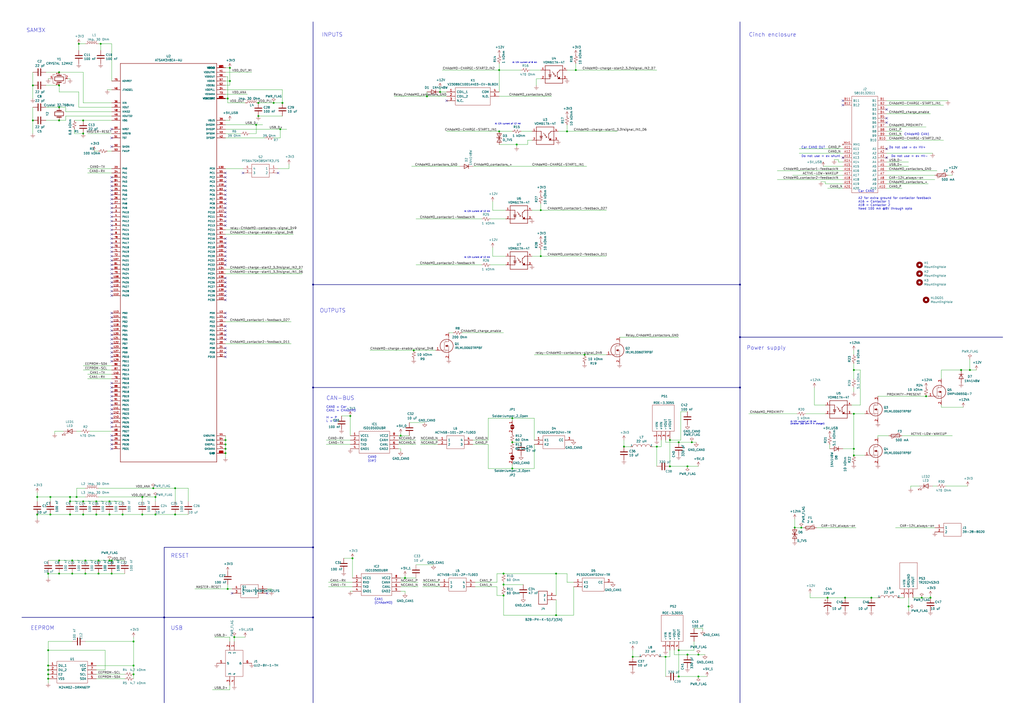
<source format=kicad_sch>
(kicad_sch (version 20211123) (generator eeschema)
  (paper "A2")
  (title_block (title "CHAdeMO Controller V2.0") (date "2020-09-22") (rev "0.1") (company "EVcreate"))
  (junction (at 40.64 290.83))
  (junction (at 297.18 242.57))
  (junction (at 90.17 298.45))
  (junction (at 27.94 332.74))
  (junction (at 40.64 298.45))
  (junction (at 292.1 339.09))
  (junction (at 429.26 165.1))
  (junction (at 388.62 270.51))
  (junction (at 405.13 392.43))
  (junction (at 289.56 40.64))
  (junction (at 57.15 332.74))
  (junction (at 158.75 59.69))
  (junction (at 101.6 283.21))
  (junction (at 539.75 346.71))
  (junction (at 48.26 77.47))
  (junction (at 393.7 377.19))
  (junction (at 130.81 262.89))
  (junction (at 339.09 205.74))
  (junction (at 77.47 386.08))
  (junction (at 34.29 62.23))
  (junction (at 163.83 59.69))
  (junction (at 58.42 25.4))
  (junction (at 95.25 358.14))
  (junction (at 255.27 53.34))
  (junction (at 181.61 358.14))
  (junction (at 27.94 393.7))
  (junction (at 57.15 325.12))
  (junction (at 322.58 356.87))
  (junction (at 328.93 76.2))
  (junction (at 63.5 325.12))
  (junction (at 292.1 332.74))
  (junction (at 162.56 74.93))
  (junction (at 381 259.08))
  (junction (at 292.1 345.44))
  (junction (at 461.01 306.07))
  (junction (at 393.7 256.54))
  (junction (at 34.29 41.91))
  (junction (at 367.03 381))
  (junction (at 299.72 83.82))
  (junction (at 322.58 332.74))
  (junction (at 63.5 298.45))
  (junction (at 41.91 332.74))
  (junction (at 388.62 255.27))
  (junction (at 21.59 298.45))
  (junction (at 289.56 76.2))
  (junction (at 480.06 346.71))
  (junction (at 490.22 346.71))
  (junction (at 135.89 369.57))
  (junction (at 297.18 256.54))
  (junction (at 398.78 270.51))
  (junction (at 361.95 259.08))
  (junction (at 133.35 46.99))
  (junction (at 49.53 332.74))
  (junction (at 393.7 392.43))
  (junction (at 429.26 195.58))
  (junction (at 34.29 69.85))
  (junction (at 405.13 379.73))
  (junction (at 34.29 49.53))
  (junction (at 386.08 381))
  (junction (at 534.67 346.71))
  (junction (at 527.05 351.79))
  (junction (at 27.94 391.16))
  (junction (at 181.61 317.5))
  (junction (at 90.17 288.29))
  (junction (at 29.21 298.45))
  (junction (at 334.01 40.64))
  (junction (at 398.78 379.73))
  (junction (at 234.95 335.28))
  (junction (at 27.94 388.62))
  (junction (at 27.94 377.19))
  (junction (at 203.2 241.3))
  (junction (at 49.53 325.12))
  (junction (at 148.59 72.39))
  (junction (at 48.26 298.45))
  (junction (at 130.81 257.81))
  (junction (at 495.3 260.35))
  (junction (at 88.9 283.21))
  (junction (at 149.86 67.31))
  (junction (at 40.64 288.29))
  (junction (at 240.03 203.2))
  (junction (at 130.81 255.27))
  (junction (at 464.82 306.07))
  (junction (at 71.12 298.45))
  (junction (at 133.35 39.37))
  (junction (at 27.94 386.08))
  (junction (at 149.86 59.69))
  (junction (at 495.3 240.03))
  (junction (at 82.55 298.45))
  (junction (at 313.69 121.92))
  (junction (at 181.61 165.1))
  (junction (at 48.26 290.83))
  (junction (at 562.61 214.63))
  (junction (at 495.3 214.63))
  (junction (at 132.08 57.15))
  (junction (at 204.47 323.85))
  (junction (at 247.65 55.88))
  (junction (at 77.47 391.16))
  (junction (at 21.59 288.29))
  (junction (at 557.53 214.63))
  (junction (at 55.88 298.45))
  (junction (at 130.81 260.35))
  (junction (at 34.29 325.12))
  (junction (at 19.05 69.85))
  (junction (at 44.45 288.29))
  (junction (at 82.55 288.29))
  (junction (at 297.18 271.78))
  (junction (at 63.5 290.83))
  (junction (at 48.26 69.85))
  (junction (at 64.77 325.12))
  (junction (at 101.6 298.45))
  (junction (at 181.61 224.79))
  (junction (at 132.08 341.63))
  (junction (at 55.88 290.83))
  (junction (at 19.05 49.53))
  (junction (at 495.3 264.16))
  (junction (at 45.72 25.4))
  (junction (at 429.26 224.79))
  (junction (at 505.46 346.71))
  (junction (at 34.29 332.74))
  (junction (at 64.77 332.74))
  (junction (at 77.47 372.11))
  (junction (at 313.69 148.59))
  (junction (at 41.91 325.12))
  (junction (at 29.21 288.29))
  (junction (at 537.21 229.87))
  (junction (at 232.41 252.73))
  (junction (at 401.32 256.54))
  (no_connect (at 130.81 194.31))
  (no_connect (at 130.81 110.49))
  (no_connect (at 64.77 153.67))
  (no_connect (at 64.77 133.35))
  (no_connect (at 64.77 191.77))
  (no_connect (at 130.81 196.85))
  (no_connect (at 64.77 161.29))
  (no_connect (at 488.95 91.44))
  (no_connect (at 130.81 201.93))
  (no_connect (at 154.94 344.17))
  (no_connect (at 130.81 151.13))
  (no_connect (at 64.77 201.93))
  (no_connect (at 130.81 163.83))
  (no_connect (at 64.77 240.03))
  (no_connect (at 64.77 209.55))
  (no_connect (at 64.77 196.85))
  (no_connect (at 130.81 143.51))
  (no_connect (at 64.77 260.35))
  (no_connect (at 130.81 105.41))
  (no_connect (at 514.35 68.58))
  (no_connect (at 130.81 166.37))
  (no_connect (at 64.77 252.73))
  (no_connect (at 64.77 232.41))
  (no_connect (at 140.97 100.33))
  (no_connect (at 130.81 173.99))
  (no_connect (at 130.81 113.03))
  (no_connect (at 64.77 118.11))
  (no_connect (at 64.77 237.49))
  (no_connect (at 64.77 125.73))
  (no_connect (at 130.81 118.11))
  (no_connect (at 259.08 58.42))
  (no_connect (at 130.81 153.67))
  (no_connect (at 130.81 107.95))
  (no_connect (at 488.95 60.96))
  (no_connect (at 514.35 63.5))
  (no_connect (at 514.35 86.36))
  (no_connect (at 64.77 257.81))
  (no_connect (at 64.77 102.87))
  (no_connect (at 64.77 184.15))
  (no_connect (at 64.77 146.05))
  (no_connect (at 64.77 135.89))
  (no_connect (at 64.77 105.41))
  (no_connect (at 64.77 224.79))
  (no_connect (at 130.81 120.65))
  (no_connect (at 64.77 242.57))
  (no_connect (at 130.81 146.05))
  (no_connect (at 64.77 181.61))
  (no_connect (at 64.77 207.01))
  (no_connect (at 130.81 161.29))
  (no_connect (at 514.35 71.12))
  (no_connect (at 64.77 189.23))
  (no_connect (at 130.81 189.23))
  (no_connect (at 64.77 156.21))
  (no_connect (at 64.77 74.93))
  (no_connect (at 64.77 151.13))
  (no_connect (at 64.77 110.49))
  (no_connect (at 64.77 158.75))
  (no_connect (at 130.81 184.15))
  (no_connect (at 64.77 148.59))
  (no_connect (at 134.62 344.17))
  (no_connect (at 488.95 58.42))
  (no_connect (at 130.81 140.97))
  (no_connect (at 64.77 245.11))
  (no_connect (at 130.81 168.91))
  (no_connect (at 161.29 100.33))
  (no_connect (at 64.77 128.27))
  (no_connect (at 130.81 130.81))
  (no_connect (at 130.81 123.19))
  (no_connect (at 514.35 91.44))
  (no_connect (at 64.77 255.27))
  (no_connect (at 64.77 113.03))
  (no_connect (at 64.77 166.37))
  (no_connect (at 64.77 143.51))
  (no_connect (at 130.81 181.61))
  (no_connect (at 130.81 204.47))
  (no_connect (at 130.81 138.43))
  (no_connect (at 64.77 227.33))
  (no_connect (at 64.77 229.87))
  (no_connect (at 64.77 171.45))
  (no_connect (at 64.77 222.25))
  (no_connect (at 64.77 168.91))
  (no_connect (at 130.81 191.77))
  (no_connect (at 130.81 115.57))
  (no_connect (at 130.81 128.27))
  (no_connect (at 64.77 199.39))
  (no_connect (at 64.77 138.43))
  (no_connect (at 130.81 148.59))
  (no_connect (at 64.77 120.65))
  (no_connect (at 64.77 247.65))
  (no_connect (at 64.77 140.97))
  (no_connect (at 64.77 107.95))
  (no_connect (at 130.81 100.33))
  (no_connect (at 64.77 85.09))
  (no_connect (at 64.77 80.01))
  (no_connect (at 64.77 186.69))
  (no_connect (at 130.81 102.87))
  (no_connect (at 64.77 234.95))
  (no_connect (at 130.81 125.73))
  (no_connect (at 130.81 171.45))
  (no_connect (at 130.81 207.01))
  (no_connect (at 64.77 130.81))
  (no_connect (at 64.77 194.31))
  (no_connect (at 64.77 204.47))
  (no_connect (at 64.77 163.83))
  (no_connect (at 64.77 123.19))
  (no_connect (at 64.77 115.57))
  (wire (pts (xy 132.08 57.15) (xy 132.08 59.69)))
  (wire (pts (xy 514.35 76.2) (xy 523.24 76.2)))
  (wire (pts (xy 391.16 379.73) (xy 391.16 377.19)))
  (wire (pts (xy 359.41 195.58) (xy 393.7 195.58)))
  (wire (pts (xy 488.95 101.6) (xy 459.74 101.6)))
  (wire (pts (xy 232.41 340.36) (xy 242.57 340.36)))
  (wire (pts (xy 77.47 386.08) (xy 77.47 391.16)))
  (wire (pts (xy 49.53 325.12) (xy 57.15 325.12)))
  (wire (pts (xy 27.94 45.72) (xy 29.21 45.72)))
  (bus (pts (xy 429.26 195.58) (xy 581.66 195.58)))
  (wire (pts (xy 543.56 99.06) (xy 514.35 99.06)))
  (wire (pts (xy 63.5 325.12) (xy 64.77 325.12)))
  (bus (pts (xy 181.61 358.14) (xy 181.61 407.67)))
  (wire (pts (xy 57.15 288.29) (xy 82.55 288.29)))
  (wire (pts (xy 132.08 341.63) (xy 113.03 341.63)))
  (wire (pts (xy 386.08 381) (xy 388.62 381)))
  (wire (pts (xy 58.42 29.21) (xy 58.42 25.4)))
  (wire (pts (xy 19.05 49.53) (xy 19.05 57.15)))
  (wire (pts (xy 29.21 288.29) (xy 40.64 288.29)))
  (wire (pts (xy 64.77 219.71) (xy 50.8 219.71)))
  (wire (pts (xy 27.94 335.28) (xy 27.94 332.74)))
  (wire (pts (xy 48.26 41.91) (xy 48.26 59.69)))
  (wire (pts (xy 434.34 240.03) (xy 462.28 240.03)))
  (wire (pts (xy 254 255.27) (xy 243.84 255.27)))
  (wire (pts (xy 101.6 283.21) (xy 101.6 290.83)))
  (wire (pts (xy 365.76 259.08) (xy 361.95 259.08)))
  (wire (pts (xy 130.81 97.79) (xy 140.97 97.79)))
  (wire (pts (xy 130.81 260.35) (xy 130.81 262.89)))
  (wire (pts (xy 514.35 104.14) (xy 542.29 104.14)))
  (wire (pts (xy 461.01 306.07) (xy 464.82 306.07)))
  (wire (pts (xy 255.27 337.82) (xy 245.11 337.82)))
  (wire (pts (xy 27.94 325.12) (xy 34.29 325.12)))
  (wire (pts (xy 292.1 339.09) (xy 292.1 337.82)))
  (wire (pts (xy 405.13 379.73) (xy 408.94 379.73)))
  (wire (pts (xy 133.35 49.53) (xy 133.35 46.99)))
  (wire (pts (xy 241.3 327.66) (xy 251.46 327.66)))
  (wire (pts (xy 367.03 381) (xy 367.03 377.19)))
  (wire (pts (xy 566.42 214.63) (xy 562.61 214.63)))
  (wire (pts (xy 237.49 245.11) (xy 246.38 245.11)))
  (wire (pts (xy 130.81 262.89) (xy 130.81 265.43)))
  (wire (pts (xy 307.34 40.64) (xy 313.69 40.64)))
  (wire (pts (xy 130.81 257.81) (xy 130.81 260.35)))
  (wire (pts (xy 495.3 210.82) (xy 495.3 214.63)))
  (wire (pts (xy 162.56 74.93) (xy 166.37 74.93)))
  (wire (pts (xy 328.93 72.39) (xy 328.93 76.2)))
  (wire (pts (xy 130.81 74.93) (xy 162.56 74.93)))
  (wire (pts (xy 232.41 335.28) (xy 234.95 335.28)))
  (wire (pts (xy 241.3 153.67) (xy 279.4 153.67)))
  (wire (pts (xy 542.29 101.6) (xy 514.35 101.6)))
  (wire (pts (xy 238.76 96.52) (xy 266.7 96.52)))
  (wire (pts (xy 297.18 256.54) (xy 302.26 256.54)))
  (wire (pts (xy 527.05 351.79) (xy 527.05 354.33)))
  (wire (pts (xy 322.58 356.87) (xy 332.74 356.87)))
  (wire (pts (xy 255.27 340.36) (xy 245.11 340.36)))
  (wire (pts (xy 328.93 40.64) (xy 334.01 40.64)))
  (wire (pts (xy 26.67 69.85) (xy 34.29 69.85)))
  (wire (pts (xy 29.21 288.29) (xy 21.59 288.29)))
  (wire (pts (xy 494.03 234.95) (xy 499.11 234.95)))
  (wire (pts (xy 259.08 55.88) (xy 247.65 55.88)))
  (wire (pts (xy 256.54 40.64) (xy 289.56 40.64)))
  (wire (pts (xy 537.21 73.66) (xy 514.35 73.66)))
  (wire (pts (xy 149.86 59.69) (xy 158.75 59.69)))
  (wire (pts (xy 26.67 62.23) (xy 34.29 62.23)))
  (wire (pts (xy 77.47 372.11) (xy 77.47 386.08)))
  (wire (pts (xy 297.18 269.24) (xy 297.18 271.78)))
  (wire (pts (xy 463.55 86.36) (xy 488.95 86.36)))
  (wire (pts (xy 488.95 96.52) (xy 477.52 96.52)))
  (wire (pts (xy 393.7 392.43) (xy 405.13 392.43)))
  (wire (pts (xy 495.3 205.74) (xy 495.3 203.2)))
  (wire (pts (xy 495.3 260.35) (xy 495.3 264.16)))
  (wire (pts (xy 64.77 100.33) (xy 50.8 100.33)))
  (wire (pts (xy 388.62 270.51) (xy 398.78 270.51)))
  (wire (pts (xy 313.69 118.11) (xy 313.69 121.92)))
  (wire (pts (xy 163.83 67.31) (xy 149.86 67.31)))
  (wire (pts (xy 101.6 298.45) (xy 109.22 298.45)))
  (wire (pts (xy 288.29 345.44) (xy 292.1 345.44)))
  (wire (pts (xy 552.45 101.6) (xy 549.91 101.6)))
  (wire (pts (xy 388.62 377.19) (xy 388.62 381)))
  (wire (pts (xy 72.39 391.16) (xy 55.88 391.16)))
  (wire (pts (xy 158.75 80.01) (xy 162.56 80.01)))
  (wire (pts (xy 57.15 283.21) (xy 88.9 283.21)))
  (wire (pts (xy 308.61 148.59) (xy 313.69 148.59)))
  (bus (pts (xy 429.26 224.79) (xy 429.26 407.67)))
  (wire (pts (xy 64.77 67.31) (xy 38.1 67.31)))
  (wire (pts (xy 394.97 255.27) (xy 394.97 238.76)))
  (wire (pts (xy 133.35 369.57) (xy 124.46 369.57)))
  (wire (pts (xy 537.21 229.87) (xy 538.48 229.87)))
  (wire (pts (xy 514.35 81.28) (xy 547.37 81.28)))
  (wire (pts (xy 494.03 240.03) (xy 495.3 240.03)))
  (wire (pts (xy 255.27 53.34) (xy 255.27 50.8)))
  (wire (pts (xy 45.72 53.34) (xy 34.29 53.34)))
  (wire (pts (xy 90.17 288.29) (xy 82.55 288.29)))
  (wire (pts (xy 48.26 298.45) (xy 55.88 298.45)))
  (wire (pts (xy 297.18 242.57) (xy 297.18 243.84)))
  (wire (pts (xy 203.2 255.27) (xy 189.23 255.27)))
  (wire (pts (xy 509.27 252.73) (xy 509.27 254)))
  (wire (pts (xy 204.47 335.28) (xy 204.47 323.85)))
  (wire (pts (xy 334.01 36.83) (xy 334.01 40.64)))
  (wire (pts (xy 38.1 62.23) (xy 34.29 62.23)))
  (wire (pts (xy 292.1 356.87) (xy 322.58 356.87)))
  (wire (pts (xy 55.88 298.45) (xy 63.5 298.45)))
  (wire (pts (xy 44.45 288.29) (xy 44.45 283.21)))
  (wire (pts (xy 130.81 135.89) (xy 170.18 135.89)))
  (bus (pts (xy 429.26 12.7) (xy 429.26 165.1)))
  (bus (pts (xy 429.26 165.1) (xy 429.26 195.58)))
  (wire (pts (xy 393.7 377.19) (xy 393.7 392.43)))
  (wire (pts (xy 283.21 255.27) (xy 283.21 242.57)))
  (wire (pts (xy 134.62 341.63) (xy 132.08 341.63)))
  (wire (pts (xy 339.09 205.74) (xy 351.79 205.74)))
  (wire (pts (xy 514.35 93.98) (xy 527.05 93.98)))
  (wire (pts (xy 478.79 105.41) (xy 476.25 105.41)))
  (wire (pts (xy 133.35 397.51) (xy 133.35 400.05)))
  (wire (pts (xy 309.88 255.27) (xy 309.88 242.57)))
  (bus (pts (xy 95.25 317.5) (xy 181.61 317.5)))
  (wire (pts (xy 539.75 346.71) (xy 539.75 345.44)))
  (wire (pts (xy 309.88 205.74) (xy 339.09 205.74)))
  (wire (pts (xy 402.59 364.49) (xy 407.67 364.49)))
  (wire (pts (xy 495.3 240.03) (xy 495.3 260.35)))
  (wire (pts (xy 64.77 325.12) (xy 72.39 325.12)))
  (wire (pts (xy 358.14 76.2) (xy 328.93 76.2)))
  (wire (pts (xy 351.79 121.92) (xy 313.69 121.92)))
  (wire (pts (xy 283.21 242.57) (xy 297.18 242.57)))
  (wire (pts (xy 130.81 46.99) (xy 133.35 46.99)))
  (wire (pts (xy 34.29 332.74) (xy 41.91 332.74)))
  (wire (pts (xy 48.26 69.85) (xy 43.18 69.85)))
  (wire (pts (xy 289.56 40.64) (xy 289.56 53.34)))
  (wire (pts (xy 558.8 236.22) (xy 546.1 236.22)))
  (wire (pts (xy 55.88 388.62) (xy 60.96 388.62)))
  (wire (pts (xy 472.44 234.95) (xy 478.79 234.95)))
  (wire (pts (xy 58.42 25.4) (xy 57.15 25.4)))
  (wire (pts (xy 162.56 80.01) (xy 162.56 74.93)))
  (wire (pts (xy 232.41 337.82) (xy 242.57 337.82)))
  (wire (pts (xy 109.22 283.21) (xy 109.22 290.83)))
  (wire (pts (xy 297.18 271.78) (xy 283.21 271.78)))
  (wire (pts (xy 27.94 391.16) (xy 27.94 388.62)))
  (wire (pts (xy 64.77 52.07) (xy 62.23 52.07)))
  (wire (pts (xy 232.41 252.73) (xy 237.49 252.73)))
  (wire (pts (xy 495.3 227.33) (xy 495.3 224.79)))
  (wire (pts (xy 514.35 109.22) (xy 523.24 109.22)))
  (wire (pts (xy 480.06 109.22) (xy 488.95 109.22)))
  (wire (pts (xy 130.81 41.91) (xy 146.05 41.91)))
  (wire (pts (xy 514.35 96.52) (xy 527.05 96.52)))
  (wire (pts (xy 232.41 342.9) (xy 234.95 342.9)))
  (wire (pts (xy 29.21 290.83) (xy 29.21 288.29)))
  (wire (pts (xy 292.1 193.04) (xy 267.97 193.04)))
  (wire (pts (xy 34.29 53.34) (xy 34.29 49.53)))
  (wire (pts (xy 88.9 283.21) (xy 101.6 283.21)))
  (wire (pts (xy 60.96 377.19) (xy 27.94 377.19)))
  (wire (pts (xy 398.78 379.73) (xy 405.13 379.73)))
  (wire (pts (xy 402.59 377.19) (xy 402.59 372.11)))
  (wire (pts (xy 204.47 323.85) (xy 199.39 323.85)))
  (wire (pts (xy 45.72 25.4) (xy 49.53 25.4)))
  (wire (pts (xy 450.85 104.14) (xy 488.95 104.14)))
  (wire (pts (xy 132.08 341.63) (xy 132.08 339.09)))
  (wire (pts (xy 135.89 372.11) (xy 135.89 369.57)))
  (wire (pts (xy 562.61 214.63) (xy 557.53 214.63)))
  (wire (pts (xy 529.59 346.71) (xy 534.67 346.71)))
  (wire (pts (xy 38.1 67.31) (xy 38.1 69.85)))
  (wire (pts (xy 328.93 332.74) (xy 328.93 337.82)))
  (wire (pts (xy 499.11 214.63) (xy 495.3 214.63)))
  (wire (pts (xy 519.43 306.07) (xy 542.29 306.07)))
  (wire (pts (xy 288.29 340.36) (xy 288.29 345.44)))
  (wire (pts (xy 19.05 41.91) (xy 19.05 49.53)))
  (wire (pts (xy 34.29 325.12) (xy 41.91 325.12)))
  (wire (pts (xy 21.59 285.75) (xy 21.59 288.29)))
  (wire (pts (xy 552.45 252.73) (xy 523.24 252.73)))
  (wire (pts (xy 49.53 332.74) (xy 57.15 332.74)))
  (wire (pts (xy 393.7 256.54) (xy 401.32 256.54)))
  (wire (pts (xy 27.94 388.62) (xy 27.94 386.08)))
  (wire (pts (xy 31.75 250.19) (xy 36.83 250.19)))
  (wire (pts (xy 43.18 77.47) (xy 48.26 77.47)))
  (wire (pts (xy 158.75 59.69) (xy 163.83 59.69)))
  (wire (pts (xy 247.65 55.88) (xy 228.6 55.88)))
  (wire (pts (xy 546.1 236.22) (xy 546.1 234.95)))
  (wire (pts (xy 64.77 250.19) (xy 52.07 250.19)))
  (wire (pts (xy 488.95 260.35) (xy 495.3 260.35)))
  (wire (pts (xy 27.94 377.19) (xy 27.94 372.11)))
  (wire (pts (xy 332.74 340.36) (xy 332.74 356.87)))
  (wire (pts (xy 284.48 127) (xy 293.37 127)))
  (wire (pts (xy 293.37 148.59) (xy 285.75 148.59)))
  (wire (pts (xy 381 259.08) (xy 381 270.51)))
  (wire (pts (xy 313.69 144.78) (xy 313.69 148.59)))
  (wire (pts (xy 275.59 340.36) (xy 288.29 340.36)))
  (bus (pts (xy 95.25 317.5) (xy 95.25 358.14)))
  (wire (pts (xy 130.81 156.21) (xy 175.26 156.21)))
  (wire (pts (xy 130.81 54.61) (xy 143.51 54.61)))
  (wire (pts (xy 154.94 341.63) (xy 157.48 341.63)))
  (wire (pts (xy 289.56 40.64) (xy 302.26 40.64)))
  (wire (pts (xy 132.08 59.69) (xy 142.24 59.69)))
  (wire (pts (xy 34.29 41.91) (xy 48.26 41.91)))
  (wire (pts (xy 546.1 214.63) (xy 557.53 214.63)))
  (wire (pts (xy 351.79 148.59) (xy 313.69 148.59)))
  (wire (pts (xy 499.11 214.63) (xy 499.11 234.95)))
  (wire (pts (xy 388.62 255.27) (xy 394.97 255.27)))
  (wire (pts (xy 130.81 57.15) (xy 132.08 57.15)))
  (wire (pts (xy 44.45 288.29) (xy 49.53 288.29)))
  (wire (pts (xy 285.75 121.92) (xy 285.75 116.84)))
  (wire (pts (xy 135.89 369.57) (xy 142.24 369.57)))
  (wire (pts (xy 306.07 81.28) (xy 308.61 81.28)))
  (wire (pts (xy 231.14 260.35) (xy 232.41 260.35)))
  (wire (pts (xy 386.08 381) (xy 386.08 392.43)))
  (wire (pts (xy 133.35 372.11) (xy 133.35 369.57)))
  (wire (pts (xy 394.97 238.76) (xy 398.78 238.76)))
  (wire (pts (xy 334.01 40.64) (xy 381 40.64)))
  (wire (pts (xy 64.77 332.74) (xy 72.39 332.74)))
  (wire (pts (xy 21.59 288.29) (xy 21.59 290.83)))
  (wire (pts (xy 247.65 53.34) (xy 247.65 55.88)))
  (wire (pts (xy 288.29 337.82) (xy 288.29 332.74)))
  (wire (pts (xy 27.94 393.7) (xy 27.94 396.24)))
  (wire (pts (xy 40.64 298.45) (xy 48.26 298.45)))
  (wire (pts (xy 27.94 332.74) (xy 34.29 332.74)))
  (wire (pts (xy 234.95 342.9) (xy 234.95 344.17)))
  (wire (pts (xy 534.67 346.71) (xy 539.75 346.71)))
  (wire (pts (xy 82.55 298.45) (xy 90.17 298.45)))
  (wire (pts (xy 41.91 372.11) (xy 27.94 372.11)))
  (wire (pts (xy 259.08 76.2) (xy 289.56 76.2)))
  (wire (pts (xy 148.59 72.39) (xy 152.4 72.39)))
  (wire (pts (xy 472.44 234.95) (xy 472.44 224.79)))
  (wire (pts (xy 63.5 298.45) (xy 71.12 298.45)))
  (wire (pts (xy 386.08 256.54) (xy 393.7 256.54)))
  (wire (pts (xy 130.81 49.53) (xy 133.35 49.53)))
  (wire (pts (xy 231.14 255.27) (xy 241.3 255.27)))
  (wire (pts (xy 29.21 298.45) (xy 40.64 298.45)))
  (wire (pts (xy 214.63 203.2) (xy 240.03 203.2)))
  (bus (pts (xy 95.25 358.14) (xy 181.61 358.14)))
  (wire (pts (xy 289.56 83.82) (xy 299.72 83.82)))
  (wire (pts (xy 64.77 97.79) (xy 50.8 97.79)))
  (wire (pts (xy 26.67 41.91) (xy 34.29 41.91)))
  (wire (pts (xy 130.81 39.37) (xy 133.35 39.37)))
  (wire (pts (xy 55.88 290.83) (xy 48.26 290.83)))
  (wire (pts (xy 381 259.08) (xy 383.54 259.08)))
  (wire (pts (xy 130.81 80.01) (xy 153.67 80.01)))
  (wire (pts (xy 130.81 77.47) (xy 139.7 77.47)))
  (wire (pts (xy 275.59 337.82) (xy 288.29 337.82)))
  (wire (pts (xy 41.91 332.74) (xy 49.53 332.74)))
  (wire (pts (xy 254 257.81) (xy 243.84 257.81)))
  (wire (pts (xy 528.32 281.94) (xy 533.4 281.94)))
  (bus (pts (xy 429.26 195.58) (xy 429.26 224.79)))
  (wire (pts (xy 55.88 386.08) (xy 77.47 386.08)))
  (wire (pts (xy 386.08 256.54) (xy 386.08 255.27)))
  (wire (pts (xy 21.59 298.45) (xy 21.59 300.99)))
  (wire (pts (xy 469.9 346.71) (xy 469.9 344.17)))
  (wire (pts (xy 284.48 153.67) (xy 293.37 153.67)))
  (wire (pts (xy 463.55 88.9) (xy 488.95 88.9)))
  (wire (pts (xy 63.5 290.83) (xy 55.88 290.83)))
  (bus (pts (xy 181.61 165.1) (xy 429.26 165.1)))
  (wire (pts (xy 71.12 298.45) (xy 82.55 298.45)))
  (wire (pts (xy 515.62 252.73) (xy 509.27 252.73)))
  (wire (pts (xy 231.14 252.73) (xy 232.41 252.73)))
  (wire (pts (xy 234.95 335.28) (xy 241.3 335.28)))
  (wire (pts (xy 64.77 25.4) (xy 58.42 25.4)))
  (wire (pts (xy 311.15 45.72) (xy 311.15 49.53)))
  (wire (pts (xy 64.77 214.63) (xy 48.26 214.63)))
  (wire (pts (xy 299.72 83.82) (xy 299.72 85.09)))
  (wire (pts (xy 514.35 106.68) (xy 538.48 106.68)))
  (wire (pts (xy 90.17 290.83) (xy 90.17 288.29)))
  (wire (pts (xy 130.81 44.45) (xy 132.08 44.45)))
  (wire (pts (xy 509.27 346.71) (xy 505.46 346.71)))
  (wire (pts (xy 60.96 388.62) (xy 60.96 377.19)))
  (wire (pts (xy 43.18 74.93) (xy 43.18 77.47)))
  (wire (pts (xy 168.91 186.69) (xy 130.81 186.69)))
  (wire (pts (xy 26.67 49.53) (xy 34.29 49.53)))
  (wire (pts (xy 495.3 264.16) (xy 501.65 264.16)))
  (wire (pts (xy 514.35 58.42) (xy 549.91 58.42)))
  (wire (pts (xy 473.71 306.07) (xy 496.57 306.07)))
  (wire (pts (xy 232.41 252.73) (xy 232.41 251.46)))
  (wire (pts (xy 328.93 337.82) (xy 332.74 337.82)))
  (wire (pts (xy 289.56 76.2) (xy 297.18 76.2)))
  (wire (pts (xy 39.37 45.72) (xy 40.64 45.72)))
  (wire (pts (xy 292.1 345.44) (xy 292.1 356.87)))
  (wire (pts (xy 388.62 255.27) (xy 388.62 270.51)))
  (wire (pts (xy 44.45 250.19) (xy 46.99 250.19)))
  (wire (pts (xy 38.1 64.77) (xy 38.1 62.23)))
  (wire (pts (xy 308.61 121.92) (xy 313.69 121.92)))
  (wire (pts (xy 541.02 88.9) (xy 514.35 88.9)))
  (wire (pts (xy 311.15 45.72) (xy 313.69 45.72)))
  (wire (pts (xy 370.84 381) (xy 367.03 381)))
  (wire (pts (xy 322.58 347.98) (xy 322.58 356.87)))
  (wire (pts (xy 309.88 271.78) (xy 309.88 257.81)))
  (wire (pts (xy 514.35 60.96) (xy 547.37 60.96)))
  (wire (pts (xy 288.29 332.74) (xy 292.1 332.74)))
  (wire (pts (xy 407.67 364.49) (xy 407.67 365.76)))
  (wire (pts (xy 562.61 208.28) (xy 562.61 214.63)))
  (wire (pts (xy 398.78 379.73) (xy 391.16 379.73)))
  (wire (pts (xy 204.47 340.36) (xy 190.5 340.36)))
  (wire (pts (xy 130.81 158.75) (xy 175.26 158.75)))
  (wire (pts (xy 21.59 298.45) (xy 29.21 298.45)))
  (wire (pts (xy 204.47 342.9) (xy 203.2 342.9)))
  (wire (pts (xy 285.75 148.59) (xy 285.75 143.51)))
  (wire (pts (xy 283.21 271.78) (xy 283.21 257.81)))
  (wire (pts (xy 383.54 381) (xy 386.08 381)))
  (wire (pts (xy 64.77 212.09) (xy 48.26 212.09)))
  (bus (pts (xy 181.61 224.79) (xy 429.26 224.79)))
  (wire (pts (xy 401.32 256.54) (xy 403.86 256.54)))
  (wire (pts (xy 203.2 241.3) (xy 198.12 241.3)))
  (wire (pts (xy 82.55 288.29) (xy 82.55 290.83)))
  (wire (pts (xy 90.17 298.45) (xy 101.6 298.45)))
  (wire (pts (xy 241.3 127) (xy 279.4 127)))
  (wire (pts (xy 40.64 288.29) (xy 44.45 288.29)))
  (wire (pts (xy 45.72 62.23) (xy 45.72 53.34)))
  (wire (pts (xy 71.12 290.83) (xy 63.5 290.83)))
  (wire (pts (xy 130.81 72.39) (xy 148.59 72.39)))
  (wire (pts (xy 130.81 252.73) (xy 130.81 255.27)))
  (wire (pts (xy 57.15 325.12) (xy 63.5 325.12)))
  (wire (pts (xy 383.54 255.27) (xy 383.54 259.08)))
  (wire (pts (xy 167.64 97.79) (xy 161.29 97.79)))
  (wire (pts (xy 45.72 29.21) (xy 45.72 25.4)))
  (wire (pts (xy 64.77 64.77) (xy 38.1 64.77)))
  (bus (pts (xy 12.7 358.14) (xy 95.25 358.14)))
  (wire (pts (xy 405.13 392.43) (xy 410.21 392.43)))
  (wire (pts (xy 292.1 332.74) (xy 322.58 332.74)))
  (wire (pts (xy 509.27 229.87) (xy 537.21 229.87)))
  (wire (pts (xy 481.33 257.81) (xy 481.33 260.35)))
  (wire (pts (xy 133.35 400.05) (xy 123.19 400.05)))
  (wire (pts (xy 480.06 346.71) (xy 490.22 346.71)))
  (wire (pts (xy 48.26 59.69) (xy 64.77 59.69)))
  (wire (pts (xy 203.2 252.73) (xy 203.2 241.3)))
  (wire (pts (xy 163.83 59.69) (xy 163.83 52.07)))
  (wire (pts (xy 309.88 242.57) (xy 297.18 242.57)))
  (wire (pts (xy 521.97 346.71) (xy 524.51 346.71)))
  (wire (pts (xy 361.95 259.08) (xy 361.95 255.27)))
  (wire (pts (xy 40.64 290.83) (xy 40.64 288.29)))
  (bus (pts (xy 181.61 224.79) (xy 181.61 317.5)))
  (wire (pts (xy 19.05 62.23) (xy 19.05 69.85)))
  (wire (pts (xy 546.1 219.71) (xy 546.1 214.63)))
  (wire (pts (xy 168.91 199.39) (xy 130.81 199.39)))
  (wire (pts (xy 62.23 87.63) (xy 64.77 87.63)))
  (wire (pts (xy 527.05 346.71) (xy 527.05 351.79)))
  (wire (pts (xy 393.7 377.19) (xy 402.59 377.19)))
  (wire (pts (xy 64.77 217.17) (xy 50.8 217.17)))
  (wire (pts (xy 54.61 87.63) (xy 57.15 87.63)))
  (wire (pts (xy 467.36 240.03) (xy 478.79 240.03)))
  (wire (pts (xy 130.81 255.27) (xy 130.81 257.81)))
  (wire (pts (xy 57.15 332.74) (xy 64.77 332.74)))
  (wire (pts (xy 232.41 260.35) (xy 232.41 261.62)))
  (wire (pts (xy 144.78 77.47) (xy 148.59 77.47)))
  (bus (pts (xy 181.61 12.7) (xy 181.61 165.1)))
  (wire (pts (xy 289.56 36.83) (xy 289.56 40.64)))
  (wire (pts (xy 292.1 339.09) (xy 292.1 340.36)))
  (wire (pts (xy 486.41 93.98) (xy 488.95 93.98)))
  (wire (pts (xy 101.6 283.21) (xy 109.22 283.21)))
  (wire (pts (xy 157.48 341.63) (xy 157.48 342.9)))
  (bus (pts (xy 95.25 358.14) (xy 95.25 407.67)))
  (wire (pts (xy 259.08 53.34) (xy 255.27 53.34)))
  (wire (pts (xy 260.35 193.04) (xy 262.89 193.04)))
  (wire (pts (xy 297.18 271.78) (xy 309.88 271.78)))
  (wire (pts (xy 274.32 96.52) (xy 340.36 96.52)))
  (wire (pts (xy 64.77 77.47) (xy 50.8 77.47)))
  (wire (pts (xy 320.04 55.88) (xy 289.56 55.88)))
  (wire (pts (xy 302.26 76.2) (xy 308.61 76.2)))
  (wire (pts (xy 469.9 346.71) (xy 480.06 346.71)))
  (wire (pts (xy 64.77 69.85) (xy 48.26 69.85)))
  (wire (pts (xy 303.53 339.09) (xy 292.1 339.09)))
  (wire (pts (xy 77.47 372.11) (xy 77.47 369.57)))
  (wire (pts (xy 41.91 325.12) (xy 49.53 325.12)))
  (wire (pts (xy 64.77 62.23) (xy 45.72 62.23)))
  (wire (pts (xy 398.78 270.51) (xy 405.13 270.51)))
  (wire (pts (xy 204.47 337.82) (xy 190.5 337.82)))
  (wire (pts (xy 27.94 393.7) (xy 27.94 391.16)))
  (wire (pts (xy 490.22 346.71) (xy 505.46 346.71)))
  (wire (pts (xy 495.3 240.03) (xy 501.65 240.03)))
  (wire (pts (xy 130.81 69.85) (xy 133.35 69.85)))
  (bus (pts (xy 181.61 317.5) (xy 181.61 358.14)))
  (wire (pts (xy 528.32 283.21) (xy 528.32 281.94)))
  (wire (pts (xy 49.53 372.11) (xy 77.47 372.11)))
  (wire (pts (xy 450.85 99.06) (xy 488.95 99.06)))
  (wire (pts (xy 306.07 83.82) (xy 306.07 81.28)))
  (wire (pts (xy 130.81 133.35) (xy 170.18 133.35)))
  (wire (pts (xy 323.85 76.2) (xy 328.93 76.2)))
  (wire (pts (xy 274.32 255.27) (xy 283.21 255.27)))
  (wire (pts (xy 231.14 257.81) (xy 241.3 257.81)))
  (wire (pts (xy 483.87 92.71) (xy 486.41 92.71)))
  (wire (pts (xy 27.94 386.08) (xy 27.94 377.19)))
  (wire (pts (xy 240.03 203.2) (xy 252.73 203.2)))
  (wire (pts (xy 167.64 97.79) (xy 167.64 95.25)))
  (wire (pts (xy 64.77 46.99) (xy 64.77 25.4)))
  (wire (pts (xy 77.47 391.16) (xy 77.47 393.7)))
  (bus (pts (xy 181.61 165.1) (xy 181.61 224.79)))
  (wire (pts (xy 478.79 106.68) (xy 478.79 105.41)))
  (wire (pts (xy 541.02 281.94) (xy 543.56 281.94)))
  (wire (pts (xy 378.46 259.08) (xy 381 259.08)))
  (wire (pts (xy 322.58 345.44) (xy 322.58 332.74)))
  (wire (pts (xy 132.08 44.45) (xy 132.08 57.15)))
  (wire (pts (xy 133.35 46.99) (xy 133.35 39.37)))
  (wire (pts (xy 38.1 69.85) (xy 34.29 69.85)))
  (wire (pts (xy 486.41 92.71) (xy 486.41 93.98)))
  (wire (pts (xy 148.59 77.47) (xy 148.59 72.39)))
  (wire (pts (xy 514.35 78.74) (xy 523.24 78.74)))
  (wire (pts (xy 461.01 300.99) (xy 461.01 306.07)))
  (wire (pts (xy 44.45 283.21) (xy 49.53 283.21)))
  (wire (pts (xy 234.95 335.28) (xy 234.95 334.01)))
  (wire (pts (xy 283.21 257.81) (xy 274.32 257.81)))
  (wire (pts (xy 539.75 66.04) (xy 514.35 66.04)))
  (wire (pts (xy 48.26 290.83) (xy 40.64 290.83)))
  (wire (pts (xy 299.72 83.82) (xy 306.07 83.82)))
  (wire (pts (xy 19.05 69.85) (xy 19.05 77.47)))
  (wire (pts (xy 72.39 393.7) (xy 55.88 393.7)))
  (wire (pts (xy 495.3 214.63) (xy 495.3 219.71)))
  (wire (pts (xy 561.34 281.94) (xy 548.64 281.94)))
  (wire (pts (xy 203.2 257.81) (xy 189.23 257.81)))
  (wire (pts (xy 31.75 251.46) (xy 31.75 250.19)))
  (wire (pts (xy 488.95 106.68) (xy 478.79 106.68)))
  (wire (pts (xy 322.58 332.74) (xy 328.93 332.74)))
  (wire (pts (xy 163.83 52.07) (xy 130.81 52.07)))
  (wire (pts (xy 464.82 306.07) (xy 466.09 306.07)))
  (wire (pts (xy 293.37 121.92) (xy 285.75 121.92)))
  (text "At 12V current of 10 mA\n(Another 200 Ohm R in charger)" (at 458.47 246.38 0) (effects (font (size 0.7874 0.7874)) (justify left bottom)))
  (text "At 12V current of 12 mA" (at 287.02 72.39 0) (effects (font (size 0.7874 0.7874)) (justify left bottom)))
  (text "RESET" (at 99.06 323.85 0) (effects (font (size 2.2606 2.2606)) (justify left bottom)))
  (text "OUTPUTS" (at 185.42 181.61 0) (effects (font (size 2.2606 2.2606)) (justify left bottom)))
  (text "At 12V current of 8 mA" (at 297.18 36.83 0) (effects (font (size 0.7874 0.7874)) (justify left bottom)))
  (text "CHAdeMO CAN1" (at 524.51 78.74 0) (effects (font (size 1.27 1.27)) (justify left bottom)))
  (text "Car CAN0 OUT" (at 464.82 86.36 0) (effects (font (size 1.27 1.27)) (justify left bottom)))
  (text "CAN0\n(car)" (at 213.36 267.97 0) (effects (font (size 1.27 1.27)) (justify left bottom)))
  (text "Do not use = ex HV-" (at 516.89 91.44 0) (effects (font (size 1.27 1.27)) (justify left bottom)))
  (text "USB" (at 99.06 365.76 0) (effects (font (size 2.2606 2.2606)) (justify left bottom)))
  (text "A2 for extra ground for contactor feedback\nA16 = Contactor 1\nA18 = Contactor 2\nNeed 100 mA @8V through opto" (at 497.84 121.92 0) (effects (font (size 1.27 1.27)) (justify left bottom)))
  (text "Do not use = ex HV+" (at 515.62 86.36 0) (effects (font (size 1.27 1.27)) (justify left bottom)))
  (text "At 12V current of 12 mA" (at 269.24 123.19 0) (effects (font (size 0.7874 0.7874)) (justify left bottom)))
  (text "Power supply" (at 433.07 203.2 0) (effects (font (size 2.2606 2.2606)) (justify left bottom)))
  (text "EEPROM" (at 17.78 365.76 0) (effects (font (size 2.2606 2.2606)) (justify left bottom)))
  (text "Car CAN0" (at 497.84 111.76 0) (effects (font (size 1.27 1.27)) (justify left bottom)))
  (text "SAM3X" (at 15.24 19.05 0) (effects (font (size 2.2606 2.2606)) (justify left bottom)))
  (text "Do not use = ex shunt" (at 464.82 91.44 0) (effects (font (size 1.27 1.27)) (justify left bottom)))
  (text "CAN-BUS" (at 189.23 232.41 0) (effects (font (size 2.2606 2.2606)) (justify left bottom)))
  (text "INPUTS" (at 186.69 21.59 0) (effects (font (size 2.2606 2.2606)) (justify left bottom)))
  (text "At 12V current of 12 mA" (at 269.24 149.86 0) (effects (font (size 0.7874 0.7874)) (justify left bottom)))
  (text "Cinch enclosure" (at 434.34 21.59 0) (effects (font (size 2.2606 2.2606)) (justify left bottom)))
  (text "CAN1 \n(CHAdeMO)" (at 217.17 350.52 0) (effects (font (size 1.27 1.27)) (justify left bottom)))
  (text "CAN0 = Car\nCAN1 = CHAdeMO\n\nH = P\nL = N" (at 189.23 245.11 0) (effects (font (size 1.27 1.27)) (justify left bottom)))
  (label "CAN1-TX" (at 60.96 217.17 180))
  (label "NCCAN0_N" (at 231.14 257.81 0))
  (label "VDD_OUT_MI" (at 76.2 288.29 0))
  (label "CHAdeMO-CHARGE-START1_IN1" (at 308.61 96.52 0))
  (label "EEPROM-SCL" (at 69.85 391.16 180))
  (label "USB_D+" (at 132.08 400.05 180))
  (label "CHAdeMO_contactor2-feedback_D11" (at 133.35 199.39 0))
  (label "CHAdeMO-CHARGE-START2_IN2" (at 515.62 81.28 0))
  (label "VDD_OUT_MI" (at 134.62 41.91 0))
  (label "CHAdeMO-charge-enable-signal_D48" (at 133.35 135.89 0))
  (label "MASTER-RESET" (at 64.77 77.47 180))
  (label "CHAdeMO_contactor2-feedbackIN" (at 486.41 104.14 180))
  (label "USB_D-" (at 142.24 72.39 0))
  (label "CAN0_P" (at 275.59 257.81 0))
  (label "CHAdeMO_contactors_GND" (at 320.04 55.88 180))
  (label "NCCAN1_P" (at 232.41 337.82 0))
  (label "CHAdeMO_contactor1-feedback_D27" (at 317.5 121.92 0))
  (label "NCCAN0_P" (at 254 257.81 180))
  (label "CHAdeMO_contactors_GND" (at 515.62 99.06 0))
  (label "relay-CHAdeMO-contactors-signal_D49" (at 349.25 205.74 180))
  (label "CAN0-RX" (at 60.96 100.33 180))
  (label "CHAdeMO_contactors_GND" (at 265.43 96.52 180))
  (label "CHAdeMO_PROXIMITY" (at 454.66 240.03 180))
  (label "CAN0_N" (at 275.59 255.27 0))
  (label "CAN0-TX" (at 199.39 257.81 180))
  (label "VDD_OUT" (at 133.35 59.69 0))
  (label "CHAdeMO-charge-start1_3.3Vsignal_IN1_D6" (at 332.74 76.2 0))
  (label "NCCAN1_N" (at 255.27 340.36 180))
  (label "CHAdeMO-charge-start2_3.3Vsignal_IN2_D7" (at 133.35 156.21 0))
  (label "VDD_ANA" (at 134.62 54.61 0))
  (label "CHAdeMO-CHARGE-START1_IN1" (at 288.29 76.2 180))
  (label "CAN0-RX" (at 199.39 255.27 180))
  (label "Relay_CHAdeMO_contactors_GND" (at 393.7 195.58 180))
  (label "CAR-12V_always-on" (at 476.25 306.07 0))
  (label "CAN1_N" (at 278.13 340.36 0))
  (label "CHAdeMO_contactor1-feedback_D27" (at 133.35 186.69 0))
  (label "CHAdeMO_contactor2-feedbackIN" (at 275.59 153.67 180))
  (label "CAN1_P" (at 515.62 76.2 0))
  (label "CHAdeMO_contactor1-feedbackIN" (at 275.59 127 180))
  (label "USB_D+" (at 156.21 74.93 0))
  (label "EEPROM-SDA" (at 62.23 212.09 180))
  (label "Relay_CHAdeMO_contactors_GND" (at 259.08 55.88 180))
  (label "CAN1-RX" (at 200.66 337.82 180))
  (label "EEPROM-SCL" (at 62.23 214.63 180))
  (label "CHAdeMO_contactors_+" (at 297.18 96.52 180))
  (label "CAR-12V_always-on" (at 515.62 104.14 0))
  (label "CHAdeMO_charge_enable" (at 290.83 193.04 180))
  (label "USB_D-" (at 515.62 93.98 0))
  (label "VDD_OUT" (at 64.77 325.12 0))
  (label "VDD_ANA" (at 78.74 283.21 0))
  (label "CHAdeMO_contactors_+" (at 515.62 106.68 0))
  (label "CAN1-RX" (at 60.96 219.71 180))
  (label "CAR-12V_always-on" (at 521.97 306.07 0))
  (label "relay-CHAdeMO-contactors-signal_D49" (at 133.35 133.35 0))
  (label "CAN0_N" (at 481.33 109.22 0))
  (label "NCCAN1_N" (at 232.41 340.36 0))
  (label "ACTIVE-LOW-WAKEUP" (at 528.32 252.73 0))
  (label "CAN1-TX" (at 200.66 340.36 180))
  (label "CAN0_P" (at 515.62 109.22 0))
  (label "EEPROM-SDA" (at 69.85 393.7 180))
  (label "CHAdeMO-charge-start1_3.3Vsignal_IN1_D6" (at 133.35 158.75 0))
  (label "MASTER-RESET" (at 128.27 341.63 180))
  (label "PROXIMITY-PRESENT" (at 514.35 229.87 0))
  (label "CHAdeMO-charge-enable-signal_D48" (at 251.46 203.2 180))
  (label "NCCAN0_N" (at 254 255.27 180))
  (label "NCCAN0_P" (at 231.14 255.27 0))
  (label "CAN1_P" (at 278.13 337.82 0))
  (label "CHAdeMO-charge-start2_3.3Vsignal_IN2_D7" (at 337.82 40.64 0))
  (label "VDD_PLL" (at 149.86 59.69 0))
  (label "CHAdeMO-CHARGE-START1_IN1" (at 515.62 60.96 0))
  (label "NCCAN1_P" (at 255.27 337.82 180))
  (label "CAN0_P" (at 487.68 86.36 180))
  (label "CAN0-TX" (at 60.96 97.79 180))
  (label "USB_D+" (at 515.62 96.52 0))
  (label "CAN0_N" (at 487.68 88.9 180))
  (label "CHAdeMO_contactor1-feedbackIN" (at 486.41 99.06 180))
  (label "CHAdeMO-CHARGE-START2_IN2" (at 287.02 40.64 180))
  (label "CAN1_N" (at 515.62 78.74 0))
  (label "USB_D-" (at 132.08 369.57 180))
  (label "ACTIVE-LOW-WAKEUP" (at 486.41 101.6 180))
  (label "CHAdeMO_PROXIMITY" (at 515.62 73.66 0))
  (label "CHAdeMO_contactor2-feedback_D11" (at 317.5 148.59 0))
  (label "CHAdeMO_charge_enable" (at 515.62 66.04 0))
  (symbol (lib_id "CHAdeMO_V2.0-rescue:ATSAM3X8EA-AU-ATSAM3X8EA-AU") (at 97.79 151.13 0) (unit 1)
    (property "Reference" "U2" (at 97.79 32.5882 0))
    (property "Value" "ATSAM3X8EA-AU" (at 97.79 34.8996 0))
    (property "Footprint" "Components:QFP50P2200X2200X145-144N" (effects hide))
    (property "Datasheet" "https://nl.mouser.com/ProductDetail/Microchip-Technology-Atmel/ATSAM3X8EA-AU?qs=%2Fha2pyFaduj4BDYKUP%2FSQhCiTCGVcoWQGoQ7Os3E%2FXyOKg4rbckNMw%3D%3D" (effects hide))
    (property "Field4" "MICROCHIP" (effects hide))
    (property "Field5" "11057C" (effects hide))
    (property "LCSC" "C79305" (effects hide))
    (property "Type" "SMD" (effects hide))
    (property "JLC-URL" "https://jlcpcb.com/parts/componentSearch?searchTxt=C79305" (effects hide))
    (property "JLC Footprint" "LQFP-144_20.0x20.0x0.5P" (effects hide))
    (property "LCSC part number" "C79305" (effects hide))
    (property "Stock type" "Extended" (effects hide))
    (property "Manufacturer_Part_Number" "ATSAM3X8EA-AU" (effects hide))
    (property "Mouser Part Number" "556-ATSAM3X8EA-AU" (effects hide))
    (property "Mouser link" "https://nl.mouser.com/ProductDetail/Microchip-Technology-Atmel/ATSAM3X8EA-AU?qs=%2Fha2pyFaduj4BDYKUP%2FSQhCiTCGVcoWQGoQ7Os3E%2FXyOKg4rbckNMw%3D%3D" (effects hide))
  )
  (symbol (lib_id "Device:D_TVS") (at 289.56 80.01 270) (unit 1)
    (property "Reference" "D3" (at 291.5666 78.8416 90) (effects (justify left)))
    (property "Value" "D_TVS" (at 291.5666 81.153 90) (effects (justify left)))
    (property "Footprint" "Components:DIOM5436X261N" (effects hide))
    (property "Datasheet" "https://jlcpcb.com/parts/componentSearch?searchTxt=C83327" (effects hide))
    (property "JLC Footprint" "SMB,DO-214AA" (effects hide))
    (property "JLC-URL" "https://jlcpcb.com/parts/componentSearch?searchTxt=C83327" (effects hide))
    (property "LCSC part number" "C83327" (effects hide))
    (property "Manufacturer_Part_Number" "SMBJ18CA" (effects hide))
    (property "Stock type" "Extended" (effects hide))
    (property "Mouser Part Number" "576-SMBJ18CA" (effects hide))
    (property "Mouser link" "https://nl.mouser.com/ProductDetail/Littelfuse/SMBJ18CA?qs=%2Fha2pyFadujTLE5PdsD8k%252BKNvCbBqEMOxNF4nJsLbzk%3D" (effects hide))
    (property "Type" "SMD" (effects hide))
  )
  (symbol (lib_id "Device:R_Small_US") (at 299.72 76.2 270) (unit 1)
    (property "Reference" "R15" (at 299.72 73.66 90))
    (property "Value" "1 kOhm" (at 300.99 78.74 90))
    (property "Footprint" "Resistor_SMD:R_0805_2012Metric" (effects hide))
    (property "Datasheet" "https://nl.mouser.com/ProductDetail/Panasonic/ERJ-6ENF1001V?qs=sGAEpiMZZMtG0KNrPCHnjWXb3yLuGJ27akbDirKvTYA%3D" (effects hide))
    (property "JLC Footprint" "0805" (effects hide))
    (property "JLC-URL" "https://jlcpcb.com/parts/componentSearch?searchTxt=C17513" (effects hide))
    (property "LCSC part number" "C17513" (effects hide))
    (property "Manufacturer_Part_Number" "0805W8F1001T5E" (effects hide))
    (property "Stock type" "Basic" (effects hide))
    (property "Mouser Part Number" "667-ERJ-6ENF1001V" (effects hide))
    (property "Mouser link" "https://nl.mouser.com/ProductDetail/Panasonic/ERJ-6ENF1001V?qs=sGAEpiMZZMtG0KNrPCHnjWXb3yLuGJ27akbDirKvTYA%3D" (effects hide))
    (property "Type" "SMD" (effects hide))
  )
  (symbol (lib_id "CHAdeMO_V2.0-rescue:UJ2-BV-1-TH-UJ2-BV-1-TH") (at 125.73 384.81 0) (unit 1)
    (property "Reference" "J1" (at 147.1676 383.6416 0) (effects (justify left)))
    (property "Value" "UJ2-BV-1-TH" (at 147.1676 385.953 0) (effects (justify left)))
    (property "Footprint" "Components:UJ2BV1TH" (effects hide))
    (property "Datasheet" "https://www.cui.com/product/resource/uj2-bv-1-th.pdf" (effects hide))
    (property "Description" "USB Connectors USB 2.0 type B jack 4 pin Vertical TH" (effects hide))
    (property "Height" "15.8" (effects hide))
    (property "Manufacturer_Name" "CUI Devices" (effects hide))
    (property "Manufacturer_Part_Number" "UJ2-BV-1-TH" (effects hide))
    (property "Mouser Part Number" "490-UJ2-BV-1-TH" (effects hide))
    (property "Mouser Price/Stock" "https://www.mouser.co.uk/ProductDetail/CUI-Devices/UJ2-BV-1-TH?qs=5mqXD9RfOg3Kkui4GUMMeg%3D%3D" (effects hide))
    (property "Type" "THT" (effects hide))
  )
  (symbol (lib_id "Device:R_Small_US") (at 289.56 34.29 0) (unit 1)
    (property "Reference" "R14" (at 287.02 34.29 90))
    (property "Value" "1 kOhm" (at 292.1 33.02 90))
    (property "Footprint" "Resistor_SMD:R_0805_2012Metric" (effects hide))
    (property "Datasheet" "https://nl.mouser.com/ProductDetail/Panasonic/ERJ-6ENF1001V?qs=sGAEpiMZZMtG0KNrPCHnjWXb3yLuGJ27akbDirKvTYA%3D" (effects hide))
    (property "JLC Footprint" "0805" (effects hide))
    (property "JLC-URL" "https://jlcpcb.com/parts/componentSearch?searchTxt=C17513" (effects hide))
    (property "LCSC part number" "C17513" (effects hide))
    (property "Manufacturer_Part_Number" "0805W8F1001T5E" (effects hide))
    (property "Stock type" "Basic" (effects hide))
    (property "Mouser Part Number" "667-ERJ-6ENF1001V" (effects hide))
    (property "Mouser link" "https://nl.mouser.com/ProductDetail/Panasonic/ERJ-6ENF1001V?qs=sGAEpiMZZMtG0KNrPCHnjWXb3yLuGJ27akbDirKvTYA%3D" (effects hide))
    (property "Type" "SMD" (effects hide))
  )
  (symbol (lib_id "power:Earth") (at 299.72 85.09 0) (unit 1)
    (property "Reference" "#PWR046" (effects hide))
    (property "Value" "Earth" (effects hide))
  )
  (symbol (lib_id "power:Earth") (at 323.85 81.28 0) (unit 1)
    (property "Reference" "#PWR048" (effects hide))
    (property "Value" "Earth" (effects hide))
  )
  (symbol (lib_id "Device:R_Small_US") (at 328.93 69.85 0) (unit 1)
    (property "Reference" "R17" (at 326.39 69.85 90))
    (property "Value" "10 kOhm" (at 331.47 68.58 90))
    (property "Footprint" "Resistor_SMD:R_0805_2012Metric" (effects hide))
    (property "Datasheet" "https://nl.mouser.com/ProductDetail/Panasonic/ERJ-6ENF1002V?qs=4WZYzuGhm5pfKPfuMiCO5g%3D%3D" (effects hide))
    (property "JLC Footprint" "0805" (effects hide))
    (property "JLC-URL" "https://jlcpcb.com/parts/componentSearch?searchTxt=C25744" (effects hide))
    (property "LCSC part number" "C25744" (effects hide))
    (property "Manufacturer_Part_Number" "ERJ-6ENF1002V" (effects hide))
    (property "Stock type" "Basic" (effects hide))
    (property "Mouser Part Number" "667-ERJ-6ENF1002V" (effects hide))
    (property "Mouser link" "https://nl.mouser.com/ProductDetail/Panasonic/ERJ-6ENF1002V?qs=4WZYzuGhm5pfKPfuMiCO5g%3D%3D" (effects hide))
    (property "Type" "SMD" (effects hide))
  )
  (symbol (lib_id "CHAdeMO_V2.0-rescue:+3.3V-power") (at 328.93 67.31 0) (unit 1)
    (property "Reference" "#PWR053" (effects hide))
    (property "Value" "+3.3V" (at 329.311 62.9158 0))
  )
  (symbol (lib_id "CHAdeMO_V2.0-rescue:EL817S(TU)-EL817S_TU_") (at 321.31 43.18 0) (unit 1)
    (property "Reference" "U4" (at 321.31 33.8582 0))
    (property "Value" "VOM617A-4T" (at 321.31 36.1696 0))
    (property "Footprint" "Components:VOM617A8X001T" (effects hide))
    (property "Datasheet" "https://nl.mouser.com/ProductDetail/78-VOM617A-4T" (effects hide))
    (property "Field4" "7" (effects hide))
    (property "Field5" "IPC-7351B" (effects hide))
    (property "JLC Footprint" "SMD-4_4.6x6.5x2.54P" (effects hide))
    (property "JLC-URL" "https://jlcpcb.com/parts/componentSearch?searchTxt=C106900" (effects hide))
    (property "LCSC part number" "C106900" (effects hide))
    (property "Manufacturer_Part_Number" "VOM617A-4T" (effects hide))
    (property "Stock type" "Basic" (effects hide))
    (property "Type" "SMD" (effects hide))
    (property "Mouser Part Number" "78-VOM617A-4T" (effects hide))
    (property "Mouser link" "https://nl.mouser.com/ProductDetail/78-VOM617A-4T" (effects hide))
  )
  (symbol (lib_id "Device:R_Small_US") (at 304.8 40.64 270) (unit 1)
    (property "Reference" "R16" (at 304.8 38.1 90))
    (property "Value" "470 Ohm" (at 306.07 43.18 90))
    (property "Footprint" "Resistor_SMD:R_0805_2012Metric" (effects hide))
    (property "Datasheet" "https://nl.mouser.com/ProductDetail/Panasonic/ERJ-P06F4700V?qs=sGAEpiMZZMtG0KNrPCHnjYpPrk%252BOMd4bKtwYfDK0FOg%3D" (effects hide))
    (property "JLC Footprint" "0805" (effects hide))
    (property "JLC-URL" "https://jlcpcb.com/parts/componentSearch?searchTxt=C17710" (effects hide))
    (property "LCSC part number" "C17710" (effects hide))
    (property "Manufacturer_Part_Number" "0805W8F4700T5E" (effects hide))
    (property "Stock type" "Basic" (effects hide))
    (property "Mouser Part Number" "667-ERJ-P06F4700V" (effects hide))
    (property "Mouser link" "https://nl.mouser.com/ProductDetail/Panasonic/ERJ-P06F4700V?qs=sGAEpiMZZMtG0KNrPCHnjYpPrk%252BOMd4bKtwYfDK0FOg%3D" (effects hide))
    (property "Type" "SMD" (effects hide))
  )
  (symbol (lib_id "power:Earth") (at 311.15 49.53 0) (unit 1)
    (property "Reference" "#PWR047" (effects hide))
    (property "Value" "Earth" (effects hide))
  )
  (symbol (lib_id "power:Earth") (at 328.93 45.72 0) (unit 1)
    (property "Reference" "#PWR052" (effects hide))
    (property "Value" "Earth" (effects hide))
  )
  (symbol (lib_id "Device:R_Small_US") (at 334.01 34.29 0) (unit 1)
    (property "Reference" "R18" (at 331.47 34.29 90))
    (property "Value" "10 kOhm" (at 336.55 33.02 90))
    (property "Footprint" "Resistor_SMD:R_0805_2012Metric" (effects hide))
    (property "Datasheet" "https://nl.mouser.com/ProductDetail/Panasonic/ERJ-6ENF1002V?qs=4WZYzuGhm5pfKPfuMiCO5g%3D%3D" (effects hide))
    (property "JLC Footprint" "0805" (effects hide))
    (property "JLC-URL" "https://jlcpcb.com/parts/componentSearch?searchTxt=C25744" (effects hide))
    (property "LCSC part number" "C25744" (effects hide))
    (property "Manufacturer_Part_Number" "ERJ-6ENF1002V" (effects hide))
    (property "Stock type" "Basic" (effects hide))
    (property "Mouser Part Number" "667-ERJ-6ENF1002V" (effects hide))
    (property "Mouser link" "https://nl.mouser.com/ProductDetail/Panasonic/ERJ-6ENF1002V?qs=4WZYzuGhm5pfKPfuMiCO5g%3D%3D" (effects hide))
    (property "Type" "SMD" (effects hide))
  )
  (symbol (lib_id "CHAdeMO_V2.0-rescue:+3.3V-power") (at 334.01 31.75 0) (unit 1)
    (property "Reference" "#PWR054" (effects hide))
    (property "Value" "+3.3V" (at 334.391 27.3558 0))
  )
  (symbol (lib_id "CHAdeMO_V2.0-rescue:5810132011-5810132011") (at 514.35 109.22 0) (unit 1)
    (property "Reference" "J2" (at 501.65 51.689 0))
    (property "Value" "5810132011" (at 501.65 54.0004 0))
    (property "Footprint" "Components:5810132011_CHadeMO_v2" (effects hide))
    (property "Datasheet" "https://belfuse.com/resources/brochures/cinchconnectivitysolutions/modice/br-ccs-ice-modice-and-shs-brochure.pdf" (effects hide))
    (property "Description" "AUTOMOTIVE CONN, PLUG, 40POS, PCB; Product Range:ModICE ME-MX Series; Automotive Connector Shell Style:Panel Mount Plug; No. of Contacts:40Contacts; Automotive Contact Type:PCB Pin; Connector Body Material:Polymer, Glass Filled Body RoHS Compliant: Yes" (effects hide))
    (property "Height" "40.9" (effects hide))
    (property "Manufacturer_Name" "Cinch" (effects hide))
    (property "Manufacturer_Part_Number" "5810132011" (effects hide))
    (property "Mouser Part Number" "N/A" (effects hide))
    (property "Mouser Price/Stock" "https://www.mouser.com/Search/Refine.aspx?Keyword=N%2FA" (effects hide))
    (property "Type" "THT" (effects hide))
  )
  (symbol (lib_id "Device:Crystal_GND24") (at 34.29 45.72 270) (unit 1)
    (property "Reference" "Y1" (at 33.02 34.29 90) (effects (justify left)))
    (property "Value" "CRYSTAL 12MHZ " (at 26.67 36.83 90) (effects (justify left)))
    (property "Footprint" "Crystal:Crystal_SMD_3225-4Pin_3.2x2.5mm" (effects hide))
    (property "Datasheet" "https://nl.mouser.com/ProductDetail/ABRACON/ABM8-12000MHz-20-B1U-T?qs=vLWxofP3U2yROOOva%252BwLbA%3D%3D" (effects hide))
    (property "JLC Footprint" "SMD-3225_4P" (effects hide))
    (property "JLC-URL" "https://jlcpcb.com/parts/componentSearch?searchTxt=C9002" (effects hide))
    (property "LCSC part number" "C9002" (effects hide))
    (property "Manufacturer_Part_Number" "X322512MSB4SI" (effects hide))
    (property "Stock type" "Basic" (effects hide))
    (property "Mouser Part Number" "815-M812000MHZ20B1UT" (effects hide))
    (property "Mouser link" "https://nl.mouser.com/ProductDetail/ABRACON/ABM8-12000MHz-20-B1U-T?qs=vLWxofP3U2yROOOva%252BwLbA%3D%3D" (effects hide))
    (property "Type" "SMD" (effects hide))
  )
  (symbol (lib_id "Device:C") (at 398.78 242.57 0) (unit 1)
    (property "Reference" "C42" (at 394.97 234.95 0) (effects (justify left)))
    (property "Value" "100 nF" (at 394.97 237.49 0) (effects (justify left)))
    (property "Footprint" "Capacitor_SMD:C_1206_3216Metric" (effects hide))
    (property "Datasheet" "https://jlcpcb.com/parts/componentSearch?searchTxt=CL31B104KBCNNNC" (effects hide))
    (property "JLC Footprint" "1206" (effects hide))
    (property "LCSC part number" "C24497" (effects hide))
    (property "Manufacturer_Part_Number" "CL31B104KBCNNNC" (effects hide))
    (property "Stock type" "Basic" (effects hide))
    (property "Mouser Part Number" "80-C1206C104K5RAUTO" (effects hide))
    (property "Mouser link" "https://nl.mouser.com/ProductDetail/KEMET/C1206C104K5RACAUTO?qs=8xX%252BF9%252BWV6EfUow3P%252BQkbA%3D%3D" (effects hide))
    (property "Type" "SMD" (effects hide))
  )
  (symbol (lib_id "Device:C") (at 402.59 368.3 0) (unit 1)
    (property "Reference" "C43" (at 401.32 360.68 0) (effects (justify left)))
    (property "Value" "100 nF" (at 401.32 363.22 0) (effects (justify left)))
    (property "Footprint" "Capacitor_SMD:C_1206_3216Metric" (effects hide))
    (property "Datasheet" "https://jlcpcb.com/parts/componentSearch?searchTxt=CL31B104KBCNNNC" (effects hide))
    (property "JLC Footprint" "1206" (effects hide))
    (property "LCSC part number" "C24497" (effects hide))
    (property "Manufacturer_Part_Number" "CL31B104KBCNNNC" (effects hide))
    (property "Stock type" "Basic" (effects hide))
    (property "Mouser Part Number" "80-C1206C104K5RAUTO" (effects hide))
    (property "Mouser link" "https://nl.mouser.com/ProductDetail/KEMET/C1206C104K5RACAUTO?qs=8xX%252BF9%252BWV6EfUow3P%252BQkbA%3D%3D" (effects hide))
    (property "Type" "SMD" (effects hide))
  )
  (symbol (lib_id "Device:Crystal") (at 34.29 66.04 90) (unit 1)
    (property "Reference" "Y2" (at 27.4828 66.04 0))
    (property "Value" "Crystal 32.768kHz" (at 34.29 60.96 90))
    (property "Footprint" "Crystal:Crystal_SMD_3215-2Pin_3.2x1.5mm" (effects hide))
    (property "Datasheet" "https://nl.mouser.com/ProductDetail/ABRACON/ABS07AIG-32768kHz-T?qs=gG6m684uYP5oqwgXl1V4Jg%3D%3D" (effects hide))
    (property "JLC Footprint" "SMD-3215_2P" (effects hide))
    (property "JLC-URL" "https://jlcpcb.com/parts/componentSearch?searchTxt=C32346" (effects hide))
    (property "LCSC part number" "C32346" (effects hide))
    (property "Manufacturer_Part_Number" "Q13FC1350000400" (effects hide))
    (property "Stock type" "Basic" (effects hide))
    (property "Mouser Part Number" "815-S07AIG-32.768T" (effects hide))
    (property "Mouser link" "https://nl.mouser.com/ProductDetail/ABRACON/ABS07AIG-32768kHz-T?qs=gG6m684uYP5oqwgXl1V4Jg%3D%3D" (effects hide))
    (property "Type" "SMD" (effects hide))
  )
  (symbol (lib_id "power:+12V") (at 255.27 50.8 0) (unit 1)
    (property "Reference" "#PWR041" (effects hide))
    (property "Value" "+12V" (at 255.651 46.4058 0))
  )
  (symbol (lib_id "CHAdeMO_V2.0-rescue:+3.3V-power") (at 133.35 39.37 0) (unit 1)
    (property "Reference" "#PWR021" (effects hide))
    (property "Value" "+3.3V" (at 133.731 34.9758 0))
  )
  (symbol (lib_id "power:+12V") (at 289.56 31.75 0) (unit 1)
    (property "Reference" "#PWR043" (effects hide))
    (property "Value" "+12V" (at 289.941 27.3558 0))
  )
  (symbol (lib_id "power:+12VA") (at 461.01 300.99 0) (unit 1)
    (property "Reference" "#PWR070" (effects hide))
    (property "Value" "+12VA" (at 461.391 296.5958 0))
  )
  (symbol (lib_id "CHAdeMO_V2.0-rescue:L_Core_Ferrite-Device") (at 146.05 59.69 90) (unit 1)
    (property "Reference" "L4" (at 147.32 60.96 90) (effects (justify left)))
    (property "Value" "Imp. 30 Ohm" (at 151.13 57.15 90) (effects (justify left)))
    (property "Footprint" "Inductor_SMD:L_0603_1608Metric" (effects hide))
    (property "Datasheet" "https://jlcpcb.com/parts/componentSearch?searchTxt=C24821" (effects hide))
    (property "JLC-URL" "https://jlcpcb.com/parts/componentSearch?searchTxt=C24821" (effects hide))
    (property "LCSC part number" "C24821" (effects hide))
    (property "Manufacturer_Part_Number" "GZ1608D300TF" (effects hide))
    (property "Stock type" "Extended" (effects hide))
    (property "JLC Footprint" "0603" (effects hide))
    (property "Mouser Part Number" "810-MAF1608GAD201LTA" (effects hide))
    (property "Mouser link" "https://nl.mouser.com/ProductDetail/TDK/MAF1608GAD201LTAH0?qs=BJlw7L4Cy79j18hBlf4%2FXA%3D%3D" (effects hide))
    (property "Type" "SMD" (effects hide))
  )
  (symbol (lib_id "Device:C") (at 149.86 63.5 0) (unit 1)
    (property "Reference" "C28" (at 152.781 62.3316 0) (effects (justify left)))
    (property "Value" "100 nF" (at 152.781 64.643 0) (effects (justify left)))
    (property "Footprint" "Capacitor_SMD:C_1206_3216Metric" (effects hide))
    (property "Datasheet" "https://jlcpcb.com/parts/componentSearch?searchTxt=CL31B104KBCNNNC" (effects hide))
    (property "JLC Footprint" "1206" (effects hide))
    (property "LCSC part number" "C24497" (effects hide))
    (property "Manufacturer_Part_Number" "CL31B104KBCNNNC" (effects hide))
    (property "Stock type" "Basic" (effects hide))
    (property "Mouser Part Number" "80-C1206C104K5RAUTO" (effects hide))
    (property "Mouser link" "https://nl.mouser.com/ProductDetail/KEMET/C1206C104K5RACAUTO?qs=8xX%252BF9%252BWV6EfUow3P%252BQkbA%3D%3D" (effects hide))
    (property "Type" "SMD" (effects hide))
  )
  (symbol (lib_id "power:Earth") (at 149.86 67.31 0) (unit 1)
    (property "Reference" "#PWR027" (effects hide))
    (property "Value" "Earth" (effects hide))
  )
  (symbol (lib_id "Device:C") (at 163.83 63.5 0) (unit 1)
    (property "Reference" "C29" (at 166.751 62.3316 0) (effects (justify left)))
    (property "Value" "10 uF" (at 166.751 64.643 0) (effects (justify left)))
    (property "Footprint" "Capacitor_SMD:C_1206_3216Metric" (effects hide))
    (property "Datasheet" "https://jlcpcb.com/parts/componentSearch?searchTxt=C13585" (effects hide))
    (property "JLC Footprint" "1206" (effects hide))
    (property "LCSC part number" "C13585" (effects hide))
    (property "Manufacturer_Part_Number" "CL31A106KBHNNNE" (effects hide))
    (property "Stock type" "Basic" (effects hide))
    (property "Mouser Part Number" "810-CGA5L3X5R1H106K" (effects hide))
    (property "Mouser link" "https://nl.mouser.com/ProductDetail/TDK/CGA5L3X5R1H106K160AB?qs=NRhsANhppD8pTJR%2Fk9qJww%3D%3D" (effects hide))
    (property "Type" "SMD" (effects hide))
  )
  (symbol (lib_id "Device:R_Small_US") (at 142.24 77.47 270) (unit 1)
    (property "Reference" "R6" (at 135.89 76.2 90))
    (property "Value" "39 Ohm" (at 135.89 78.74 90))
    (property "Footprint" "Resistor_SMD:R_1206_3216Metric" (effects hide))
    (property "Datasheet" "https://nl.mouser.com/ProductDetail/Panasonic/ERJ-8ENF39R0V?qs=sGAEpiMZZMtG0KNrPCHnjTg0x5DoQJ5PEpbqxKZ1qxQ%3D" (effects hide))
    (property "JLC Footprint" "1206" (effects hide))
    (property "JLC-URL" "https://jlcpcb.com/parts/componentSearch?searchTxt=C22198" (effects hide))
    (property "LCSC part number" "C22198" (effects hide))
    (property "Manufacturer_Part_Number" "1206W4F390JT5E" (effects hide))
    (property "Stock type" "Extended" (effects hide))
    (property "Mouser Part Number" "667-ERJ-8ENF39R0V" (effects hide))
    (property "Mouser link" "https://nl.mouser.com/ProductDetail/Panasonic/ERJ-8ENF39R0V?qs=sGAEpiMZZMtG0KNrPCHnjTg0x5DoQJ5PEpbqxKZ1qxQ%3D" (effects hide))
    (property "Type" "SMD" (effects hide))
  )
  (symbol (lib_id "Device:R_Small_US") (at 156.21 80.01 270) (unit 1)
    (property "Reference" "R7" (at 160.02 81.28 90))
    (property "Value" "39 Ohm" (at 156.21 78.74 90))
    (property "Footprint" "Resistor_SMD:R_1206_3216Metric" (effects hide))
    (property "Datasheet" "https://nl.mouser.com/ProductDetail/Panasonic/ERJ-8ENF39R0V?qs=sGAEpiMZZMtG0KNrPCHnjTg0x5DoQJ5PEpbqxKZ1qxQ%3D" (effects hide))
    (property "JLC Footprint" "1206" (effects hide))
    (property "JLC-URL" "https://jlcpcb.com/parts/componentSearch?searchTxt=C22198" (effects hide))
    (property "LCSC part number" "C22198" (effects hide))
    (property "Manufacturer_Part_Number" "1206W4F390JT5E" (effects hide))
    (property "Stock type" "Extended" (effects hide))
    (property "Mouser Part Number" "667-ERJ-8ENF39R0V" (effects hide))
    (property "Mouser link" "https://nl.mouser.com/ProductDetail/Panasonic/ERJ-8ENF39R0V?qs=sGAEpiMZZMtG0KNrPCHnjTg0x5DoQJ5PEpbqxKZ1qxQ%3D" (effects hide))
    (property "Type" "SMD" (effects hide))
  )
  (symbol (lib_id "Device:R_Small_US") (at 43.18 72.39 180) (unit 1)
    (property "Reference" "R1" (at 44.45 76.2 0))
    (property "Value" "6.8 kOhm" (at 40.64 73.66 90))
    (property "Footprint" "Resistor_SMD:R_0805_2012Metric" (effects hide))
    (property "Datasheet" "https://nl.mouser.com/ProductDetail/Panasonic/ERJ-6ENF6801V?qs=sGAEpiMZZMtG0KNrPCHnjTg0x5DoQJ5P%252B6poaIHrg9A%3D" (effects hide))
    (property "JLC Footprint" "0805" (effects hide))
    (property "JLC-URL" "https://jlcpcb.com/parts/componentSearch?searchTxt=C17772" (effects hide))
    (property "LCSC part number" "C17772" (effects hide))
    (property "Manufacturer_Part_Number" "0805W8F6801T5E" (effects hide))
    (property "Stock type" "Basic" (effects hide))
    (property "Mouser Part Number" "667-ERJ-6ENF6801V" (effects hide))
    (property "Mouser link" "https://nl.mouser.com/ProductDetail/Panasonic/ERJ-6ENF6801V?qs=sGAEpiMZZMtG0KNrPCHnjTg0x5DoQJ5P%252B6poaIHrg9A%3D" (effects hide))
    (property "Type" "SMD" (effects hide))
  )
  (symbol (lib_id "Device:C") (at 48.26 73.66 0) (unit 1)
    (property "Reference" "C13" (at 51.181 72.4916 0) (effects (justify left)))
    (property "Value" "22 pF" (at 51.181 74.803 0) (effects (justify left)))
    (property "Footprint" "Capacitor_SMD:C_0603_1608Metric" (effects hide))
    (property "Datasheet" "https://jlcpcb.com/parts/componentSearch?searchTxt=C1653" (effects hide))
    (property "JLC Footprint" "0603" (effects hide))
    (property "LCSC part number" "C1653" (effects hide))
    (property "Manufacturer_Part_Number" "CL10C220JB8NNNC" (effects hide))
    (property "Stock type" "Basic" (effects hide))
    (property "Mouser Part Number" "603-AC603JRNPO9BN220" (effects hide))
    (property "Mouser link" "https://nl.mouser.com/ProductDetail/Yageo/AC0603JRNPO9BN220?qs=tS%2FAHvPQ%2F56IhnnTktds4w%3D%3D" (effects hide))
    (property "Type" "SMD" (effects hide))
  )
  (symbol (lib_id "CHAdeMO_V2.0-rescue:+3.3V-power") (at 539.75 345.44 0) (unit 1)
    (property "Reference" "#PWR087" (effects hide))
    (property "Value" "+3.3V" (at 540.131 341.0458 0))
  )
  (symbol (lib_id "power:Earth") (at 48.26 77.47 0) (unit 1)
    (property "Reference" "#PWR012" (effects hide))
    (property "Value" "Earth" (effects hide))
  )
  (symbol (lib_id "power:Earth") (at 130.81 265.43 0) (unit 1)
    (property "Reference" "#PWR020" (effects hide))
    (property "Value" "Earth" (effects hide))
  )
  (symbol (lib_id "CHAdeMO_V2.0-rescue:V23086C1001A403-EV-BLBOX-SamacSys_Parts") (at 259.08 53.34 0) (unit 1)
    (property "Reference" "K1" (at 274.32 46.609 0))
    (property "Value" "V23086C1001A403-EV-BLBOX" (at 274.32 48.9204 0))
    (property "Footprint" "SamacSys_Parts:V23086C1001A403EVBLBOX" (effects hide))
    (property "Datasheet" "https://nl.mouser.com/ProductDetail/TE-Connectivity-AMP/V23086C1001A403-EV-BLBOX?qs=%2Fha2pyFaduiyCf0nu%252B%2FzxD2Z98dj0ewwvYmn1Z84d3wLAJpAKpkT%2F1hVahEYYzzV" (effects hide))
    (property "Description" "Automotive Relays V23086C1001A403-EV-BLBOX" (effects hide))
    (property "Height" "10" (effects hide))
    (property "Mouser Part Number" "655-1-1414761-0" (effects hide))
    (property "Mouser Price/Stock" "https://www.mouser.co.uk/ProductDetail/TE-Connectivity-AMP/V23086C1001A403-EV-BLBOX?qs=0kFKDc1CZSmi6Mk74Rg5kg%3D%3D" (effects hide))
    (property "Manufacturer_Name" "TE Connectivity" (effects hide))
    (property "Manufacturer_Part_Number" "V23086C1001A403-EV-BLBOX" (effects hide))
    (property "Type" "THT" (effects hide))
  )
  (symbol (lib_id "power:+12V") (at 469.9 344.17 0) (unit 1)
    (property "Reference" "#PWR072" (effects hide))
    (property "Value" "+12V" (at 470.281 339.7758 0))
  )
  (symbol (lib_id "Device:C") (at 22.86 62.23 270) (unit 1)
    (property "Reference" "C4" (at 21.59 55.88 90) (effects (justify left)))
    (property "Value" "22 pF" (at 20.32 58.42 90) (effects (justify left)))
    (property "Footprint" "Capacitor_SMD:C_0603_1608Metric" (effects hide))
    (property "Datasheet" "https://jlcpcb.com/parts/componentSearch?searchTxt=C1653" (effects hide))
    (property "JLC Footprint" "0603" (effects hide))
    (property "LCSC part number" "C1653" (effects hide))
    (property "Manufacturer_Part_Number" "CL10C220JB8NNNC" (effects hide))
    (property "Stock type" "Basic" (effects hide))
    (property "Mouser Part Number" "603-AC603JRNPO9BN220" (effects hide))
    (property "Mouser link" "https://nl.mouser.com/ProductDetail/Yageo/AC0603JRNPO9BN220?qs=tS%2FAHvPQ%2F56IhnnTktds4w%3D%3D" (effects hide))
    (property "Type" "SMD" (effects hide))
  )
  (symbol (lib_id "Device:C") (at 22.86 69.85 270) (unit 1)
    (property "Reference" "C5" (at 21.59 76.2 90) (effects (justify left)))
    (property "Value" "22 pF" (at 20.32 73.66 90) (effects (justify left)))
    (property "Footprint" "Capacitor_SMD:C_0603_1608Metric" (effects hide))
    (property "Datasheet" "https://jlcpcb.com/parts/componentSearch?searchTxt=C1653" (effects hide))
    (property "JLC Footprint" "0603" (effects hide))
    (property "LCSC part number" "C1653" (effects hide))
    (property "Manufacturer_Part_Number" "CL10C220JB8NNNC" (effects hide))
    (property "Stock type" "Basic" (effects hide))
    (property "Mouser Part Number" "603-AC603JRNPO9BN220" (effects hide))
    (property "Mouser link" "https://nl.mouser.com/ProductDetail/Yageo/AC0603JRNPO9BN220?qs=tS%2FAHvPQ%2F56IhnnTktds4w%3D%3D" (effects hide))
    (property "Type" "SMD" (effects hide))
  )
  (symbol (lib_id "power:Earth") (at 19.05 77.47 0) (unit 1)
    (property "Reference" "#PWR02" (effects hide))
    (property "Value" "Earth" (effects hide))
  )
  (symbol (lib_id "Device:C") (at 22.86 41.91 270) (unit 1)
    (property "Reference" "C2" (at 21.59 35.56 90) (effects (justify left)))
    (property "Value" "22 pF" (at 20.32 38.1 90) (effects (justify left)))
    (property "Footprint" "Capacitor_SMD:C_0603_1608Metric" (effects hide))
    (property "Datasheet" "https://jlcpcb.com/parts/componentSearch?searchTxt=C1653" (effects hide))
    (property "JLC Footprint" "0603" (effects hide))
    (property "LCSC part number" "C1653" (effects hide))
    (property "Manufacturer_Part_Number" "CL10C220JB8NNNC" (effects hide))
    (property "Stock type" "Basic" (effects hide))
    (property "Mouser Part Number" "603-AC603JRNPO9BN220" (effects hide))
    (property "Mouser link" "https://nl.mouser.com/ProductDetail/Yageo/AC0603JRNPO9BN220?qs=tS%2FAHvPQ%2F56IhnnTktds4w%3D%3D" (effects hide))
    (property "Type" "SMD" (effects hide))
  )
  (symbol (lib_id "Device:C") (at 22.86 49.53 270) (unit 1)
    (property "Reference" "C3" (at 21.59 55.88 90) (effects (justify left)))
    (property "Value" "22 pF" (at 20.32 53.34 90) (effects (justify left)))
    (property "Footprint" "Capacitor_SMD:C_0603_1608Metric" (effects hide))
    (property "Datasheet" "https://jlcpcb.com/parts/componentSearch?searchTxt=C1653" (effects hide))
    (property "JLC Footprint" "0603" (effects hide))
    (property "LCSC part number" "C1653" (effects hide))
    (property "Manufacturer_Part_Number" "CL10C220JB8NNNC" (effects hide))
    (property "Stock type" "Basic" (effects hide))
    (property "Mouser Part Number" "603-AC603JRNPO9BN220" (effects hide))
    (property "Mouser link" "https://nl.mouser.com/ProductDetail/Yageo/AC0603JRNPO9BN220?qs=tS%2FAHvPQ%2F56IhnnTktds4w%3D%3D" (effects hide))
    (property "Type" "SMD" (effects hide))
  )
  (symbol (lib_id "power:Earth") (at 19.05 57.15 0) (unit 1)
    (property "Reference" "#PWR01" (effects hide))
    (property "Value" "Earth" (effects hide))
  )
  (symbol (lib_id "power:Earth") (at 27.94 45.72 0) (unit 1)
    (property "Reference" "#PWR05" (effects hide))
    (property "Value" "Earth" (effects hide))
  )
  (symbol (lib_id "power:Earth") (at 40.64 45.72 0) (unit 1)
    (property "Reference" "#PWR09" (effects hide))
    (property "Value" "Earth" (effects hide))
  )
  (symbol (lib_id "power:Earth") (at 62.23 52.07 0) (unit 1)
    (property "Reference" "#PWR015" (effects hide))
    (property "Value" "Earth" (effects hide))
  )
  (symbol (lib_id "CHAdeMO_V2.0-rescue:L_Core_Ferrite-Device") (at 53.34 25.4 90) (unit 1)
    (property "Reference" "L1" (at 55.88 20.32 90) (effects (justify left)))
    (property "Value" "Imp. 30 Ohm" (at 63.5 22.86 90) (effects (justify left)))
    (property "Footprint" "Inductor_SMD:L_0603_1608Metric" (effects hide))
    (property "Datasheet" "https://jlcpcb.com/parts/componentSearch?searchTxt=C24821" (effects hide))
    (property "JLC-URL" "https://jlcpcb.com/parts/componentSearch?searchTxt=C24821" (effects hide))
    (property "LCSC part number" "C24821" (effects hide))
    (property "Manufacturer_Part_Number" "GZ1608D300TF" (effects hide))
    (property "Stock type" "Extended" (effects hide))
    (property "JLC Footprint" "0603" (effects hide))
    (property "Mouser Part Number" "810-MAF1608GAD201LTA" (effects hide))
    (property "Mouser link" "https://nl.mouser.com/ProductDetail/TDK/MAF1608GAD201LTAH0?qs=BJlw7L4Cy79j18hBlf4%2FXA%3D%3D" (effects hide))
    (property "Type" "SMD" (effects hide))
  )
  (symbol (lib_id "CHAdeMO_V2.0-rescue:+3.3V-power") (at 203.2 241.3 0) (unit 1)
    (property "Reference" "#PWR031" (effects hide))
    (property "Value" "+3.3V" (at 203.581 236.9058 0))
  )
  (symbol (lib_id "CHAdeMO_V2.0-rescue:+3.3V-power") (at 204.47 323.85 0) (unit 1)
    (property "Reference" "#PWR034" (effects hide))
    (property "Value" "+3.3V" (at 204.851 319.4558 0))
  )
  (symbol (lib_id "CHAdeMO_V2.0-rescue:ROE-3.305S-SamacSys_Parts") (at 381 255.27 90) (unit 1)
    (property "Reference" "PS1" (at 387.35 229.87 90) (effects (justify left)))
    (property "Value" "ROE-3.305S" (at 391.16 233.68 90) (effects (justify left)))
    (property "Footprint" "SamacSys_Parts:ROE3305S" (effects hide))
    (property "Datasheet" "https://nl.mouser.com/ProductDetail/RECOM-Power/ROE-3305S?qs=%2Fha2pyFadui8DrpX4CFO0oSW4HPKP0QPOSHbdRFVYVDaumpNTGL2kQ%3D%3D" (effects hide))
    (property "Description" "Recom Through Hole 1W Isolated DC-DC Converter, I/O isolation 1kV dc, Vout 5V dc" (effects hide))
    (property "Height" "10.5" (effects hide))
    (property "Mouser Part Number" "919-ROE-3.305S" (effects hide))
    (property "Mouser Price/Stock" "https://www.mouser.co.uk/ProductDetail/RECOM-Power/ROE-3305S?qs=wlO1EFRhkBCdowjFZq2Hcg%3D%3D" (effects hide))
    (property "Manufacturer_Name" "RECOM Power" (effects hide))
    (property "Manufacturer_Part_Number" "ROE-3.305S" (effects hide))
    (property "Type" "THT" (effects hide))
    (property "Field10" "https://www.recom-power.com/pdf/Econoline/ROE.pdf" (effects hide))
    (property "Mouser link" "https://nl.mouser.com/ProductDetail/RECOM-Power/ROE-3305S?qs=%2Fha2pyFadui8DrpX4CFO0oSW4HPKP0QPOSHbdRFVYVDaumpNTGL2kQ%3D%3D" (effects hide))
  )
  (symbol (lib_id "Device:C") (at 58.42 33.02 0) (unit 1)
    (property "Reference" "C18" (at 61.341 31.8516 0) (effects (justify left)))
    (property "Value" "100 nF" (at 61.341 34.163 0) (effects (justify left)))
    (property "Footprint" "Capacitor_SMD:C_1206_3216Metric" (effects hide))
    (property "Datasheet" "https://jlcpcb.com/parts/componentSearch?searchTxt=CL31B104KBCNNNC" (effects hide))
    (property "JLC Footprint" "1206" (effects hide))
    (property "LCSC part number" "C24497" (effects hide))
    (property "Manufacturer_Part_Number" "CL31B104KBCNNNC" (effects hide))
    (property "Stock type" "Basic" (effects hide))
    (property "Mouser Part Number" "80-C1206C104K5RAUTO" (effects hide))
    (property "Mouser link" "https://nl.mouser.com/ProductDetail/KEMET/C1206C104K5RACAUTO?qs=8xX%252BF9%252BWV6EfUow3P%252BQkbA%3D%3D" (effects hide))
    (property "Type" "SMD" (effects hide))
  )
  (symbol (lib_id "power:Earth") (at 542.29 308.61 0) (unit 1)
    (property "Reference" "#PWR089" (effects hide))
    (property "Value" "Earth" (effects hide))
  )
  (symbol (lib_id "power:Earth") (at 381 255.27 0) (unit 1)
    (property "Reference" "#PWR059" (effects hide))
    (property "Value" "Earth" (effects hide))
  )
  (symbol (lib_id "CHAdeMO_V2.0-rescue:+3.3V-power") (at 361.95 255.27 0) (unit 1)
    (property "Reference" "#PWR055" (effects hide))
    (property "Value" "+3.3V" (at 362.331 250.8758 0))
  )
  (symbol (lib_id "Device:C") (at 45.72 33.02 0) (unit 1)
    (property "Reference" "C11" (at 48.641 31.8516 0) (effects (justify left)))
    (property "Value" "100 nF" (at 48.641 34.163 0) (effects (justify left)))
    (property "Footprint" "Capacitor_SMD:C_1206_3216Metric" (effects hide))
    (property "Datasheet" "https://jlcpcb.com/parts/componentSearch?searchTxt=CL31B104KBCNNNC" (effects hide))
    (property "JLC Footprint" "1206" (effects hide))
    (property "LCSC part number" "C24497" (effects hide))
    (property "Manufacturer_Part_Number" "CL31B104KBCNNNC" (effects hide))
    (property "Stock type" "Basic" (effects hide))
    (property "Mouser Part Number" "80-C1206C104K5RAUTO" (effects hide))
    (property "Mouser link" "https://nl.mouser.com/ProductDetail/KEMET/C1206C104K5RACAUTO?qs=8xX%252BF9%252BWV6EfUow3P%252BQkbA%3D%3D" (effects hide))
    (property "Type" "SMD" (effects hide))
  )
  (symbol (lib_id "power:Earth") (at 45.72 36.83 0) (unit 1)
    (property "Reference" "#PWR011" (effects hide))
    (property "Value" "Earth" (effects hide))
  )
  (symbol (lib_id "power:Earth") (at 58.42 36.83 0) (unit 1)
    (property "Reference" "#PWR014" (effects hide))
    (property "Value" "Earth" (effects hide))
  )
  (symbol (lib_id "CHAdeMO_V2.0-rescue:+3.3V-power") (at 45.72 25.4 0) (unit 1)
    (property "Reference" "#PWR010" (effects hide))
    (property "Value" "+3.3V" (at 46.101 21.0058 0))
  )
  (symbol (lib_id "power:Earth") (at 527.05 354.33 0) (unit 1)
    (property "Reference" "#PWR085" (effects hide))
    (property "Value" "Earth" (effects hide))
  )
  (symbol (lib_id "Device:R_Small_US") (at 59.69 87.63 270) (unit 1)
    (property "Reference" "R3" (at 53.34 86.36 90))
    (property "Value" "100 kOhm" (at 53.34 88.9 90))
    (property "Footprint" "Resistor_SMD:R_0603_1608Metric" (effects hide))
    (property "Datasheet" "https://nl.mouser.com/ProductDetail/Panasonic/ERJ-3EKF1003V?qs=sGAEpiMZZMtG0KNrPCHnjWXb3yLuGJ27MgxoORw4g74%3D" (effects hide))
    (property "JLC Footprint" "0603" (effects hide))
    (property "JLC-URL" "https://jlcpcb.com/parts/componentSearch?searchTxt=C25803" (effects hide))
    (property "LCSC part number" "C25803" (effects hide))
    (property "Manufacturer_Part_Number" "0603WAF1003T5E" (effects hide))
    (property "Stock type" "Basic" (effects hide))
    (property "Mouser Part Number" "667-ERJ-3EKF1003V" (effects hide))
    (property "Mouser link" "https://nl.mouser.com/ProductDetail/Panasonic/ERJ-3EKF1003V?qs=sGAEpiMZZMtG0KNrPCHnjWXb3yLuGJ27MgxoORw4g74%3D" (effects hide))
    (property "Type" "SMD" (effects hide))
  )
  (symbol (lib_id "CHAdeMO_V2.0-rescue:+3.3V-power") (at 54.61 87.63 0) (unit 1)
    (property "Reference" "#PWR013" (effects hide))
    (property "Value" "+3.3V" (at 54.991 83.2358 0))
  )
  (symbol (lib_id "Device:C") (at 505.46 350.52 0) (unit 1)
    (property "Reference" "C46" (at 500.38 349.25 0) (effects (justify left)))
    (property "Value" "10 uF" (at 497.84 353.06 0) (effects (justify left)))
    (property "Footprint" "Capacitor_SMD:C_1206_3216Metric" (effects hide))
    (property "Datasheet" "https://jlcpcb.com/parts/componentSearch?searchTxt=C13585" (effects hide))
    (property "JLC Footprint" "1206" (effects hide))
    (property "LCSC part number" "C13585" (effects hide))
    (property "Manufacturer_Part_Number" "CL31A106KBHNNNE" (effects hide))
    (property "Stock type" "Basic" (effects hide))
    (property "Mouser Part Number" "810-CGA5L3X5R1H106K" (effects hide))
    (property "Mouser link" "https://nl.mouser.com/ProductDetail/TDK/CGA5L3X5R1H106K160AB?qs=NRhsANhppD8pTJR%2Fk9qJww%3D%3D" (effects hide))
    (property "Type" "SMD" (effects hide))
  )
  (symbol (lib_id "Device:D") (at 557.53 218.44 270) (unit 1)
    (property "Reference" "D7" (at 562.61 218.44 90))
    (property "Value" "1N4148W" (at 563.88 220.98 90))
    (property "Footprint" "Diode_SMD:D_SOD-123" (effects hide))
    (property "Datasheet" "https://jlcpcb.com/parts/componentSearch?searchTxt=C81598" (effects hide))
    (property "JLC Footprint" "SOD-123" (effects hide))
    (property "JLC-URL" "https://jlcpcb.com/parts/componentSearch?searchTxt=C81598" (effects hide))
    (property "LCSC part number" "C81598" (effects hide))
    (property "Manufacturer_Part_Number" "1N4148W" (effects hide))
    (property "Stock type" "Basic" (effects hide))
    (property "Mouser Part Number" "621-1N4148W-F" (effects hide))
    (property "Mouser link" "https://nl.mouser.com/ProductDetail/Diodes-Incorporated/1N4148W-7-F?qs=%2Fha2pyFadujYbUVm%252BOEfeV5LQgnaBS8zAQJ9gwbNRK0%3D" (effects hide))
    (property "Type" "SMD" (effects hide))
  )
  (symbol (lib_id "Device:C") (at 539.75 350.52 0) (unit 1)
    (property "Reference" "C47" (at 542.29 349.25 0) (effects (justify left)))
    (property "Value" "10 uF" (at 539.75 353.06 0) (effects (justify left)))
    (property "Footprint" "Capacitor_SMD:C_1206_3216Metric" (effects hide))
    (property "Datasheet" "https://jlcpcb.com/parts/componentSearch?searchTxt=C13585" (effects hide))
    (property "JLC Footprint" "1206" (effects hide))
    (property "LCSC part number" "C13585" (effects hide))
    (property "Manufacturer_Part_Number" "CL31A106KBHNNNE" (effects hide))
    (property "Stock type" "Basic" (effects hide))
    (property "Mouser Part Number" "810-CGA5L3X5R1H106K" (effects hide))
    (property "Mouser link" "https://nl.mouser.com/ProductDetail/TDK/CGA5L3X5R1H106K160AB?qs=NRhsANhppD8pTJR%2Fk9qJww%3D%3D" (effects hide))
    (property "Type" "SMD" (effects hide))
  )
  (symbol (lib_id "Device:C") (at 490.22 350.52 0) (unit 1)
    (property "Reference" "C45" (at 485.14 349.25 0) (effects (justify left)))
    (property "Value" "10 uF" (at 482.6 353.06 0) (effects (justify left)))
    (property "Footprint" "Capacitor_SMD:C_1206_3216Metric" (effects hide))
    (property "Datasheet" "https://jlcpcb.com/parts/componentSearch?searchTxt=C13585" (effects hide))
    (property "JLC Footprint" "1206" (effects hide))
    (property "LCSC part number" "C13585" (effects hide))
    (property "Manufacturer_Part_Number" "CL31A106KBHNNNE" (effects hide))
    (property "Stock type" "Basic" (effects hide))
    (property "Mouser Part Number" "810-CGA5L3X5R1H106K" (effects hide))
    (property "Mouser link" "https://nl.mouser.com/ProductDetail/TDK/CGA5L3X5R1H106K160AB?qs=NRhsANhppD8pTJR%2Fk9qJww%3D%3D" (effects hide))
    (property "Type" "SMD" (effects hide))
  )
  (symbol (lib_id "power:Earth") (at 557.53 222.25 0) (unit 1)
    (property "Reference" "#PWR093" (effects hide))
    (property "Value" "Earth" (effects hide))
  )
  (symbol (lib_id "power:PWR_FLAG") (at 562.61 208.28 0) (unit 1)
    (property "Reference" "#FLG013" (effects hide))
    (property "Value" "PWR_FLAG" (at 562.61 203.8858 0))
  )
  (symbol (lib_id "pspice:INDUCTOR") (at 515.62 346.71 0) (unit 1)
    (property "Reference" "L9" (at 515.62 341.249 0))
    (property "Value" "22 uH" (at 515.62 343.5604 0))
    (property "Footprint" "Components:INDPM4442X200N" (effects hide))
    (property "Datasheet" "https://nl.mouser.com/ProductDetail/Sumida/0420CDMCCDS-220MC?qs=%2Fha2pyFadugqX7ide%252BmDWYLBiwd9hTgArsnq5o9n14VrJzsLwHlPZw%3D%3D" (effects hide))
    (property "JLC Footprint" "SMD-PIND-4.2x4.4x2.0_0.8x2.0" (effects hide))
    (property "JLC-URL" "https://jlcpcb.com/parts/componentSearch?searchTxt=C408340" (effects hide))
    (property "LCSC part number" "C408340" (effects hide))
    (property "Manufacturer_Part_Number" "MWSA0402S-220MT" (effects hide))
    (property "Stock type" "Extended" (effects hide))
    (property "Mouser Part Number" "851-0420CDMCCDS220MC" (effects hide))
    (property "Mouser link" "https://nl.mouser.com/ProductDetail/Sumida/0420CDMCCDS-220MC?qs=%2Fha2pyFadugqX7ide%252BmDWYLBiwd9hTgArsnq5o9n14VrJzsLwHlPZw%3D%3D" (effects hide))
    (property "Type" "SMD" (effects hide))
  )
  (symbol (lib_id "power:PWR_FLAG") (at 135.89 369.57 0) (unit 1)
    (property "Reference" "#FLG04" (effects hide))
    (property "Value" "PWR_FLAG" (at 134.62 364.49 90))
  )
  (symbol (lib_id "CHAdeMO_V2.0-rescue:DMP4065SQ-7-DMP4065SQ-7") (at 538.48 229.87 0) (unit 1)
    (property "Reference" "Q5" (at 549.402 226.1616 0) (effects (justify left)))
    (property "Value" "DMP4065SQ-7" (at 549.402 228.473 0) (effects (justify left)))
    (property "Footprint" "Components:SOT96P240X110-3N" (effects hide))
    (property "Datasheet" "https://nl.mouser.com/ProductDetail/Diodes-Incorporated/DMP4065SQ-7?qs=W0yvOO0ixfEjdY1la3hi%2FQ%3D%3D" (effects hide))
    (property "Description" "MOSFET BVDSS: 31V40V SOT23 T&R 3K" (effects hide))
    (property "Height" "1.1" (effects hide))
    (property "Mouser Part Number" "621-DMP4065SQ-7" (effects hide))
    (property "Mouser Price/Stock" "https://nl.mouser.com/ProductDetail/Diodes-Incorporated/DMP4065SQ-7?qs=W0yvOO0ixfEjdY1la3hi%2FQ%3D%3D" (effects hide))
    (property "Manufacturer_Name" "Diodes Inc." (effects hide))
    (property "Manufacturer_Part_Number" "DMP4065SQ-7" (effects hide))
    (property "Mouser link" "https://nl.mouser.com/ProductDetail/Diodes-Incorporated/DMP4065SQ-7?qs=W0yvOO0ixfEjdY1la3hi%2FQ%3D%3D" (effects hide))
    (property "Type" "SMD" (effects hide))
  )
  (symbol (lib_id "Device:C") (at 199.39 327.66 0) (unit 1)
    (property "Reference" "C31" (at 194.31 326.39 0) (effects (justify left)))
    (property "Value" "100 nF" (at 191.77 330.2 0) (effects (justify left)))
    (property "Footprint" "Capacitor_SMD:C_1206_3216Metric" (effects hide))
    (property "Datasheet" "https://jlcpcb.com/parts/componentSearch?searchTxt=CL31B104KBCNNNC" (effects hide))
    (property "JLC Footprint" "1206" (effects hide))
    (property "LCSC part number" "C24497" (effects hide))
    (property "Manufacturer_Part_Number" "CL31B104KBCNNNC" (effects hide))
    (property "Stock type" "Basic" (effects hide))
    (property "Mouser Part Number" "80-C1206C104K5RAUTO" (effects hide))
    (property "Mouser link" "https://nl.mouser.com/ProductDetail/KEMET/C1206C104K5RACAUTO?qs=8xX%252BF9%252BWV6EfUow3P%252BQkbA%3D%3D" (effects hide))
    (property "Type" "SMD" (effects hide))
  )
  (symbol (lib_id "power:Earth") (at 199.39 331.47 0) (unit 1)
    (property "Reference" "#PWR029" (effects hide))
    (property "Value" "Earth" (effects hide))
  )
  (symbol (lib_id "power:Earth") (at 203.2 342.9 0) (unit 1)
    (property "Reference" "#PWR033" (effects hide))
    (property "Value" "Earth" (effects hide))
  )
  (symbol (lib_id "CHAdeMO_V2.0-rescue:+5V_USB-power") (at 481.33 252.73 0) (unit 1)
    (property "Reference" "#PWR078" (effects hide))
    (property "Value" "+5V_USB" (at 481.711 248.3358 0))
  )
  (symbol (lib_id "power:PWR_FLAG") (at 464.82 306.07 0) (unit 1)
    (property "Reference" "#FLG010" (effects hide))
    (property "Value" "PWR_FLAG" (at 466.09 298.45 90))
  )
  (symbol (lib_id "power:Earth") (at 505.46 354.33 0) (unit 1)
    (property "Reference" "#PWR082" (effects hide))
    (property "Value" "Earth" (effects hide))
  )
  (symbol (lib_id "power:Earth") (at 539.75 354.33 0) (unit 1)
    (property "Reference" "#PWR088" (effects hide))
    (property "Value" "Earth" (effects hide))
  )
  (symbol (lib_id "power:Earth") (at 490.22 354.33 0) (unit 1)
    (property "Reference" "#PWR079" (effects hide))
    (property "Value" "Earth" (effects hide))
  )
  (symbol (lib_id "CHAdeMO_V2.0-rescue:CP1-Device") (at 480.06 350.52 0) (unit 1)
    (property "Reference" "C44" (at 478.79 341.63 0) (effects (justify left)))
    (property "Value" "220 uF" (at 477.52 344.17 0) (effects (justify left)))
    (property "Footprint" "SamacSys_Parts:CAPAE1040X1050N" (effects hide))
    (property "Datasheet" "https://jlcpcb.com/parts/componentSearch?searchTxt=C176670" (effects hide))
    (property "JLC Footprint" "SMD-ECAP-10x10" (effects hide))
    (property "JLC-URL" "https://jlcpcb.com/parts/componentSearch?searchTxt=C176670" (effects hide))
    (property "LCSC part number" "C176670" (effects hide))
    (property "Manufacturer_Part_Number" "VEJ221M1HTR-1010" (effects hide))
    (property "Stock type" "Extended" (effects hide))
    (property "Mouser Part Number" "647-UCW1H221MNL1GS" (effects hide))
    (property "Mouser link" "https://nl.mouser.com/ProductDetail/Nichicon/UCW1H221MNL1GS?qs=CjLBVBdJVbSEcvg%2FZ%252BfP6A%3D%3D" (effects hide))
    (property "Type" "SMD" (effects hide))
  )
  (symbol (lib_id "power:Earth") (at 480.06 354.33 0) (unit 1)
    (property "Reference" "#PWR076" (effects hide))
    (property "Value" "Earth" (effects hide))
  )
  (symbol (lib_id "Device:D_TVS") (at 461.01 309.88 270) (unit 1)
    (property "Reference" "D6" (at 463.0166 308.7116 90) (effects (justify left)))
    (property "Value" "D_TVS" (at 462.28 313.69 90) (effects (justify left)))
    (property "Footprint" "Components:DIOM5436X261N" (effects hide))
    (property "Datasheet" "https://nl.mouser.com/ProductDetail/Littelfuse/SMBJ18CA?qs=%2Fha2pyFadujTLE5PdsD8k%252BKNvCbBqEMOxNF4nJsLbzk%3D" (effects hide))
    (property "JLC Footprint" "SMB,DO-214AA" (effects hide))
    (property "JLC-URL" "https://jlcpcb.com/parts/componentSearch?searchTxt=C83327" (effects hide))
    (property "LCSC part number" "C83327" (effects hide))
    (property "Manufacturer_Part_Number" "SMBJ18CA" (effects hide))
    (property "Stock type" "Extended" (effects hide))
    (property "Mouser Part Number" "576-SMBJ18CA" (effects hide))
    (property "Mouser link" "https://nl.mouser.com/ProductDetail/Littelfuse/SMBJ18CA?qs=%2Fha2pyFadujTLE5PdsD8k%252BKNvCbBqEMOxNF4nJsLbzk%3D" (effects hide))
    (property "Type" "SMD" (effects hide))
  )
  (symbol (lib_id "Mechanical:MountingHole") (at 533.4 153.67 0) (unit 1)
    (property "Reference" "H1" (at 535.94 152.5016 0) (effects (justify left)))
    (property "Value" "MountingHole" (at 535.94 154.813 0) (effects (justify left)))
    (property "Footprint" "Components:JLCPCB-ToolingHole" (effects hide))
  )
  (symbol (lib_id "power:Earth") (at 461.01 313.69 0) (unit 1)
    (property "Reference" "#PWR071" (effects hide))
    (property "Value" "Earth" (effects hide))
  )
  (symbol (lib_id "power:PWR_FLAG") (at 534.67 346.71 0) (unit 1)
    (property "Reference" "#FLG012" (effects hide))
    (property "Value" "PWR_FLAG" (at 534.67 347.98 0))
  )
  (symbol (lib_id "power:PWR_FLAG") (at 90.17 288.29 0) (unit 1)
    (property "Reference" "#FLG03" (effects hide))
    (property "Value" "PWR_FLAG" (at 95.25 287.02 0))
  )
  (symbol (lib_id "power:PWR_FLAG") (at 88.9 283.21 0) (unit 1)
    (property "Reference" "#FLG02" (effects hide))
    (property "Value" "PWR_FLAG" (at 93.98 281.94 0))
  )
  (symbol (lib_id "power:PWR_FLAG") (at 158.75 59.69 0) (unit 1)
    (property "Reference" "#FLG05" (effects hide))
    (property "Value" "PWR_FLAG" (at 158.75 55.88 0))
  )
  (symbol (lib_id "CHAdeMO_V2.0-rescue:M24M02-DRMN6TP-SamacSys_Parts") (at 27.94 386.08 0) (unit 1)
    (property "Reference" "U1" (at 41.91 382.27 0))
    (property "Value" "M24M02-DRMN6TP" (at 43.18 398.78 0))
    (property "Footprint" "SamacSys_Parts:SOIC127P600X175-8N" (effects hide))
    (property "Datasheet" "https://nl.mouser.com/ProductDetail/STMicroelectronics/M24M02-DRMN6TP?qs=%2Fha2pyFaduhhkqSvZDSJHpfkB04qbmGNzbzD1NxPMz2njpxq91INcQ%3D%3D" (effects hide))
    (property "JLC Footprint" "SOIC-8_3.9x4.9x1.27P" (effects hide))
    (property "JLC-URL" "https://jlcpcb.com/parts/componentSearch?searchTxt=C115042" (effects hide))
    (property "LCSC part number" "C115042" (effects hide))
    (property "Manufacturer_Part_Number" "M24M02-DRMN6TP" (effects hide))
    (property "Stock type" "Extended" (effects hide))
    (property "Mouser Part Number" "511-M24M02-DRMN6TP" (effects hide))
    (property "Mouser link" "https://nl.mouser.com/ProductDetail/STMicroelectronics/M24M02-DRMN6TP?qs=%2Fha2pyFaduhhkqSvZDSJHpfkB04qbmGNzbzD1NxPMz2njpxq91INcQ%3D%3D" (effects hide))
    (property "Type" "SMD" (effects hide))
  )
  (symbol (lib_id "Mechanical:MountingHole") (at 533.4 158.75 0) (unit 1)
    (property "Reference" "H2" (at 535.94 157.5816 0) (effects (justify left)))
    (property "Value" "MountingHole" (at 535.94 159.893 0) (effects (justify left)))
    (property "Footprint" "Components:JLCPCB-ToolingHole" (effects hide))
  )
  (symbol (lib_id "Mechanical:MountingHole") (at 533.4 163.83 0) (unit 1)
    (property "Reference" "H3" (at 535.94 162.6616 0) (effects (justify left)))
    (property "Value" "MountingHole" (at 535.94 164.973 0) (effects (justify left)))
    (property "Footprint" "Components:JLCPCB-ToolingHole" (effects hide))
  )
  (symbol (lib_id "CHAdeMO_V2.0-rescue:GND.CAN0-power") (at 398.78 246.38 0) (unit 1)
    (property "Reference" "#PWR064" (effects hide))
    (property "Value" "GND.CAN0" (at 401.32 250.19 0))
  )
  (symbol (lib_id "Device:R_Small_US") (at 74.93 393.7 270) (unit 1)
    (property "Reference" "R5" (at 72.39 396.24 90))
    (property "Value" "4.7 kOhm" (at 80.01 396.24 90))
    (property "Footprint" "Resistor_SMD:R_0805_2012Metric" (effects hide))
    (property "Datasheet" "https://nl.mouser.com/ProductDetail/Panasonic/ERJ-6ENF4701V?qs=sGAEpiMZZMtG0KNrPCHnjTg0x5DoQJ5P11vp1EH6kOI%3D" (effects hide))
    (property "JLC Footprint" "0805" (effects hide))
    (property "JLC-URL" "https://jlcpcb.com/parts/componentSearch?searchTxt=C17673" (effects hide))
    (property "LCSC part number" "C17673" (effects hide))
    (property "Manufacturer_Part_Number" "0805W8F4701T5E" (effects hide))
    (property "Stock type" "Basic" (effects hide))
    (property "Mouser Part Number" "667-ERJ-6ENF4701V" (effects hide))
    (property "Mouser link" "https://nl.mouser.com/ProductDetail/Panasonic/ERJ-6ENF4701V?qs=sGAEpiMZZMtG0KNrPCHnjTg0x5DoQJ5P11vp1EH6kOI%3D" (effects hide))
    (property "Type" "SMD" (effects hide))
  )
  (symbol (lib_id "CHAdeMO_V2.0-rescue:GND.CAN1-power") (at 407.67 365.76 0) (unit 1)
    (property "Reference" "#PWR067" (effects hide))
    (property "Value" "GND.CAN1" (at 412.75 368.3 0))
  )
  (symbol (lib_id "Device:R_Small_US") (at 74.93 391.16 270) (unit 1)
    (property "Reference" "R4" (at 72.39 388.62 90))
    (property "Value" "4.7 kOhm" (at 80.01 388.62 90))
    (property "Footprint" "Resistor_SMD:R_0805_2012Metric" (effects hide))
    (property "Datasheet" "https://nl.mouser.com/ProductDetail/Panasonic/ERJ-6ENF4701V?qs=sGAEpiMZZMtG0KNrPCHnjTg0x5DoQJ5P11vp1EH6kOI%3D" (effects hide))
    (property "JLC Footprint" "0805" (effects hide))
    (property "JLC-URL" "https://jlcpcb.com/parts/componentSearch?searchTxt=C17673" (effects hide))
    (property "LCSC part number" "C17673" (effects hide))
    (property "Manufacturer_Part_Number" "0805W8F4701T5E" (effects hide))
    (property "Stock type" "Basic" (effects hide))
    (property "Mouser Part Number" "667-ERJ-6ENF4701V" (effects hide))
    (property "Mouser link" "https://nl.mouser.com/ProductDetail/Panasonic/ERJ-6ENF4701V?qs=sGAEpiMZZMtG0KNrPCHnjTg0x5DoQJ5P11vp1EH6kOI%3D" (effects hide))
    (property "Type" "SMD" (effects hide))
  )
  (symbol (lib_id "power:Earth") (at 27.94 396.24 0) (unit 1)
    (property "Reference" "#PWR07" (effects hide))
    (property "Value" "Earth" (effects hide))
  )
  (symbol (lib_id "CHAdeMO_V2.0-rescue:+3.3V-power") (at 313.69 139.7 0) (unit 1)
    (property "Reference" "#PWR0105" (effects hide))
    (property "Value" "+3.3V" (at 314.071 135.3058 0))
  )
  (symbol (lib_id "Device:R_Small_US") (at 313.69 142.24 0) (unit 1)
    (property "Reference" "R28" (at 311.15 142.24 90))
    (property "Value" "10 kOhm" (at 316.23 140.97 90))
    (property "Footprint" "Resistor_SMD:R_0805_2012Metric" (effects hide))
    (property "Datasheet" "https://nl.mouser.com/ProductDetail/Panasonic/ERJ-6ENF1002V?qs=4WZYzuGhm5pfKPfuMiCO5g%3D%3D" (effects hide))
    (property "JLC Footprint" "0402" (effects hide))
    (property "JLC-URL" "https://jlcpcb.com/parts/componentSearch?searchTxt=C25744" (effects hide))
    (property "LCSC part number" "C25744" (effects hide))
    (property "Manufacturer_Part_Number" "ERJ-6ENF1002V" (effects hide))
    (property "Stock type" "Basic" (effects hide))
    (property "Mouser Part Number" "667-ERJ-6ENF1002V" (effects hide))
    (property "Mouser link" "https://nl.mouser.com/ProductDetail/Panasonic/ERJ-6ENF1002V?qs=4WZYzuGhm5pfKPfuMiCO5g%3D%3D" (effects hide))
    (property "Type" "SMD" (effects hide))
  )
  (symbol (lib_id "power:Earth") (at 308.61 153.67 0) (unit 1)
    (property "Reference" "#PWR0106" (effects hide))
    (property "Value" "Earth" (effects hide))
  )
  (symbol (lib_id "Device:R_Small_US") (at 281.94 153.67 270) (unit 1)
    (property "Reference" "R26" (at 281.94 151.13 90))
    (property "Value" "1 kOhm" (at 283.21 156.21 90))
    (property "Footprint" "Resistor_SMD:R_0805_2012Metric" (effects hide))
    (property "Datasheet" "https://nl.mouser.com/ProductDetail/Panasonic/ERJ-6ENF1001V?qs=sGAEpiMZZMtG0KNrPCHnjWXb3yLuGJ27akbDirKvTYA%3D" (effects hide))
    (property "JLC Footprint" "0805" (effects hide))
    (property "JLC-URL" "https://jlcpcb.com/parts/componentSearch?searchTxt=C17513" (effects hide))
    (property "LCSC part number" "C17513" (effects hide))
    (property "Manufacturer_Part_Number" "0805W8F1001T5E" (effects hide))
    (property "Stock type" "Basic" (effects hide))
    (property "Mouser Part Number" "667-ERJ-6ENF1001V" (effects hide))
    (property "Mouser link" "https://nl.mouser.com/ProductDetail/Panasonic/ERJ-6ENF1001V?qs=sGAEpiMZZMtG0KNrPCHnjWXb3yLuGJ27akbDirKvTYA%3D" (effects hide))
    (property "Type" "SMD" (effects hide))
  )
  (symbol (lib_id "CHAdeMO_V2.0-rescue:EL817S(TU)-EL817S_TU_") (at 300.99 151.13 0) (unit 1)
    (property "Reference" "U7" (at 300.99 141.8082 0))
    (property "Value" "VOM617A-4T" (at 300.99 144.1196 0))
    (property "Footprint" "Components:VOM617A8X001T" (effects hide))
    (property "Datasheet" "https://nl.mouser.com/ProductDetail/78-VOM617A-4T" (effects hide))
    (property "Field4" "7" (effects hide))
    (property "Field5" "IPC-7351B" (effects hide))
    (property "JLC Footprint" "SMD-4_4.6x6.5x2.54P" (effects hide))
    (property "JLC-URL" "https://jlcpcb.com/parts/componentSearch?searchTxt=C106900" (effects hide))
    (property "LCSC part number" "C106900" (effects hide))
    (property "Manufacturer_Part_Number" "VOM617A-4T" (effects hide))
    (property "Stock type" "Basic" (effects hide))
    (property "Type" "SMD" (effects hide))
    (property "Mouser Part Number" "78-VOM617A-4T" (effects hide))
    (property "Mouser link" "https://nl.mouser.com/ProductDetail/78-VOM617A-4T" (effects hide))
  )
  (symbol (lib_id "power:+12V") (at 285.75 143.51 0) (unit 1)
    (property "Reference" "#PWR0107" (effects hide))
    (property "Value" "+12V" (at 286.131 139.1158 0))
  )
  (symbol (lib_id "Device:C") (at 45.72 372.11 270) (unit 1)
    (property "Reference" "C12" (at 46.99 367.03 0) (effects (justify left)))
    (property "Value" "100 nF" (at 43.18 364.49 0) (effects (justify left)))
    (property "Footprint" "Capacitor_SMD:C_1206_3216Metric" (effects hide))
    (property "Datasheet" "https://jlcpcb.com/parts/componentSearch?searchTxt=CL31B104KBCNNNC" (effects hide))
    (property "JLC Footprint" "1206" (effects hide))
    (property "LCSC part number" "C24497" (effects hide))
    (property "Manufacturer_Part_Number" "CL31B104KBCNNNC" (effects hide))
    (property "Stock type" "Basic" (effects hide))
    (property "Mouser Part Number" "80-C1206C104K5RAUTO" (effects hide))
    (property "Mouser link" "https://nl.mouser.com/ProductDetail/KEMET/C1206C104K5RACAUTO?qs=8xX%252BF9%252BWV6EfUow3P%252BQkbA%3D%3D" (effects hide))
    (property "Type" "SMD" (effects hide))
  )
  (symbol (lib_id "CHAdeMO_V2.0-rescue:+3.3V-power") (at 77.47 369.57 0) (unit 1)
    (property "Reference" "#PWR016" (effects hide))
    (property "Value" "+3.3V" (at 77.851 365.1758 0))
  )
  (symbol (lib_id "CHAdeMO_V2.0-rescue:ISO1050DUBR-SamacSys_Parts") (at 203.2 252.73 0) (unit 1)
    (property "Reference" "IC1" (at 217.17 245.999 0))
    (property "Value" "ISO1050DUBR" (at 217.17 248.3104 0))
    (property "Footprint" "SamacSys_Parts:SOP254P1040X485-8N" (effects hide))
    (property "Datasheet" "http://www.ti.com/lit/ds/symlink/iso1050.pdf" (effects hide))
    (property "Description" "Digital Isolators Iso 5V CAN Xcvr" (effects hide))
    (property "Height" "4.85" (effects hide))
    (property "Mouser Part Number" "595-ISO1050DUBR" (effects hide))
    (property "Mouser Price/Stock" "https://www.mouser.co.uk/ProductDetail/Texas-Instruments/ISO1050DUBR?qs=IK5e5L0zOXhhp9hdAolE%252BA%3D%3D" (effects hide))
    (property "Manufacturer_Name" "Texas Instruments" (effects hide))
    (property "Manufacturer_Part_Number" "ISO1050DUBR" (effects hide))
    (property "JLC Footprint" "SMD-8_6.6x9.5x2.54P" (effects hide))
    (property "JLC-URL" "https://jlcpcb.com/parts/componentSearch?searchTxt=C16428" (effects hide))
    (property "LCSC part number" "C16428" (effects hide))
    (property "Stock type" "Basic" (effects hide))
    (property "Mouser link" "https://nl.mouser.com/ProductDetail/Texas-Instruments/ISO1050DUBR?qs=IK5e5L0zOXhhp9hdAolE%252BA%3D%3D" (effects hide))
    (property "Type" "SMD" (effects hide))
  )
  (symbol (lib_id "Device:C") (at 198.12 245.11 0) (unit 1)
    (property "Reference" "C30" (at 193.04 243.84 0) (effects (justify left)))
    (property "Value" "100 nF" (at 190.5 247.65 0) (effects (justify left)))
    (property "Footprint" "Capacitor_SMD:C_1206_3216Metric" (effects hide))
    (property "Datasheet" "https://jlcpcb.com/parts/componentSearch?searchTxt=CL31B104KBCNNNC" (effects hide))
    (property "JLC Footprint" "1206" (effects hide))
    (property "LCSC part number" "C24497" (effects hide))
    (property "Manufacturer_Part_Number" "CL31B104KBCNNNC" (effects hide))
    (property "Stock type" "Basic" (effects hide))
    (property "Mouser Part Number" "80-C1206C104K5RAUTO" (effects hide))
    (property "Mouser link" "https://nl.mouser.com/ProductDetail/KEMET/C1206C104K5RACAUTO?qs=8xX%252BF9%252BWV6EfUow3P%252BQkbA%3D%3D" (effects hide))
    (property "Type" "SMD" (effects hide))
  )
  (symbol (lib_id "power:Earth") (at 198.12 248.92 0) (unit 1)
    (property "Reference" "#PWR028" (effects hide))
    (property "Value" "Earth" (effects hide))
  )
  (symbol (lib_id "power:Earth") (at 203.2 260.35 0) (unit 1)
    (property "Reference" "#PWR032" (effects hide))
    (property "Value" "Earth" (effects hide))
  )
  (symbol (lib_id "Device:R_Small_US") (at 292.1 342.9 0) (unit 1)
    (property "Reference" "R11" (at 293.8272 341.7316 0) (effects (justify left)))
    (property "Value" "60 Ohm" (at 293.8272 344.043 0) (effects (justify left)))
    (property "Footprint" "Resistor_SMD:R_1206_3216Metric" (effects hide))
    (property "Datasheet" "https://nl.mouser.com/ProductDetail/Vishay-Dale/CRCW120660R0KNEAIF?qs=0LP1uVfdam9gTU37MuGrNg%3D%3D" (effects hide))
    (property "JLC Footprint" "1206" (effects hide))
    (property "Manufacturer_Part_Number" "CRCW120660R0KNEAIF" (effects hide))
    (property "Mouser Part Number" "71-CRCW120660R0KNAIF" (effects hide))
    (property "Mouser link" "https://nl.mouser.com/ProductDetail/Vishay-Dale/CRCW120660R0KNEAIF?qs=0LP1uVfdam9gTU37MuGrNg%3D%3D" (effects hide))
    (property "Type" "SMD" (effects hide))
  )
  (symbol (lib_id "pspice:INDUCTOR") (at 372.11 259.08 0) (unit 1)
    (property "Reference" "L7" (at 372.11 253.619 0))
    (property "Value" "22 uH" (at 372.11 255.9304 0))
    (property "Footprint" "Components:INDPM4442X200N" (effects hide))
    (property "Datasheet" "https://jlcpcb.com/parts/componentSearch?searchTxt=C408340" (effects hide))
    (property "JLC Footprint" "SMD-PIND-4.2x4.4x2.0_0.8x2.0" (effects hide))
    (property "JLC-URL" "https://jlcpcb.com/parts/componentSearch?searchTxt=C408340" (effects hide))
    (property "LCSC part number" "C408340" (effects hide))
    (property "Manufacturer_Part_Number" "MWSA0402S-220MT" (effects hide))
    (property "Stock type" "Extended" (effects hide))
    (property "Mouser Part Number" "851-0420CDMCCDS220MC" (effects hide))
    (property "Mouser link" "https://nl.mouser.com/ProductDetail/Sumida/0420CDMCCDS-220MC?qs=%2Fha2pyFadugqX7ide%252BmDWYLBiwd9hTgArsnq5o9n14VrJzsLwHlPZw%3D%3D" (effects hide))
    (property "Type" "SMD" (effects hide))
  )
  (symbol (lib_id "Device:LED") (at 40.64 250.19 0) (unit 1)
    (property "Reference" "LED1" (at 40.4622 244.7036 0))
    (property "Value" "LED" (at 40.4622 247.015 0))
    (property "Footprint" "LED_SMD:LED_0603_1608Metric" (effects hide))
    (property "Datasheet" "https://nl.mouser.com/ProductDetail/Wurth-Elektronik/150060GS84000?qs=GedFDFLaBXH09WUudWKJ5g%3D%3D" (effects hide))
    (property "JLC Footprint" "LED_0603" (effects hide))
    (property "JLC-URL" "https://jlcpcb.com/parts/componentSearch?searchTxt=C72043" (effects hide))
    (property "LCSC part number" "C72043" (effects hide))
    (property "Manufacturer_Part_Number" "19-217/GHC-YR1S2/3T" (effects hide))
    (property "Stock type" "Basic" (effects hide))
    (property "Mouser Part Number" "710-150060GS84000" (effects hide))
    (property "Mouser link" "https://nl.mouser.com/ProductDetail/Wurth-Elektronik/150060GS84000?qs=GedFDFLaBXH09WUudWKJ5g%3D%3D" (effects hide))
    (property "Type" "SMD" (effects hide))
  )
  (symbol (lib_id "Device:C") (at 361.95 262.89 0) (unit 1)
    (property "Reference" "C36" (at 364.871 261.7216 0) (effects (justify left)))
    (property "Value" "10 uF" (at 364.871 264.033 0) (effects (justify left)))
    (property "Footprint" "Capacitor_SMD:C_1206_3216Metric" (effects hide))
    (property "Datasheet" "https://jlcpcb.com/parts/componentSearch?searchTxt=C13585" (effects hide))
    (property "JLC Footprint" "1206" (effects hide))
    (property "LCSC part number" "C13585" (effects hide))
    (property "Manufacturer_Part_Number" "CL31A106KBHNNNE" (effects hide))
    (property "Stock type" "Basic" (effects hide))
    (property "Mouser Part Number" "810-CGA5L3X5R1H106K" (effects hide))
    (property "Mouser link" "https://nl.mouser.com/ProductDetail/TDK/CGA5L3X5R1H106K160AB?qs=NRhsANhppD8pTJR%2Fk9qJww%3D%3D" (effects hide))
    (property "Type" "SMD" (effects hide))
  )
  (symbol (lib_id "power:Earth") (at 361.95 266.7 0) (unit 1)
    (property "Reference" "#PWR056" (effects hide))
    (property "Value" "Earth" (effects hide))
  )
  (symbol (lib_id "Device:C") (at 384.81 270.51 270) (unit 1)
    (property "Reference" "C38" (at 385.9784 273.431 90) (effects (justify left)))
    (property "Value" "330 pF" (at 382.27 267.97 90) (effects (justify left)))
    (property "Footprint" "Capacitor_SMD:C_0805_2012Metric" (effects hide))
    (property "Datasheet" "https://jlcpcb.com/parts/componentSearch?searchTxt=C51207" (effects hide))
    (property "JLC Footprint" "0805" (effects hide))
    (property "LCSC part number" "C51207" (effects hide))
    (property "Manufacturer_Part_Number" "CL21B331KBANNNC" (effects hide))
    (property "Stock type" "Basic" (effects hide))
    (property "Mouser Part Number" "80-C0805C331K5RAUTO" (effects hide))
    (property "Mouser link" "https://nl.mouser.com/ProductDetail/KEMET/C0805C331K5RACAUTO?qs=2FIyTMJ0hNmLvA9xBDqn5g%3D%3D" (effects hide))
    (property "Type" "SMD" (effects hide))
  )
  (symbol (lib_id "Device:R_Small_US") (at 49.53 250.19 270) (unit 1)
    (property "Reference" "R2" (at 49.53 247.65 90))
    (property "Value" "470 Ohm" (at 50.8 252.73 90))
    (property "Footprint" "Resistor_SMD:R_0805_2012Metric" (effects hide))
    (property "Datasheet" "https://nl.mouser.com/ProductDetail/Panasonic/ERJ-P06F4700V?qs=sGAEpiMZZMtG0KNrPCHnjYpPrk%252BOMd4bKtwYfDK0FOg%3D" (effects hide))
    (property "JLC Footprint" "0805" (effects hide))
    (property "JLC-URL" "https://jlcpcb.com/parts/componentSearch?searchTxt=C17710" (effects hide))
    (property "LCSC part number" "C17710" (effects hide))
    (property "Manufacturer_Part_Number" "0805W8F4700T5E" (effects hide))
    (property "Stock type" "Basic" (effects hide))
    (property "Mouser Part Number" "667-ERJ-P06F4700V" (effects hide))
    (property "Mouser link" "https://nl.mouser.com/ProductDetail/Panasonic/ERJ-P06F4700V?qs=sGAEpiMZZMtG0KNrPCHnjYpPrk%252BOMd4bKtwYfDK0FOg%3D" (effects hide))
    (property "Type" "SMD" (effects hide))
  )
  (symbol (lib_id "power:Earth") (at 31.75 251.46 0) (unit 1)
    (property "Reference" "#PWR08" (effects hide))
    (property "Value" "Earth" (effects hide))
  )
  (symbol (lib_id "Device:C") (at 393.7 260.35 180) (unit 1)
    (property "Reference" "C40" (at 390.779 261.5184 90) (effects (justify left)))
    (property "Value" "330 pF" (at 396.24 257.81 90) (effects (justify left)))
    (property "Footprint" "Capacitor_SMD:C_0805_2012Metric" (effects hide))
    (property "Datasheet" "https://jlcpcb.com/parts/componentSearch?searchTxt=C51207" (effects hide))
    (property "JLC Footprint" "0805" (effects hide))
    (property "LCSC part number" "C51207" (effects hide))
    (property "Manufacturer_Part_Number" "CL21B331KBANNNC" (effects hide))
    (property "Stock type" "Basic" (effects hide))
    (property "Mouser Part Number" "80-C0805C331K5RAUTO" (effects hide))
    (property "Mouser link" "https://nl.mouser.com/ProductDetail/KEMET/C0805C331K5RACAUTO?qs=2FIyTMJ0hNmLvA9xBDqn5g%3D%3D" (effects hide))
    (property "Type" "SMD" (effects hide))
  )
  (symbol (lib_id "power:Earth") (at 393.7 264.16 0) (unit 1)
    (property "Reference" "#PWR062" (effects hide))
    (property "Value" "Earth" (effects hide))
  )
  (symbol (lib_id "CHAdeMO_V2.0-rescue:+5V_1-power") (at 410.21 392.43 0) (unit 1)
    (property "Reference" "#PWR069" (effects hide))
    (property "Value" "+5V_1" (at 410.591 388.0358 0))
  )
  (symbol (lib_id "Device:R_Small_US") (at 240.03 205.74 0) (unit 1)
    (property "Reference" "R9" (at 245.11 208.28 0))
    (property "Value" "10 kOhm" (at 246.38 205.74 0))
    (property "Footprint" "Resistor_SMD:R_0805_2012Metric" (effects hide))
    (property "Datasheet" "https://nl.mouser.com/ProductDetail/Panasonic/ERJ-6ENF1002V?qs=4WZYzuGhm5pfKPfuMiCO5g%3D%3D" (effects hide))
    (property "JLC Footprint" "0402" (effects hide))
    (property "JLC-URL" "https://jlcpcb.com/parts/componentSearch?searchTxt=C25744" (effects hide))
    (property "LCSC part number" "C25744" (effects hide))
    (property "Manufacturer_Part_Number" "ERJ-6ENF1002V" (effects hide))
    (property "Stock type" "Basic" (effects hide))
    (property "Mouser Part Number" "667-ERJ-6ENF1002V" (effects hide))
    (property "Mouser link" "https://nl.mouser.com/ProductDetail/Panasonic/ERJ-6ENF1002V?qs=4WZYzuGhm5pfKPfuMiCO5g%3D%3D" (effects hide))
    (property "Type" "SMD" (effects hide))
  )
  (symbol (lib_id "power:Earth") (at 240.03 208.28 0) (unit 1)
    (property "Reference" "#PWR042" (effects hide))
    (property "Value" "Earth" (effects hide))
  )
  (symbol (lib_id "power:Earth") (at 260.35 208.28 0) (unit 1)
    (property "Reference" "#PWR030" (effects hide))
    (property "Value" "Earth" (effects hide))
  )
  (symbol (lib_id "Jumper:SolderJumper_2_Open") (at 297.18 247.65 270) (unit 1)
    (property "Reference" "JP1" (at 297.18 237.49 90))
    (property "Value" "SolderJumper_2_Open" (at 295.91 241.3 90))
    (property "Footprint" "Jumper:SolderJumper-2_P1.3mm_Open_RoundedPad1.0x1.5mm" (effects hide))
  )
  (symbol (lib_id "CHAdeMO_V2.0-rescue:GND.CAN1-power") (at 408.94 379.73 0) (unit 1)
    (property "Reference" "#PWR068" (effects hide))
    (property "Value" "GND.CAN1" (at 409.067 384.1242 0))
  )
  (symbol (lib_id "power:Earth") (at 157.48 342.9 0) (unit 1)
    (property "Reference" "#PWR018" (effects hide))
    (property "Value" "Earth" (effects hide))
  )
  (symbol (lib_id "Device:C") (at 132.08 335.28 0) (unit 1)
    (property "Reference" "C27" (at 127 334.01 0) (effects (justify left)))
    (property "Value" "100 nF" (at 124.46 337.82 0) (effects (justify left)))
    (property "Footprint" "Capacitor_SMD:C_1206_3216Metric" (effects hide))
    (property "Datasheet" "https://jlcpcb.com/parts/componentSearch?searchTxt=CL31B104KBCNNNC" (effects hide))
    (property "JLC Footprint" "1206" (effects hide))
    (property "LCSC part number" "C24497" (effects hide))
    (property "Manufacturer_Part_Number" "CL31B104KBCNNNC" (effects hide))
    (property "Stock type" "Basic" (effects hide))
    (property "Mouser Part Number" "80-C1206C104K5RAUTO" (effects hide))
    (property "Mouser link" "https://nl.mouser.com/ProductDetail/KEMET/C1206C104K5RACAUTO?qs=8xX%252BF9%252BWV6EfUow3P%252BQkbA%3D%3D" (effects hide))
    (property "Type" "SMD" (effects hide))
  )
  (symbol (lib_id "CHAdeMO_V2.0-rescue:+3.3V-power") (at 132.08 331.47 0) (unit 1)
    (property "Reference" "#PWR017" (effects hide))
    (property "Value" "+3.3V" (at 132.461 327.0758 0))
  )
  (symbol (lib_id "Mechanical:MountingHole") (at 537.21 173.99 0) (unit 1)
    (property "Reference" "HLOGO1" (at 539.75 172.8216 0) (effects (justify left)))
    (property "Value" "MountingHole" (at 539.75 175.133 0) (effects (justify left)))
    (property "Footprint" "Components:EVcreate_2500" (effects hide))
  )
  (symbol (lib_id "CHAdeMO_V2.0-rescue:ROE-3.305S-SamacSys_Parts") (at 386.08 377.19 90) (unit 1)
    (property "Reference" "PS2" (at 392.43 351.79 90) (effects (justify left)))
    (property "Value" "ROE-3.305S" (at 396.24 355.6 90) (effects (justify left)))
    (property "Footprint" "SamacSys_Parts:ROE3305S" (effects hide))
    (property "Datasheet" "https://nl.mouser.com/ProductDetail/RECOM-Power/ROE-3305S?qs=%2Fha2pyFadui8DrpX4CFO0oSW4HPKP0QPOSHbdRFVYVDaumpNTGL2kQ%3D%3D" (effects hide))
    (property "Description" "Recom Through Hole 1W Isolated DC-DC Converter, I/O isolation 1kV dc, Vout 5V dc" (effects hide))
    (property "Height" "10.5" (effects hide))
    (property "Mouser Part Number" "919-ROE-3.305S" (effects hide))
    (property "Mouser Price/Stock" "https://www.mouser.co.uk/ProductDetail/RECOM-Power/ROE-3305S?qs=wlO1EFRhkBCdowjFZq2Hcg%3D%3D" (effects hide))
    (property "Manufacturer_Name" "RECOM Power" (effects hide))
    (property "Manufacturer_Part_Number" "ROE-3.305S" (effects hide))
    (property "Type" "THT" (effects hide))
    (property "Field10" "https://www.recom-power.com/pdf/Econoline/ROE.pdf" (effects hide))
    (property "Mouser link" "https://nl.mouser.com/ProductDetail/RECOM-Power/ROE-3305S?qs=%2Fha2pyFadui8DrpX4CFO0oSW4HPKP0QPOSHbdRFVYVDaumpNTGL2kQ%3D%3D" (effects hide))
  )
  (symbol (lib_id "power:Earth") (at 386.08 377.19 0) (unit 1)
    (property "Reference" "#PWR060" (effects hide))
    (property "Value" "Earth" (effects hide))
  )
  (symbol (lib_id "pspice:INDUCTOR") (at 377.19 381 0) (unit 1)
    (property "Reference" "L8" (at 377.19 375.539 0))
    (property "Value" "22 uH" (at 377.19 377.8504 0))
    (property "Footprint" "Components:INDPM4442X200N" (effects hide))
    (property "Datasheet" "https://jlcpcb.com/parts/componentSearch?searchTxt=C408340" (effects hide))
    (property "JLC Footprint" "SMD-PIND-4.2x4.4x2.0_0.8x2.0" (effects hide))
    (property "JLC-URL" "https://jlcpcb.com/parts/componentSearch?searchTxt=C408340" (effects hide))
    (property "LCSC part number" "C408340" (effects hide))
    (property "Manufacturer_Part_Number" "MWSA0402S-220MT" (effects hide))
    (property "Stock type" "Extended" (effects hide))
    (property "Mouser Part Number" "851-0420CDMCCDS220MC" (effects hide))
    (property "Mouser link" "https://nl.mouser.com/ProductDetail/Sumida/0420CDMCCDS-220MC?qs=%2Fha2pyFadugqX7ide%252BmDWYLBiwd9hTgArsnq5o9n14VrJzsLwHlPZw%3D%3D" (effects hide))
    (property "Type" "SMD" (effects hide))
  )
  (symbol (lib_id "CHAdeMO_V2.0-rescue:+3.3V-power") (at 367.03 377.19 0) (unit 1)
    (property "Reference" "#PWR057" (effects hide))
    (property "Value" "+3.3V" (at 367.411 372.7958 0))
  )
  (symbol (lib_id "Device:C") (at 367.03 384.81 0) (unit 1)
    (property "Reference" "C37" (at 369.951 383.6416 0) (effects (justify left)))
    (property "Value" "10 uF" (at 369.951 385.953 0) (effects (justify left)))
    (property "Footprint" "Capacitor_SMD:C_1206_3216Metric" (effects hide))
    (property "Datasheet" "https://jlcpcb.com/parts/componentSearch?searchTxt=C13585" (effects hide))
    (property "JLC Footprint" "1206" (effects hide))
    (property "LCSC part number" "C13585" (effects hide))
    (property "Manufacturer_Part_Number" "CL31A106KBHNNNE" (effects hide))
    (property "Stock type" "Basic" (effects hide))
    (property "Mouser Part Number" "810-CGA5L3X5R1H106K" (effects hide))
    (property "Mouser link" "https://nl.mouser.com/ProductDetail/TDK/CGA5L3X5R1H106K160AB?qs=NRhsANhppD8pTJR%2Fk9qJww%3D%3D" (effects hide))
    (property "Type" "SMD" (effects hide))
  )
  (symbol (lib_id "power:Earth") (at 367.03 388.62 0) (unit 1)
    (property "Reference" "#PWR058" (effects hide))
    (property "Value" "Earth" (effects hide))
  )
  (symbol (lib_id "Device:C") (at 389.89 392.43 270) (unit 1)
    (property "Reference" "C39" (at 391.0584 395.351 90) (effects (justify left)))
    (property "Value" "330 pF" (at 387.35 389.89 90) (effects (justify left)))
    (property "Footprint" "Capacitor_SMD:C_0805_2012Metric" (effects hide))
    (property "Datasheet" "https://jlcpcb.com/parts/componentSearch?searchTxt=C51207" (effects hide))
    (property "JLC Footprint" "0805" (effects hide))
    (property "LCSC part number" "C51207" (effects hide))
    (property "Manufacturer_Part_Number" "CL21B331KBANNNC" (effects hide))
    (property "Stock type" "Basic" (effects hide))
    (property "Mouser Part Number" "80-C0805C331K5RAUTO" (effects hide))
    (property "Mouser link" "https://nl.mouser.com/ProductDetail/KEMET/C0805C331K5RACAUTO?qs=2FIyTMJ0hNmLvA9xBDqn5g%3D%3D" (effects hide))
    (property "Type" "SMD" (effects hide))
  )
  (symbol (lib_id "Device:C") (at 398.78 383.54 180) (unit 1)
    (property "Reference" "C41" (at 395.859 384.7084 90) (effects (justify left)))
    (property "Value" "330 pF" (at 401.32 381 90) (effects (justify left)))
    (property "Footprint" "Capacitor_SMD:C_0805_2012Metric" (effects hide))
    (property "Datasheet" "https://jlcpcb.com/parts/componentSearch?searchTxt=C51207" (effects hide))
    (property "JLC Footprint" "0805" (effects hide))
    (property "LCSC part number" "C51207" (effects hide))
    (property "Manufacturer_Part_Number" "CL21B331KBANNNC" (effects hide))
    (property "Stock type" "Basic" (effects hide))
    (property "Mouser Part Number" "80-C0805C331K5RAUTO" (effects hide))
    (property "Mouser link" "https://nl.mouser.com/ProductDetail/KEMET/C0805C331K5RACAUTO?qs=2FIyTMJ0hNmLvA9xBDqn5g%3D%3D" (effects hide))
    (property "Type" "SMD" (effects hide))
  )
  (symbol (lib_id "power:Earth") (at 398.78 387.35 0) (unit 1)
    (property "Reference" "#PWR063" (effects hide))
    (property "Value" "Earth" (effects hide))
  )
  (symbol (lib_id "CHAdeMO_V2.0-rescue:+3.3V-power") (at 167.64 95.25 0) (unit 1)
    (property "Reference" "#PWR024" (effects hide))
    (property "Value" "+3.3V" (at 168.021 90.8558 0))
  )
  (symbol (lib_id "CHAdeMO_V2.0-rescue:B2B-PH-K-S(LF)(SN)-B2B-PH-K-S_LF__SN_") (at 314.96 347.98 180) (unit 1)
    (property "Reference" "J4" (at 316.23 353.06 0) (effects (justify left)))
    (property "Value" "B2B-PH-K-S(LF)(SN)" (at 326.39 359.41 0) (effects (justify left)))
    (property "Footprint" "Components:JST_B2B-PH-K-S(LF)(SN)" (effects hide))
    (property "Datasheet" "B2B-PH-K-S_LF__SN_" (effects hide))
    (property "Field4" "IPC-7251" (effects hide))
    (property "Field5" "https://www.digikey.com.ua/product-detail/en/jst-sales-america-inc/B2B-PH-K-S_LF__SN_/455-1704-ND/926611?utm_source=snapeda&utm_medium=aggregator&utm_campaign=symbol" (effects hide))
    (property "Field6" "JST Sales" (effects hide))
    (property "Field7" "None" (effects hide))
    (property "Field8" "455-1704-ND" (effects hide))
    (property "Field9" "N/A" (effects hide))
    (property "Field10" "PH Series 2 Position 2 mm Pitch Through Hole Top Entry Shrouded Header" (effects hide))
  )
  (symbol (lib_id "CHAdeMO_V2.0-rescue:+5V_0-power") (at 405.13 270.51 0) (unit 1)
    (property "Reference" "#PWR066" (effects hide))
    (property "Value" "+5V_0" (at 405.511 266.1158 0))
  )
  (symbol (lib_id "CHAdeMO_V2.0-rescue:GND.CAN0-power") (at 403.86 256.54 0) (unit 1)
    (property "Reference" "#PWR065" (effects hide))
    (property "Value" "GND.CAN0" (at 403.987 260.9342 0))
  )
  (symbol (lib_id "power:PWR_FLAG") (at 63.5 325.12 0) (unit 1)
    (property "Reference" "#FLG01" (effects hide))
    (property "Value" "PWR_FLAG" (at 63.5 320.7258 0))
  )
  (symbol (lib_id "CHAdeMO_V2.0-rescue:ISO1050DUBR-SamacSys_Parts") (at 204.47 335.28 0) (unit 1)
    (property "Reference" "IC2" (at 218.44 328.549 0))
    (property "Value" "ISO1050DUBR" (at 218.44 330.8604 0))
    (property "Footprint" "SamacSys_Parts:SOP254P1040X485-8N" (effects hide))
    (property "Datasheet" "http://www.ti.com/lit/ds/symlink/iso1050.pdf" (effects hide))
    (property "Description" "Digital Isolators Iso 5V CAN Xcvr" (effects hide))
    (property "Height" "4.85" (effects hide))
    (property "Mouser Part Number" "595-ISO1050DUBR" (effects hide))
    (property "Mouser Price/Stock" "https://www.mouser.co.uk/ProductDetail/Texas-Instruments/ISO1050DUBR?qs=IK5e5L0zOXhhp9hdAolE%252BA%3D%3D" (effects hide))
    (property "Manufacturer_Name" "Texas Instruments" (effects hide))
    (property "Manufacturer_Part_Number" "ISO1050DUBR" (effects hide))
    (property "JLC Footprint" "SMD-8_6.6x9.5x2.54P" (effects hide))
    (property "JLC-URL" "https://jlcpcb.com/parts/componentSearch?searchTxt=C16428" (effects hide))
    (property "LCSC part number" "C16428" (effects hide))
    (property "Stock type" "Basic" (effects hide))
    (property "Mouser link" "https://nl.mouser.com/ProductDetail/Texas-Instruments/ISO1050DUBR?qs=IK5e5L0zOXhhp9hdAolE%252BA%3D%3D" (effects hide))
    (property "Type" "SMD" (effects hide))
  )
  (symbol (lib_id "CHAdeMO_V2.0-rescue:EL817S(TU)-EL817S_TU_") (at 316.23 78.74 0) (unit 1)
    (property "Reference" "U3" (at 316.23 69.4182 0))
    (property "Value" "VOM617A-4T" (at 316.23 71.7296 0))
    (property "Footprint" "Components:VOM617A8X001T" (effects hide))
    (property "Datasheet" "https://nl.mouser.com/ProductDetail/78-VOM617A-4T" (effects hide))
    (property "Field4" "7" (effects hide))
    (property "Field5" "IPC-7351B" (effects hide))
    (property "JLC Footprint" "SMD-4_4.6x6.5x2.54P" (effects hide))
    (property "JLC-URL" "https://jlcpcb.com/parts/componentSearch?searchTxt=C106900" (effects hide))
    (property "LCSC part number" "C106900" (effects hide))
    (property "Manufacturer_Part_Number" "VOM617A-4T" (effects hide))
    (property "Stock type" "Basic" (effects hide))
    (property "Type" "SMD" (effects hide))
    (property "Mouser Part Number" "78-VOM617A-4T" (effects hide))
    (property "Mouser link" "https://nl.mouser.com/ProductDetail/78-VOM617A-4T" (effects hide))
  )
  (symbol (lib_id "CHAdeMO_V2.0-rescue:+5V_USB-power") (at 133.35 69.85 0) (unit 1)
    (property "Reference" "#PWR022" (effects hide))
    (property "Value" "+5V_USB" (at 133.731 65.4558 0))
  )
  (symbol (lib_id "CHAdeMO_V2.0-rescue:TR2024S3V3-SamacSys_Parts") (at 524.51 346.71 90) (unit 1)
    (property "Reference" "PS3" (at 532.8412 335.5848 90) (effects (justify right)))
    (property "Value" "TR2024S3V3" (at 532.8412 337.8962 90) (effects (justify right)))
    (property "Footprint" "SamacSys_Parts:TR2024S3V3" (effects hide))
    (property "Datasheet" "https://nl.mouser.com/ProductDetail/XP-Power/TR2024S3V3?qs=%2Fha2pyFaduifXUBcauaJWz30UGOuXHfepqSpojquB9W2BKqb3MlDbA%3D%3D" (effects hide))
    (property "Description" "Non-Isolated DC/DC Converters DC-DC Converter, Switching Regulator, 2A" (effects hide))
    (property "Height" "10.1" (effects hide))
    (property "Mouser Part Number" "209-TR2024S3V3" (effects hide))
    (property "Mouser Price/Stock" "https://www.mouser.co.uk/ProductDetail/XP-Power/TR2024S3V3?qs=xZ%2FP%252Ba9zWqaTWxzsWP9Idw%3D%3D" (effects hide))
    (property "Manufacturer_Name" "XP POWER" (effects hide))
    (property "Manufacturer_Part_Number" "TR2024S3V3" (effects hide))
    (property "Type" "THT" (effects hide))
    (property "Field10" "https://www.xppower.com/portals/0/pdfs/SF_TR20.pdf" (effects hide))
    (property "Mouser link" "https://nl.mouser.com/ProductDetail/XP-Power/TR2024S3V3?qs=%2Fha2pyFaduifXUBcauaJWz30UGOuXHfepqSpojquB9W2BKqb3MlDbA%3D%3D" (effects hide))
  )
  (symbol (lib_id "CHAdeMO_V2.0-rescue:+5V_1-power") (at 234.95 334.01 0) (unit 1)
    (property "Reference" "#PWR037" (effects hide))
    (property "Value" "+5V_1" (at 235.331 329.6158 0))
  )
  (symbol (lib_id "CHAdeMO_V2.0-rescue:GND.CAN1-power") (at 234.95 344.17 0) (unit 1)
    (property "Reference" "#PWR038" (effects hide))
    (property "Value" "GND.CAN1" (at 235.077 348.5642 0))
  )
  (symbol (lib_id "CHAdeMO_V2.0-rescue:+5V_0-power") (at 232.41 251.46 0) (unit 1)
    (property "Reference" "#PWR035" (effects hide))
    (property "Value" "+5V_0" (at 232.791 247.0658 0))
  )
  (symbol (lib_id "CHAdeMO_V2.0-rescue:GND.CAN0-power") (at 232.41 261.62 0) (unit 1)
    (property "Reference" "#PWR036" (effects hide))
    (property "Value" "GND.CAN0" (at 232.537 266.0142 0))
  )
  (symbol (lib_id "power:PWR_FLAG") (at 527.05 351.79 270) (unit 1)
    (property "Reference" "#FLG011" (effects hide))
    (property "Value" "PWR_FLAG" (at 533.4 354.33 90))
  )
  (symbol (lib_id "power:Earth") (at 541.02 88.9 0) (unit 1)
    (property "Reference" "#PWR0108" (effects hide))
    (property "Value" "Earth" (effects hide))
  )
  (symbol (lib_id "Device:R_Small_US") (at 339.09 208.28 0) (unit 1)
    (property "Reference" "R19" (at 344.17 210.82 0))
    (property "Value" "10 kOhm" (at 345.44 208.28 0))
    (property "Footprint" "Resistor_SMD:R_0805_2012Metric" (effects hide))
    (property "Datasheet" "https://nl.mouser.com/ProductDetail/Panasonic/ERJ-6ENF1002V?qs=4WZYzuGhm5pfKPfuMiCO5g%3D%3D" (effects hide))
    (property "JLC Footprint" "0402" (effects hide))
    (property "JLC-URL" "https://jlcpcb.com/parts/componentSearch?searchTxt=C25744" (effects hide))
    (property "LCSC part number" "C25744" (effects hide))
    (property "Manufacturer_Part_Number" "ERJ-6ENF1002V" (effects hide))
    (property "Stock type" "Basic" (effects hide))
    (property "Mouser Part Number" "667-ERJ-6ENF1002V" (effects hide))
    (property "Mouser link" "https://nl.mouser.com/ProductDetail/Panasonic/ERJ-6ENF1002V?qs=4WZYzuGhm5pfKPfuMiCO5g%3D%3D" (effects hide))
    (property "Type" "SMD" (effects hide))
  )
  (symbol (lib_id "power:Earth") (at 339.09 210.82 0) (unit 1)
    (property "Reference" "#PWR061" (effects hide))
    (property "Value" "Earth" (effects hide))
  )
  (symbol (lib_id "power:Earth") (at 359.41 210.82 0) (unit 1)
    (property "Reference" "#PWR051" (effects hide))
    (property "Value" "Earth" (effects hide))
  )
  (symbol (lib_id "CHAdeMO_V2.0-rescue:+5V_USB-power") (at 142.24 369.57 0) (unit 1)
    (property "Reference" "#PWR025" (effects hide))
    (property "Value" "+5V_USB" (at 142.621 365.1758 0))
  )
  (symbol (lib_id "power:Earth") (at 135.89 397.51 0) (unit 1)
    (property "Reference" "#PWR023" (effects hide))
    (property "Value" "Earth" (effects hide))
  )
  (symbol (lib_id "power:Earth") (at 125.73 384.81 0) (unit 1)
    (property "Reference" "#PWR019" (effects hide))
    (property "Value" "Earth" (effects hide))
  )
  (symbol (lib_id "power:Earth") (at 146.05 384.81 0) (unit 1)
    (property "Reference" "#PWR026" (effects hide))
    (property "Value" "Earth" (effects hide))
  )
  (symbol (lib_id "CHAdeMO_V2.0-rescue:+5V_USB-power") (at 477.52 96.52 0) (unit 1)
    (property "Reference" "#PWR075" (effects hide))
    (property "Value" "+5V_USB" (at 472.44 93.98 0))
  )
  (symbol (lib_id "power:Earth") (at 476.25 105.41 0) (unit 1)
    (property "Reference" "#PWR074" (effects hide))
    (property "Value" "Earth" (effects hide))
  )
  (symbol (lib_id "power:Earth") (at 483.87 92.71 0) (unit 1)
    (property "Reference" "#PWR077" (effects hide))
    (property "Value" "Earth" (effects hide))
  )
  (symbol (lib_id "power:+12V") (at 552.45 101.6 0) (unit 1)
    (property "Reference" "#PWR092" (effects hide))
    (property "Value" "+12V" (at 552.831 97.2058 0))
  )
  (symbol (lib_id "Device:Polyfuse") (at 546.1 101.6 90) (unit 1)
    (property "Reference" "F2" (at 548.64 99.06 90))
    (property "Value" "500 mA" (at 549.91 104.14 90))
    (property "Footprint" "Fuse:Fuse_1206_3216Metric" (effects hide))
    (property "Datasheet" "https://nl.mouser.com/ProductDetail/652-MF-NSHT050KX-2" (effects hide))
    (property "Mouser Part Number" "652-MF-NSHT050KX-2" (effects hide))
    (property "Mouser link" "https://nl.mouser.com/ProductDetail/652-MF-NSHT050KX-2" (effects hide))
    (property "Type" "SMD" (effects hide))
  )
  (symbol (lib_id "Device:D") (at 251.46 53.34 180) (unit 1)
    (property "Reference" "D1" (at 247.65 50.8 0))
    (property "Value" "1N4148W" (at 255.27 50.8 0))
    (property "Footprint" "Diode_SMD:D_SOD-123" (effects hide))
    (property "Datasheet" "https://jlcpcb.com/parts/componentSearch?searchTxt=C81598" (effects hide))
    (property "JLC Footprint" "SOD-123" (effects hide))
    (property "JLC-URL" "https://jlcpcb.com/parts/componentSearch?searchTxt=C81598" (effects hide))
    (property "LCSC part number" "C81598" (effects hide))
    (property "Manufacturer_Part_Number" "1N4148W" (effects hide))
    (property "Stock type" "Basic" (effects hide))
    (property "Mouser Part Number" "621-1N4148W-F" (effects hide))
    (property "Mouser link" "https://nl.mouser.com/ProductDetail/Diodes-Incorporated/1N4148W-7-F?qs=%2Fha2pyFadujYbUVm%252BOEfeV5LQgnaBS8zAQJ9gwbNRK0%3D" (effects hide))
    (property "Type" "SMD" (effects hide))
  )
  (symbol (lib_id "Device:Polyfuse") (at 469.9 306.07 270) (unit 1)
    (property "Reference" "F1" (at 469.9 300.355 90))
    (property "Value" "2 A" (at 469.9 302.6664 90))
    (property "Footprint" "SamacSys_Parts:FUSC7451X125N" (effects hide))
    (property "Datasheet" "https://nl.mouser.com/ProductDetail/Littelfuse/2920L200-24DR?qs=PWhpLWeW8wffSOrwZt6C2Q%3D%3D" (effects hide))
    (property "Mouser Part Number" "576-2920L200/24DR" (effects hide))
    (property "Mouser link" "https://nl.mouser.com/ProductDetail/Littelfuse/2920L200-24DR?qs=PWhpLWeW8wffSOrwZt6C2Q%3D%3D" (effects hide))
    (property "Type" "SMD" (effects hide))
  )
  (symbol (lib_id "power:Earth") (at 549.91 58.42 0) (unit 1)
    (property "Reference" "#PWR091" (effects hide))
    (property "Value" "Earth" (effects hide))
  )
  (symbol (lib_id "power:Earth") (at 495.3 227.33 0) (unit 1)
    (property "Reference" "#PWR095" (effects hide))
    (property "Value" "Earth" (effects hide))
  )
  (symbol (lib_id "power:+12VA") (at 495.3 203.2 0) (unit 1)
    (property "Reference" "#PWR081" (effects hide))
    (property "Value" "+12VA" (at 495.681 198.8058 0))
  )
  (symbol (lib_id "Device:R_Small_US") (at 495.3 222.25 0) (unit 1)
    (property "Reference" "R29" (at 492.76 222.25 90))
    (property "Value" "5.1 kOhm" (at 497.84 220.98 90))
    (property "Footprint" "Resistor_SMD:R_0805_2012Metric" (effects hide))
    (property "Datasheet" "https://nl.mouser.com/ProductDetail/Panasonic/ERJ-6ENF5101V?qs=50QC8w71jAvpGnVxshBP5A%3D%3D" (effects hide))
    (property "JLC Footprint" "0805" (effects hide))
    (property "Stock type" "Basic" (effects hide))
    (property "Mouser Part Number" "667-ERJ-6ENF5101V" (effects hide))
    (property "Mouser link" "https://nl.mouser.com/ProductDetail/Panasonic/ERJ-6ENF5101V?qs=50QC8w71jAvpGnVxshBP5A%3D%3D" (effects hide))
    (property "Type" "SMD" (effects hide))
  )
  (symbol (lib_id "Device:R_Small_US") (at 481.33 255.27 0) (unit 1)
    (property "Reference" "R21" (at 478.79 255.27 90))
    (property "Value" "5.1 kOhm" (at 483.87 254 90))
    (property "Footprint" "Resistor_SMD:R_0805_2012Metric" (effects hide))
    (property "Datasheet" "https://nl.mouser.com/ProductDetail/Panasonic/ERJ-6ENF5101V?qs=50QC8w71jAvpGnVxshBP5A%3D%3D" (effects hide))
    (property "JLC Footprint" "0805" (effects hide))
    (property "Stock type" "Basic" (effects hide))
    (property "Mouser Part Number" "667-ERJ-6ENF5101V" (effects hide))
    (property "Mouser link" "https://nl.mouser.com/ProductDetail/Panasonic/ERJ-6ENF5101V?qs=50QC8w71jAvpGnVxshBP5A%3D%3D" (effects hide))
    (property "Type" "SMD" (effects hide))
  )
  (symbol (lib_id "power:PWR_FLAG") (at 405.13 379.73 0) (unit 1)
    (property "Reference" "#FLG08" (effects hide))
    (property "Value" "PWR_FLAG" (at 405.13 375.3358 0))
  )
  (symbol (lib_id "power:PWR_FLAG") (at 401.32 256.54 0) (unit 1)
    (property "Reference" "#FLG07" (effects hide))
    (property "Value" "PWR_FLAG" (at 401.32 252.1458 0))
  )
  (symbol (lib_id "power:PWR_FLAG") (at 398.78 270.51 180) (unit 1)
    (property "Reference" "#FLG06" (effects hide))
    (property "Value" "PWR_FLAG" (at 398.78 274.9042 0))
  )
  (symbol (lib_id "power:PWR_FLAG") (at 405.13 392.43 180) (unit 1)
    (property "Reference" "#FLG09" (effects hide))
    (property "Value" "PWR_FLAG" (at 405.13 396.8242 0))
  )
  (symbol (lib_id "Device:D") (at 270.51 96.52 180) (unit 1)
    (property "Reference" "D2" (at 270.51 92.71 90))
    (property "Value" "1N4148W" (at 273.05 91.44 90))
    (property "Footprint" "Diode_SMD:D_SOD-123" (effects hide))
    (property "Datasheet" "https://jlcpcb.com/parts/componentSearch?searchTxt=C81598" (effects hide))
    (property "JLC Footprint" "SOD-123" (effects hide))
    (property "JLC-URL" "https://jlcpcb.com/parts/componentSearch?searchTxt=C81598" (effects hide))
    (property "LCSC part number" "C81598" (effects hide))
    (property "Manufacturer_Part_Number" "1N4148W" (effects hide))
    (property "Stock type" "Basic" (effects hide))
    (property "Mouser Part Number" "621-1N4148W-F" (effects hide))
    (property "Mouser link" "https://nl.mouser.com/ProductDetail/Diodes-Incorporated/1N4148W-7-F?qs=%2Fha2pyFadujYbUVm%252BOEfeV5LQgnaBS8zAQJ9gwbNRK0%3D" (effects hide))
    (property "Type" "SMD" (effects hide))
  )
  (symbol (lib_id "Device:C") (at 241.3 331.47 0) (unit 1)
    (property "Reference" "C33" (at 240.03 322.58 0) (effects (justify left)))
    (property "Value" "10 uF" (at 240.03 325.12 0) (effects (justify left)))
    (property "Footprint" "Capacitor_SMD:C_1206_3216Metric" (effects hide))
    (property "Datasheet" "https://jlcpcb.com/parts/componentSearch?searchTxt=C13585" (effects hide))
    (property "JLC Footprint" "1206" (effects hide))
    (property "LCSC part number" "C13585" (effects hide))
    (property "Manufacturer_Part_Number" "CL31A106KBHNNNE" (effects hide))
    (property "Stock type" "Basic" (effects hide))
    (property "Mouser Part Number" "810-CGA5L3X5R1H106K" (effects hide))
    (property "Mouser link" "https://nl.mouser.com/ProductDetail/TDK/CGA5L3X5R1H106K160AB?qs=NRhsANhppD8pTJR%2Fk9qJww%3D%3D" (effects hide))
    (property "Type" "SMD" (effects hide))
  )
  (symbol (lib_id "CHAdeMO_V2.0-rescue:GND.CAN0-power") (at 246.38 245.11 0) (unit 1)
    (property "Reference" "#PWR039" (effects hide))
    (property "Value" "GND.CAN0" (at 247.65 243.84 0))
  )
  (symbol (lib_id "Device:C") (at 237.49 248.92 0) (unit 1)
    (property "Reference" "C32" (at 236.22 240.03 0) (effects (justify left)))
    (property "Value" "10 uF" (at 236.22 242.57 0) (effects (justify left)))
    (property "Footprint" "Capacitor_SMD:C_1206_3216Metric" (effects hide))
    (property "Datasheet" "https://jlcpcb.com/parts/componentSearch?searchTxt=C13585" (effects hide))
    (property "JLC Footprint" "1206" (effects hide))
    (property "LCSC part number" "C13585" (effects hide))
    (property "Manufacturer_Part_Number" "CL31A106KBHNNNE" (effects hide))
    (property "Stock type" "Basic" (effects hide))
    (property "Mouser Part Number" "810-CGA5L3X5R1H106K" (effects hide))
    (property "Mouser link" "https://nl.mouser.com/ProductDetail/TDK/CGA5L3X5R1H106K160AB?qs=NRhsANhppD8pTJR%2Fk9qJww%3D%3D" (effects hide))
    (property "Type" "SMD" (effects hide))
  )
  (symbol (lib_id "CHAdeMO_V2.0-rescue:GND.CAN1-power") (at 251.46 327.66 0) (unit 1)
    (property "Reference" "#PWR040" (effects hide))
    (property "Value" "GND.CAN1" (at 252.73 326.39 0))
  )
  (symbol (lib_id "CHAdeMO_V2.0-rescue:PTS647SM38SMTR2LFS-PTS647SM38SMTR2LFS") (at 134.62 341.63 0) (unit 1)
    (property "Reference" "S1" (at 140.4112 340.4616 0) (effects (justify left)))
    (property "Value" "PTS647SM38SMTR2LFS" (at 140.4112 342.773 0) (effects (justify left)))
    (property "Footprint" "Components:PTS647SK38SMTR2LFS" (effects hide))
    (property "Datasheet" "https://nl.mouser.com/ProductDetail/CK/PTS647SM38SMTR2LFS?qs=%2Fha2pyFadug0Azfe8RMwGeMURFOF4lLShtoDs41xX9HDzDA4uhrRnYE8%2F53wapal" (effects hide))
    (property "Description" "Tactile Switches 50mA 12VDC, 1.8N 3.8mm H, G leads" (effects hide))
    (property "Mouser Part Number" "611-PTS647SM38SMTR2L" (effects hide))
    (property "Mouser Price/Stock" "https://nl.mouser.com/ProductDetail/611-PTS647SM38SMTR2L" (effects hide))
    (property "Manufacturer_Name" "C & K COMPONENTS" (effects hide))
    (property "Manufacturer_Part_Number" "PTS647SM38SMTR2LFS" (effects hide))
    (property "Mouser link" "https://nl.mouser.com/ProductDetail/CK/PTS647SM38SMTR2LFS?qs=%2Fha2pyFadug0Azfe8RMwGeMURFOF4lLShtoDs41xX9HDzDA4uhrRnYE8%2F53wapal" (effects hide))
  )
  (symbol (lib_id "CHAdeMO_V2.0-rescue:L_Core_Ferrite-Device") (at 53.34 288.29 90) (unit 1)
    (property "Reference" "L3" (at 49.53 285.75 90) (effects (justify left)))
    (property "Value" "Imp. 30 Ohm" (at 63.5 285.75 90) (effects (justify left)))
    (property "Footprint" "Inductor_SMD:L_0603_1608Metric" (effects hide))
    (property "Datasheet" "https://jlcpcb.com/parts/componentSearch?searchTxt=C24821" (effects hide))
    (property "JLC-URL" "https://jlcpcb.com/parts/componentSearch?searchTxt=C24821" (effects hide))
    (property "LCSC part number" "C24821" (effects hide))
    (property "Manufacturer_Part_Number" "GZ1608D300TF" (effects hide))
    (property "Stock type" "Extended" (effects hide))
    (property "JLC Footprint" "0603" (effects hide))
    (property "Mouser Part Number" "810-MAF1608GAD201LTA" (effects hide))
    (property "Mouser link" "https://nl.mouser.com/ProductDetail/TDK/MAF1608GAD201LTAH0?qs=BJlw7L4Cy79j18hBlf4%2FXA%3D%3D" (effects hide))
    (property "Type" "SMD" (effects hide))
  )
  (symbol (lib_id "CHAdeMO_V2.0-rescue:+3.3V-power") (at 21.59 285.75 0) (unit 1)
    (property "Reference" "#PWR03" (effects hide))
    (property "Value" "+3.3V" (at 21.971 281.3558 0))
  )
  (symbol (lib_id "Device:C") (at 29.21 294.64 0) (unit 1)
    (property "Reference" "C7" (at 26.67 292.1 0) (effects (justify left)))
    (property "Value" "100 nF" (at 33.02 297.18 90) (effects (justify left)))
    (property "Footprint" "Capacitor_SMD:C_1206_3216Metric" (effects hide))
    (property "Datasheet" "https://jlcpcb.com/parts/componentSearch?searchTxt=CL31B104KBCNNNC" (effects hide))
    (property "JLC Footprint" "1206" (effects hide))
    (property "LCSC part number" "C24497" (effects hide))
    (property "Manufacturer_Part_Number" "CL31B104KBCNNNC" (effects hide))
    (property "Stock type" "Basic" (effects hide))
    (property "Mouser Part Number" "80-C1206C104K5RAUTO" (effects hide))
    (property "Mouser link" "https://nl.mouser.com/ProductDetail/KEMET/C1206C104K5RACAUTO?qs=8xX%252BF9%252BWV6EfUow3P%252BQkbA%3D%3D" (effects hide))
    (property "Type" "SMD" (effects hide))
  )
  (symbol (lib_id "Device:C") (at 21.59 294.64 0) (unit 1)
    (property "Reference" "C1" (at 24.511 293.4716 0) (effects (justify left)))
    (property "Value" "10 uF" (at 21.59 297.18 0) (effects (justify left)))
    (property "Footprint" "Capacitor_SMD:C_1206_3216Metric" (effects hide))
    (property "Datasheet" "https://jlcpcb.com/parts/componentSearch?searchTxt=C13585" (effects hide))
    (property "JLC Footprint" "1206" (effects hide))
    (property "LCSC part number" "C13585" (effects hide))
    (property "Manufacturer_Part_Number" "CL31A106KBHNNNE" (effects hide))
    (property "Stock type" "Basic" (effects hide))
    (property "Mouser Part Number" "810-CGA5L3X5R1H106K" (effects hide))
    (property "Mouser link" "https://nl.mouser.com/ProductDetail/TDK/CGA5L3X5R1H106K160AB?qs=NRhsANhppD8pTJR%2Fk9qJww%3D%3D" (effects hide))
    (property "Type" "SMD" (effects hide))
  )
  (symbol (lib_id "power:Earth") (at 21.59 300.99 0) (unit 1)
    (property "Reference" "#PWR04" (effects hide))
    (property "Value" "Earth" (effects hide))
  )
  (symbol (lib_id "Device:C") (at 40.64 294.64 0) (unit 1)
    (property "Reference" "C9" (at 38.1 292.1 0) (effects (justify left)))
    (property "Value" "100 nF" (at 44.45 297.18 90) (effects (justify left)))
    (property "Footprint" "Capacitor_SMD:C_1206_3216Metric" (effects hide))
    (property "Datasheet" "https://jlcpcb.com/parts/componentSearch?searchTxt=CL31B104KBCNNNC" (effects hide))
    (property "JLC Footprint" "1206" (effects hide))
    (property "LCSC part number" "C24497" (effects hide))
    (property "Manufacturer_Part_Number" "CL31B104KBCNNNC" (effects hide))
    (property "Stock type" "Basic" (effects hide))
    (property "Mouser Part Number" "80-C1206C104K5RAUTO" (effects hide))
    (property "Mouser link" "https://nl.mouser.com/ProductDetail/KEMET/C1206C104K5RACAUTO?qs=8xX%252BF9%252BWV6EfUow3P%252BQkbA%3D%3D" (effects hide))
    (property "Type" "SMD" (effects hide))
  )
  (symbol (lib_id "Device:C") (at 48.26 294.64 0) (unit 1)
    (property "Reference" "C14" (at 45.72 292.1 0) (effects (justify left)))
    (property "Value" "100 nF" (at 52.07 297.18 90) (effects (justify left)))
    (property "Footprint" "Capacitor_SMD:C_1206_3216Metric" (effects hide))
    (property "Datasheet" "https://jlcpcb.com/parts/componentSearch?searchTxt=CL31B104KBCNNNC" (effects hide))
    (property "JLC Footprint" "1206" (effects hide))
    (property "LCSC part number" "C24497" (effects hide))
    (property "Manufacturer_Part_Number" "CL31B104KBCNNNC" (effects hide))
    (property "Stock type" "Basic" (effects hide))
    (property "Mouser Part Number" "80-C1206C104K5RAUTO" (effects hide))
    (property "Mouser link" "https://nl.mouser.com/ProductDetail/KEMET/C1206C104K5RACAUTO?qs=8xX%252BF9%252BWV6EfUow3P%252BQkbA%3D%3D" (effects hide))
    (property "Type" "SMD" (effects hide))
  )
  (symbol (lib_id "Device:C") (at 55.88 294.64 0) (unit 1)
    (property "Reference" "C16" (at 53.34 292.1 0) (effects (justify left)))
    (property "Value" "100 nF" (at 59.69 297.18 90) (effects (justify left)))
    (property "Footprint" "Capacitor_SMD:C_1206_3216Metric" (effects hide))
    (property "Datasheet" "https://jlcpcb.com/parts/componentSearch?searchTxt=CL31B104KBCNNNC" (effects hide))
    (property "JLC Footprint" "1206" (effects hide))
    (property "LCSC part number" "C24497" (effects hide))
    (property "Manufacturer_Part_Number" "CL31B104KBCNNNC" (effects hide))
    (property "Stock type" "Basic" (effects hide))
    (property "Mouser Part Number" "80-C1206C104K5RAUTO" (effects hide))
    (property "Mouser link" "https://nl.mouser.com/ProductDetail/KEMET/C1206C104K5RACAUTO?qs=8xX%252BF9%252BWV6EfUow3P%252BQkbA%3D%3D" (effects hide))
    (property "Type" "SMD" (effects hide))
  )
  (symbol (lib_id "Device:C") (at 63.5 294.64 0) (unit 1)
    (property "Reference" "C19" (at 60.96 292.1 0) (effects (justify left)))
    (property "Value" "100 nF" (at 67.31 297.18 90) (effects (justify left)))
    (property "Footprint" "Capacitor_SMD:C_1206_3216Metric" (effects hide))
    (property "Datasheet" "https://jlcpcb.com/parts/componentSearch?searchTxt=CL31B104KBCNNNC" (effects hide))
    (property "JLC Footprint" "1206" (effects hide))
    (property "LCSC part number" "C24497" (effects hide))
    (property "Manufacturer_Part_Number" "CL31B104KBCNNNC" (effects hide))
    (property "Stock type" "Basic" (effects hide))
    (property "Mouser Part Number" "80-C1206C104K5RAUTO" (effects hide))
    (property "Mouser link" "https://nl.mouser.com/ProductDetail/KEMET/C1206C104K5RACAUTO?qs=8xX%252BF9%252BWV6EfUow3P%252BQkbA%3D%3D" (effects hide))
    (property "Type" "SMD" (effects hide))
  )
  (symbol (lib_id "Device:C") (at 71.12 294.64 0) (unit 1)
    (property "Reference" "C21" (at 68.58 292.1 0) (effects (justify left)))
    (property "Value" "100 nF" (at 74.93 297.18 90) (effects (justify left)))
    (property "Footprint" "Capacitor_SMD:C_1206_3216Metric" (effects hide))
    (property "Datasheet" "https://jlcpcb.com/parts/componentSearch?searchTxt=CL31B104KBCNNNC" (effects hide))
    (property "JLC Footprint" "1206" (effects hide))
    (property "LCSC part number" "C24497" (effects hide))
    (property "Manufacturer_Part_Number" "CL31B104KBCNNNC" (effects hide))
    (property "Stock type" "Basic" (effects hide))
    (property "Mouser Part Number" "80-C1206C104K5RAUTO" (effects hide))
    (property "Mouser link" "https://nl.mouser.com/ProductDetail/KEMET/C1206C104K5RACAUTO?qs=8xX%252BF9%252BWV6EfUow3P%252BQkbA%3D%3D" (effects hide))
    (property "Type" "SMD" (effects hide))
  )
  (symbol (lib_id "Device:D") (at 485.14 260.35 180) (unit 1)
    (property "Reference" "D8" (at 485.14 265.43 90))
    (property "Value" "1N4148W" (at 482.6 266.7 90))
    (property "Footprint" "Diode_SMD:D_SOD-123" (effects hide))
    (property "Datasheet" "https://jlcpcb.com/parts/componentSearch?searchTxt=C81598" (effects hide))
    (property "JLC Footprint" "SOD-123" (effects hide))
    (property "JLC-URL" "https://jlcpcb.com/parts/componentSearch?searchTxt=C81598" (effects hide))
    (property "LCSC part number" "C81598" (effects hide))
    (property "Manufacturer_Part_Number" "1N4148W" (effects hide))
    (property "Stock type" "Basic" (effects hide))
    (property "Mouser Part Number" "621-1N4148W-F" (effects hide))
    (property "Mouser link" "https://nl.mouser.com/ProductDetail/Diodes-Incorporated/1N4148W-7-F?qs=%2Fha2pyFadujYbUVm%252BOEfeV5LQgnaBS8zAQJ9gwbNRK0%3D" (effects hide))
    (property "Type" "SMD" (effects hide))
  )
  (symbol (lib_id "Device:C") (at 303.53 342.9 0) (unit 1)
    (property "Reference" "C34" (at 306.451 341.7316 0) (effects (justify left)))
    (property "Value" "47 nF" (at 306.451 344.043 0) (effects (justify left)))
    (property "Footprint" "Capacitor_SMD:C_0603_1608Metric" (effects hide))
    (property "Datasheet" "https://jlcpcb.com/parts/componentSearch?searchTxt=C1622" (effects hide))
    (property "JLC Footprint" "0603" (effects hide))
    (property "LCSC part number" "C1622" (effects hide))
    (property "Manufacturer_Part_Number" "CL10B473KB8NNNC" (effects hide))
    (property "Stock type" "Basic" (effects hide))
    (property "Mouser Part Number" "810-CGA3E2X7R1H473K" (effects hide))
    (property "Mouser link" "https://nl.mouser.com/ProductDetail/TDK/CGA3E2X7R1H473K080AA?qs=NRhsANhppD%252BXNlr9LoLgTw%3D%3D" (effects hide))
    (property "Type" "SMD" (effects hide))
  )
  (symbol (lib_id "CHAdeMO_V2.0-rescue:PESD2CANFD24V-TR-PESD2CANFD24V-TR") (at 332.74 337.82 0) (unit 1)
    (property "Reference" "D5" (at 344.17 331.089 0))
    (property "Value" "PESD2CANFD24V-TR" (at 344.17 333.4004 0))
    (property "Footprint" "Components:SOT95P230X110-3N" (effects hide))
    (property "Datasheet" "https://assets.nexperia.com/documents/data-sheet/PESD2CANFD24V-T.pdf" (effects hide))
    (property "Description" "ESD Suppressors / TVS Diodes DIODE ESD PROT" (effects hide))
    (property "Height" "1.1" (effects hide))
    (property "Mouser Part Number" "771-PESD2CANFD24V-TR" (effects hide))
    (property "Mouser Price/Stock" "https://www.mouser.co.uk/ProductDetail/Nexperia/PESD2CANFD24V-TR?qs=xZ%2FP%252Ba9zWqbW0qDIUI%252BQ%2FA%3D%3D" (effects hide))
    (property "Manufacturer_Name" "Nexperia" (effects hide))
    (property "Manufacturer_Part_Number" "PESD2CANFD24V-TR" (effects hide))
    (property "Mouser link" "https://nl.mouser.com/ProductDetail/771-PESD2CANFD24V-TR" (effects hide))
    (property "Type" "SMD" (effects hide))
  )
  (symbol (lib_id "CHAdeMO_V2.0-rescue:PE-1812ACC220STS-PE-1812ACC220STS") (at 255.27 337.82 0) (unit 1)
    (property "Reference" "L5" (at 265.43 331.089 0))
    (property "Value" "ACT45B-101-2P-TL003" (at 265.43 333.4004 0))
    (property "Footprint" "Components:ACT45B1012PTL003" (effects hide))
    (property "Description" "Common Mode Chokes / Filters AEC-Q200 Chip Choke 22uH .6Ohms Q200" (effects hide))
    (property "Height" "3" (effects hide))
    (property "Mouser Part Number" "810-ACT45B1012PTL003" (effects hide))
    (property "Mouser Price/Stock" "https://www.mouser.co.uk/ProductDetail/Pulse-Electronics/PE-1812ACC220STS?qs=ar8LaIfZsbE4xU%2FWclqUyA%3D%3D" (effects hide))
    (property "Manufacturer_Name" "Pulse" (effects hide))
    (property "Manufacturer_Part_Number" "ACT45B-101-2P-TL003" (effects hide))
    (property "Mouser link" "https://nl.mouser.com/ProductDetail/810-ACT45B1012PTL003" (effects hide))
    (property "Type" "SMD" (effects hide))
  )
  (symbol (lib_id "CHAdeMO_V2.0-rescue:L_Core_Ferrite-Device") (at 53.34 283.21 90) (unit 1)
    (property "Reference" "L2" (at 49.53 280.67 90) (effects (justify left)))
    (property "Value" "Imp. 30 Ohm" (at 63.5 280.67 90) (effects (justify left)))
    (property "Footprint" "Inductor_SMD:L_0603_1608Metric" (effects hide))
    (property "Datasheet" "https://jlcpcb.com/parts/componentSearch?searchTxt=C24821" (effects hide))
    (property "JLC-URL" "https://jlcpcb.com/parts/componentSearch?searchTxt=C24821" (effects hide))
    (property "LCSC part number" "C24821" (effects hide))
    (property "Manufacturer_Part_Number" "GZ1608D300TF" (effects hide))
    (property "Stock type" "Extended" (effects hide))
    (property "JLC Footprint" "0603" (effects hide))
    (property "Mouser Part Number" "810-MAF1608GAD201LTA" (effects hide))
    (property "Mouser link" "https://nl.mouser.com/ProductDetail/TDK/MAF1608GAD201LTAH0?qs=BJlw7L4Cy79j18hBlf4%2FXA%3D%3D" (effects hide))
    (property "Type" "SMD" (effects hide))
  )
  (symbol (lib_id "Device:LED") (at 537.21 281.94 0) (unit 1)
    (property "Reference" "LED2" (at 537.0322 276.4536 0))
    (property "Value" "LED" (at 537.0322 278.765 0))
    (property "Footprint" "LED_SMD:LED_0603_1608Metric" (effects hide))
    (property "Datasheet" "https://nl.mouser.com/ProductDetail/Wurth-Elektronik/150060GS84000?qs=GedFDFLaBXH09WUudWKJ5g%3D%3D" (effects hide))
    (property "JLC Footprint" "LED_0603" (effects hide))
    (property "JLC-URL" "https://jlcpcb.com/parts/componentSearch?searchTxt=C72043" (effects hide))
    (property "LCSC part number" "C72043" (effects hide))
    (property "Manufacturer_Part_Number" "19-217/GHC-YR1S2/3T" (effects hide))
    (property "Stock type" "Basic" (effects hide))
    (property "Mouser Part Number" "710-150060GS84000" (effects hide))
    (property "Mouser link" "https://nl.mouser.com/ProductDetail/Wurth-Elektronik/150060GS84000?qs=GedFDFLaBXH09WUudWKJ5g%3D%3D" (effects hide))
    (property "Type" "SMD" (effects hide))
  )
  (symbol (lib_id "Device:R_Small_US") (at 546.1 281.94 270) (unit 1)
    (property "Reference" "R30" (at 546.1 279.4 90))
    (property "Value" "470 Ohm" (at 547.37 284.48 90))
    (property "Footprint" "Resistor_SMD:R_0805_2012Metric" (effects hide))
    (property "Datasheet" "https://nl.mouser.com/ProductDetail/Panasonic/ERJ-P06F4700V?qs=sGAEpiMZZMtG0KNrPCHnjYpPrk%252BOMd4bKtwYfDK0FOg%3D" (effects hide))
    (property "JLC Footprint" "0805" (effects hide))
    (property "JLC-URL" "https://jlcpcb.com/parts/componentSearch?searchTxt=C17710" (effects hide))
    (property "LCSC part number" "C17710" (effects hide))
    (property "Manufacturer_Part_Number" "0805W8F4700T5E" (effects hide))
    (property "Stock type" "Basic" (effects hide))
    (property "Mouser Part Number" "667-ERJ-P06F4700V" (effects hide))
    (property "Mouser link" "https://nl.mouser.com/ProductDetail/Panasonic/ERJ-P06F4700V?qs=sGAEpiMZZMtG0KNrPCHnjYpPrk%252BOMd4bKtwYfDK0FOg%3D" (effects hide))
    (property "Type" "SMD" (effects hide))
  )
  (symbol (lib_id "power:Earth") (at 528.32 283.21 0) (unit 1)
    (property "Reference" "#PWR096" (effects hide))
    (property "Value" "Earth" (effects hide))
  )
  (symbol (lib_id "CHAdeMO_V2.0-rescue:39-28-8020-39-28-8020") (at 542.29 306.07 0) (unit 1)
    (property "Reference" "J3" (at 558.2412 306.1716 0) (effects (justify left)))
    (property "Value" "39-28-8020" (at 558.2412 308.483 0) (effects (justify left)))
    (property "Footprint" "Components:SHDR2W125P550X420_2X1_540X960X1310P" (effects hide))
    (property "Datasheet" "http://www.molex.com/molex/products/datasheet.jsp?part=active/0039288020_PCB_HEADERS.xml" (effects hide))
    (property "Description" "Header 4.20mm, dual row, vert, 2w, (sn) Molex MINI-FIT JR. Series, Series Number 5566, 4.2mm Pitch 2 Way 2 Row Shrouded Straight PCB Header, Through Hole" (effects hide))
    (property "Height" "13.1" (effects hide))
    (property "Mouser Part Number" "538-39-28-8020" (effects hide))
    (property "Mouser Price/Stock" "https://www.mouser.co.uk/ProductDetail/Molex/39-28-8020?qs=ZZBj1wiNDbnzWLcHr%2Fqwqw%3D%3D" (effects hide))
    (property "Manufacturer_Name" "Molex" (effects hide))
    (property "Manufacturer_Part_Number" "39-28-8020" (effects hide))
    (property "Type" "THT" (effects hide))
  )
  (symbol (lib_id "CHAdeMO_V2.0-rescue:PTS647SM38SMTR2LFS-PTS647SM38SMTR2LFS") (at 140.97 97.79 0) (unit 1)
    (property "Reference" "S2" (at 151.13 91.059 0))
    (property "Value" "PTS647SM38SMTR2LFS" (at 151.13 93.3704 0))
    (property "Footprint" "Components:PTS647SK38SMTR2LFS" (effects hide))
    (property "Datasheet" "https://nl.mouser.com/ProductDetail/CK/PTS647SM38SMTR2LFS?qs=%2Fha2pyFadug0Azfe8RMwGeMURFOF4lLShtoDs41xX9HDzDA4uhrRnYE8%2F53wapal" (effects hide))
    (property "Description" "Tactile Switches 50mA 12VDC, 1.8N 3.8mm H, G leads" (effects hide))
    (property "Mouser Part Number" "611-PTS647SM38SMTR2L" (effects hide))
    (property "Mouser Price/Stock" "https://nl.mouser.com/ProductDetail/611-PTS647SM38SMTR2L" (effects hide))
    (property "Manufacturer_Name" "C & K COMPONENTS" (effects hide))
    (property "Manufacturer_Part_Number" "PTS647SM38SMTR2LFS" (effects hide))
    (property "Mouser link" "https://nl.mouser.com/ProductDetail/CK/PTS647SM38SMTR2LFS?qs=%2Fha2pyFadug0Azfe8RMwGeMURFOF4lLShtoDs41xX9HDzDA4uhrRnYE8%2F53wapal" (effects hide))
  )
  (symbol (lib_id "CHAdeMO_V2.0-rescue:+3.3V-power") (at 561.34 281.94 0) (unit 1)
    (property "Reference" "#PWR097" (effects hide))
    (property "Value" "+3.3V" (at 561.721 277.5458 0))
  )
  (symbol (lib_id "Device:C") (at 82.55 294.64 0) (unit 1)
    (property "Reference" "C23" (at 80.01 292.1 0) (effects (justify left)))
    (property "Value" "100 nF" (at 86.36 297.18 90) (effects (justify left)))
    (property "Footprint" "Capacitor_SMD:C_1206_3216Metric" (effects hide))
    (property "Datasheet" "https://jlcpcb.com/parts/componentSearch?searchTxt=CL31B104KBCNNNC" (effects hide))
    (property "JLC Footprint" "1206" (effects hide))
    (property "LCSC part number" "C24497" (effects hide))
    (property "Manufacturer_Part_Number" "CL31B104KBCNNNC" (effects hide))
    (property "Stock type" "Basic" (effects hide))
    (property "Mouser Part Number" "80-C1206C104K5RAUTO" (effects hide))
    (property "Mouser link" "https://nl.mouser.com/ProductDetail/KEMET/C1206C104K5RACAUTO?qs=8xX%252BF9%252BWV6EfUow3P%252BQkbA%3D%3D" (effects hide))
    (property "Type" "SMD" (effects hide))
  )
  (symbol (lib_id "Device:C") (at 90.17 294.64 0) (unit 1)
    (property "Reference" "C24" (at 93.091 293.4716 0) (effects (justify left)))
    (property "Value" "10 uF" (at 90.17 297.18 0) (effects (justify left)))
    (property "Footprint" "Capacitor_SMD:C_1206_3216Metric" (effects hide))
    (property "Datasheet" "https://jlcpcb.com/parts/componentSearch?searchTxt=C13585" (effects hide))
    (property "JLC Footprint" "1206" (effects hide))
    (property "LCSC part number" "C13585" (effects hide))
    (property "Manufacturer_Part_Number" "CL31A106KBHNNNE" (effects hide))
    (property "Stock type" "Basic" (effects hide))
    (property "Mouser Part Number" "810-CGA5L3X5R1H106K" (effects hide))
    (property "Mouser link" "https://nl.mouser.com/ProductDetail/TDK/CGA5L3X5R1H106K160AB?qs=NRhsANhppD8pTJR%2Fk9qJww%3D%3D" (effects hide))
    (property "Type" "SMD" (effects hide))
  )
  (symbol (lib_id "Device:C") (at 101.6 294.64 0) (unit 1)
    (property "Reference" "C25" (at 99.06 292.1 0) (effects (justify left)))
    (property "Value" "100 nF" (at 105.41 297.18 90) (effects (justify left)))
    (property "Footprint" "Capacitor_SMD:C_1206_3216Metric" (effects hide))
    (property "Datasheet" "https://jlcpcb.com/parts/componentSearch?searchTxt=CL31B104KBCNNNC" (effects hide))
    (property "JLC Footprint" "1206" (effects hide))
    (property "LCSC part number" "C24497" (effects hide))
    (property "Manufacturer_Part_Number" "CL31B104KBCNNNC" (effects hide))
    (property "Stock type" "Basic" (effects hide))
    (property "Mouser Part Number" "80-C1206C104K5RAUTO" (effects hide))
    (property "Mouser link" "https://nl.mouser.com/ProductDetail/KEMET/C1206C104K5RACAUTO?qs=8xX%252BF9%252BWV6EfUow3P%252BQkbA%3D%3D" (effects hide))
    (property "Type" "SMD" (effects hide))
  )
  (symbol (lib_id "Device:C") (at 109.22 294.64 0) (unit 1)
    (property "Reference" "C26" (at 112.141 293.4716 0) (effects (justify left)))
    (property "Value" "10 uF" (at 109.22 297.18 0) (effects (justify left)))
    (property "Footprint" "Capacitor_SMD:C_1206_3216Metric" (effects hide))
    (property "Datasheet" "https://jlcpcb.com/parts/componentSearch?searchTxt=C13585" (effects hide))
    (property "JLC Footprint" "1206" (effects hide))
    (property "LCSC part number" "C13585" (effects hide))
    (property "Manufacturer_Part_Number" "CL31A106KBHNNNE" (effects hide))
    (property "Stock type" "Basic" (effects hide))
    (property "Mouser Part Number" "810-CGA5L3X5R1H106K" (effects hide))
    (property "Mouser link" "https://nl.mouser.com/ProductDetail/TDK/CGA5L3X5R1H106K160AB?qs=NRhsANhppD8pTJR%2Fk9qJww%3D%3D" (effects hide))
    (property "Type" "SMD" (effects hide))
  )
  (symbol (lib_id "Device:C") (at 27.94 328.93 0) (unit 1)
    (property "Reference" "C6" (at 25.4 326.39 0) (effects (justify left)))
    (property "Value" "10 uF" (at 25.4 331.47 0) (effects (justify left)))
    (property "Footprint" "Capacitor_SMD:C_1206_3216Metric" (effects hide))
    (property "Datasheet" "https://jlcpcb.com/parts/componentSearch?searchTxt=C13585" (effects hide))
    (property "JLC Footprint" "1206" (effects hide))
    (property "LCSC part number" "C13585" (effects hide))
    (property "Manufacturer_Part_Number" "CL31A106KBHNNNE" (effects hide))
    (property "Stock type" "Basic" (effects hide))
    (property "Mouser Part Number" "810-CGA5L3X5R1H106K" (effects hide))
    (property "Mouser link" "https://nl.mouser.com/ProductDetail/TDK/CGA5L3X5R1H106K160AB?qs=NRhsANhppD8pTJR%2Fk9qJww%3D%3D" (effects hide))
    (property "Type" "SMD" (effects hide))
  )
  (symbol (lib_id "Device:C") (at 34.29 328.93 0) (unit 1)
    (property "Reference" "C8" (at 31.75 326.39 0) (effects (justify left)))
    (property "Value" "100 nF" (at 38.1 331.47 90) (effects (justify left)))
    (property "Footprint" "Capacitor_SMD:C_1206_3216Metric" (effects hide))
    (property "Datasheet" "https://jlcpcb.com/parts/componentSearch?searchTxt=CL31B104KBCNNNC" (effects hide))
    (property "JLC Footprint" "1206" (effects hide))
    (property "LCSC part number" "C24497" (effects hide))
    (property "Manufacturer_Part_Number" "CL31B104KBCNNNC" (effects hide))
    (property "Stock type" "Basic" (effects hide))
    (property "Mouser Part Number" "80-C1206C104K5RAUTO" (effects hide))
    (property "Mouser link" "https://nl.mouser.com/ProductDetail/KEMET/C1206C104K5RACAUTO?qs=8xX%252BF9%252BWV6EfUow3P%252BQkbA%3D%3D" (effects hide))
    (property "Type" "SMD" (effects hide))
  )
  (symbol (lib_id "Device:C") (at 41.91 328.93 0) (unit 1)
    (property "Reference" "C10" (at 39.37 326.39 0) (effects (justify left)))
    (property "Value" "100 nF" (at 45.72 331.47 90) (effects (justify left)))
    (property "Footprint" "Capacitor_SMD:C_1206_3216Metric" (effects hide))
    (property "Datasheet" "https://jlcpcb.com/parts/componentSearch?searchTxt=CL31B104KBCNNNC" (effects hide))
    (property "JLC Footprint" "1206" (effects hide))
    (property "LCSC part number" "C24497" (effects hide))
    (property "Manufacturer_Part_Number" "CL31B104KBCNNNC" (effects hide))
    (property "Stock type" "Basic" (effects hide))
    (property "Mouser Part Number" "80-C1206C104K5RAUTO" (effects hide))
    (property "Mouser link" "https://nl.mouser.com/ProductDetail/KEMET/C1206C104K5RACAUTO?qs=8xX%252BF9%252BWV6EfUow3P%252BQkbA%3D%3D" (effects hide))
    (property "Type" "SMD" (effects hide))
  )
  (symbol (lib_id "Device:C") (at 49.53 328.93 0) (unit 1)
    (property "Reference" "C15" (at 46.99 326.39 0) (effects (justify left)))
    (property "Value" "100 nF" (at 53.34 331.47 90) (effects (justify left)))
    (property "Footprint" "Capacitor_SMD:C_1206_3216Metric" (effects hide))
    (property "Datasheet" "https://jlcpcb.com/parts/componentSearch?searchTxt=CL31B104KBCNNNC" (effects hide))
    (property "JLC Footprint" "1206" (effects hide))
    (property "LCSC part number" "C24497" (effects hide))
    (property "Manufacturer_Part_Number" "CL31B104KBCNNNC" (effects hide))
    (property "Stock type" "Basic" (effects hide))
    (property "Mouser Part Number" "80-C1206C104K5RAUTO" (effects hide))
    (property "Mouser link" "https://nl.mouser.com/ProductDetail/KEMET/C1206C104K5RACAUTO?qs=8xX%252BF9%252BWV6EfUow3P%252BQkbA%3D%3D" (effects hide))
    (property "Type" "SMD" (effects hide))
  )
  (symbol (lib_id "Device:C") (at 57.15 328.93 0) (unit 1)
    (property "Reference" "C17" (at 54.61 326.39 0) (effects (justify left)))
    (property "Value" "100 nF" (at 60.96 331.47 90) (effects (justify left)))
    (property "Footprint" "Capacitor_SMD:C_1206_3216Metric" (effects hide))
    (property "Datasheet" "https://jlcpcb.com/parts/componentSearch?searchTxt=CL31B104KBCNNNC" (effects hide))
    (property "JLC Footprint" "1206" (effects hide))
    (property "LCSC part number" "C24497" (effects hide))
    (property "Manufacturer_Part_Number" "CL31B104KBCNNNC" (effects hide))
    (property "Stock type" "Basic" (effects hide))
    (property "Mouser Part Number" "80-C1206C104K5RAUTO" (effects hide))
    (property "Mouser link" "https://nl.mouser.com/ProductDetail/KEMET/C1206C104K5RACAUTO?qs=8xX%252BF9%252BWV6EfUow3P%252BQkbA%3D%3D" (effects hide))
    (property "Type" "SMD" (effects hide))
  )
  (symbol (lib_id "Device:C") (at 64.77 328.93 0) (unit 1)
    (property "Reference" "C20" (at 62.23 326.39 0) (effects (justify left)))
    (property "Value" "100 nF" (at 68.58 331.47 90) (effects (justify left)))
    (property "Footprint" "Capacitor_SMD:C_1206_3216Metric" (effects hide))
    (property "Datasheet" "https://jlcpcb.com/parts/componentSearch?searchTxt=CL31B104KBCNNNC" (effects hide))
    (property "JLC Footprint" "1206" (effects hide))
    (property "LCSC part number" "C24497" (effects hide))
    (property "Manufacturer_Part_Number" "CL31B104KBCNNNC" (effects hide))
    (property "Stock type" "Basic" (effects hide))
    (property "Mouser Part Number" "80-C1206C104K5RAUTO" (effects hide))
    (property "Mouser link" "https://nl.mouser.com/ProductDetail/KEMET/C1206C104K5RACAUTO?qs=8xX%252BF9%252BWV6EfUow3P%252BQkbA%3D%3D" (effects hide))
    (property "Type" "SMD" (effects hide))
  )
  (symbol (lib_id "Device:C") (at 72.39 328.93 0) (unit 1)
    (property "Reference" "C22" (at 69.85 326.39 0) (effects (justify left)))
    (property "Value" "100 nF" (at 76.2 331.47 90) (effects (justify left)))
    (property "Footprint" "Capacitor_SMD:C_1206_3216Metric" (effects hide))
    (property "Datasheet" "https://jlcpcb.com/parts/componentSearch?searchTxt=CL31B104KBCNNNC" (effects hide))
    (property "JLC Footprint" "1206" (effects hide))
    (property "LCSC part number" "C24497" (effects hide))
    (property "Manufacturer_Part_Number" "CL31B104KBCNNNC" (effects hide))
    (property "Stock type" "Basic" (effects hide))
    (property "Mouser Part Number" "80-C1206C104K5RAUTO" (effects hide))
    (property "Mouser link" "https://nl.mouser.com/ProductDetail/KEMET/C1206C104K5RACAUTO?qs=8xX%252BF9%252BWV6EfUow3P%252BQkbA%3D%3D" (effects hide))
    (property "Type" "SMD" (effects hide))
  )
  (symbol (lib_id "power:Earth") (at 27.94 335.28 0) (unit 1)
    (property "Reference" "#PWR06" (effects hide))
    (property "Value" "Earth" (effects hide))
  )
  (symbol (lib_id "Device:R_Small_US") (at 292.1 335.28 0) (unit 1)
    (property "Reference" "R10" (at 293.8272 334.1116 0) (effects (justify left)))
    (property "Value" "60 Ohm" (at 293.8272 336.423 0) (effects (justify left)))
    (property "Footprint" "Resistor_SMD:R_1206_3216Metric" (effects hide))
    (property "Datasheet" "https://nl.mouser.com/ProductDetail/Vishay-Dale/CRCW120660R0KNEAIF?qs=0LP1uVfdam9gTU37MuGrNg%3D%3D" (effects hide))
    (property "JLC Footprint" "1206" (effects hide))
    (property "Manufacturer_Part_Number" "CRCW120660R0KNEAIF" (effects hide))
    (property "Mouser Part Number" "71-CRCW120660R0KNAIF" (effects hide))
    (property "Mouser link" "https://nl.mouser.com/ProductDetail/Vishay-Dale/CRCW120660R0KNEAIF?qs=0LP1uVfdam9gTU37MuGrNg%3D%3D" (effects hide))
    (property "Type" "SMD" (effects hide))
  )
  (symbol (lib_id "CHAdeMO_V2.0-rescue:GND.CAN1-power") (at 303.53 346.71 0) (unit 1)
    (property "Reference" "#PWR044" (effects hide))
    (property "Value" "GND.CAN1" (at 303.657 351.1042 0))
  )
  (symbol (lib_id "CHAdeMO_V2.0-rescue:GND.CAN1-power") (at 355.6 337.82 0) (unit 1)
    (property "Reference" "#PWR050" (effects hide))
    (property "Value" "GND.CAN1" (at 355.727 342.2142 0))
  )
  (symbol (lib_id "Device:Polyfuse") (at 519.43 252.73 90) (unit 1)
    (property "Reference" "F3" (at 521.97 250.19 90))
    (property "Value" "500 mA" (at 523.24 255.27 90))
    (property "Footprint" "Fuse:Fuse_1206_3216Metric" (effects hide))
    (property "Datasheet" "https://nl.mouser.com/ProductDetail/652-MF-NSHT050KX-2" (effects hide))
    (property "Mouser Part Number" "652-MF-NSHT050KX-2" (effects hide))
    (property "Mouser link" "https://nl.mouser.com/ProductDetail/652-MF-NSHT050KX-2" (effects hide))
    (property "Type" "SMD" (effects hide))
  )
  (symbol (lib_id "CHAdeMO_V2.0-rescue:PE-1812ACC220STS-PE-1812ACC220STS") (at 254 255.27 0) (unit 1)
    (property "Reference" "L6" (at 264.16 248.539 0))
    (property "Value" "ACT45B-101-2P-TL003" (at 264.16 250.8504 0))
    (property "Footprint" "Components:ACT45B1012PTL003" (effects hide))
    (property "Datasheet" "https://nl.mouser.com/ProductDetail/TDK/ACT45B-101-2P-TL003?qs=%2Fha2pyFadujs04TstHZdSH64%2Fqz3QVaRHAbDdChFd7h6ykmpMYcHe5aZKAByiOKr" (effects hide))
    (property "Description" "Common Mode Chokes / Filters AEC-Q200 Chip Choke 22uH .6Ohms Q200" (effects hide))
    (property "Height" "3" (effects hide))
    (property "Mouser Part Number" "810-ACT45B1012PTL003" (effects hide))
    (property "Mouser Price/Stock" "https://nl.mouser.com/ProductDetail/TDK/ACT45B-101-2P-TL003?qs=%2Fha2pyFadujs04TstHZdSH64%2Fqz3QVaRHAbDdChFd7h6ykmpMYcHe5aZKAByiOKr" (effects hide))
    (property "Manufacturer_Name" "Pulse" (effects hide))
    (property "Manufacturer_Part_Number" "ACT45B-101-2P-TL003" (effects hide))
    (property "Mouser link" "https://nl.mouser.com/ProductDetail/810-ACT45B1012PTL003" (effects hide))
    (property "Type" "SMD" (effects hide))
  )
  (symbol (lib_id "CHAdeMO_V2.0-rescue:IRLML0060TRPBF-IRLML0060TRPBF") (at 501.65 264.16 0) (unit 1)
    (property "Reference" "Q4" (at 512.572 260.4516 0) (effects (justify left)))
    (property "Value" "IRLML0060TRPBF" (at 512.572 262.763 0) (effects (justify left)))
    (property "Footprint" "SamacSys_Parts:SOT95P237X112-3N" (effects hide))
    (property "Datasheet" "https://nl.mouser.com/ProductDetail/Infineon-IR/IRLML0060TRPBF?qs=%2Fha2pyFaduhyxTHJ4eRB4Ob7c7xw%252B%252Bj1E7NBIFJv%252BeOHJMIp%252BS34Uzpwcws7%2FKTI" (effects hide))
    (property "Description" "MOSFET N-Channel 60V 2.7A SOT23 Infineon IRLML0060TRPBF N-channel MOSFET Transistor, 2.7 A, 60 V, 3-Pin SOT-23" (effects hide))
    (property "Height" "1.12" (effects hide))
    (property "Mouser Part Number" "942-IRLML0060TRPBF" (effects hide))
    (property "Mouser Price/Stock" "https://www.mouser.co.uk/ProductDetail/Infineon-IR/IRLML0060TRPBF?qs=9%252BKlkBgLFf3sC4ri8n%252Bt9Q%3D%3D" (effects hide))
    (property "Manufacturer_Name" "Infineon" (effects hide))
    (property "Manufacturer_Part_Number" "IRLML0060TRPBF" (effects hide))
    (property "Field10" "https://www.infineon.com/dgdl/irlml0060pbf.pdf?fileId=5546d462533600a40153566493ef25e6" (effects hide))
    (property "Mouser link" "https://nl.mouser.com/ProductDetail/Infineon-IR/IRLML0060TRPBF?qs=%2Fha2pyFaduhyxTHJ4eRB4Ob7c7xw%252B%252Bj1E7NBIFJv%252BeOHJMIp%252BS34Uzpwcws7%2FKTI" (effects hide))
    (property "Type" "SMD" (effects hide))
  )
  (symbol (lib_id "Device:R_Small_US") (at 297.18 259.08 0) (unit 1)
    (property "Reference" "R13" (at 298.9072 257.9116 0) (effects (justify left)))
    (property "Value" "60 Ohm" (at 298.9072 260.223 0) (effects (justify left)))
    (property "Footprint" "Resistor_SMD:R_1206_3216Metric" (effects hide))
    (property "Datasheet" "https://nl.mouser.com/ProductDetail/Vishay-Dale/CRCW120660R0KNEAIF?qs=0LP1uVfdam9gTU37MuGrNg%3D%3D" (effects hide))
    (property "JLC Footprint" "1206" (effects hide))
    (property "Manufacturer_Part_Number" "CRCW120660R0KNEAIF" (effects hide))
    (property "Mouser Part Number" "71-CRCW120660R0KNAIF" (effects hide))
    (property "Mouser link" "https://nl.mouser.com/ProductDetail/Vishay-Dale/CRCW120660R0KNEAIF?qs=0LP1uVfdam9gTU37MuGrNg%3D%3D" (effects hide))
    (property "Type" "SMD" (effects hide))
  )
  (symbol (lib_id "Device:C") (at 302.26 260.35 0) (unit 1)
    (property "Reference" "C35" (at 305.181 259.1816 0) (effects (justify left)))
    (property "Value" "47 nF" (at 305.181 261.493 0) (effects (justify left)))
    (property "Footprint" "Capacitor_SMD:C_0603_1608Metric" (effects hide))
    (property "Datasheet" "https://jlcpcb.com/parts/componentSearch?searchTxt=C1622" (effects hide))
    (property "JLC Footprint" "0603" (effects hide))
    (property "LCSC part number" "C1622" (effects hide))
    (property "Manufacturer_Part_Number" "CL10B473KB8NNNC" (effects hide))
    (property "Stock type" "Basic" (effects hide))
    (property "Mouser Part Number" "810-CGA3E2X7R1H473K" (effects hide))
    (property "Mouser link" "https://nl.mouser.com/ProductDetail/TDK/CGA3E2X7R1H473K080AA?qs=NRhsANhppD%252BXNlr9LoLgTw%3D%3D" (effects hide))
    (property "Type" "SMD" (effects hide))
  )
  (symbol (lib_id "CHAdeMO_V2.0-rescue:PESD2CANFD24V-TR-PESD2CANFD24V-TR") (at 309.88 255.27 0) (unit 1)
    (property "Reference" "D4" (at 321.31 248.539 0))
    (property "Value" "PESD2CANFD24V-TR" (at 321.31 250.8504 0))
    (property "Footprint" "Components:SOT95P230X110-3N" (effects hide))
    (property "Datasheet" "https://assets.nexperia.com/documents/data-sheet/PESD2CANFD24V-T.pdf" (effects hide))
    (property "Description" "ESD Suppressors / TVS Diodes DIODE ESD PROT" (effects hide))
    (property "Height" "1.1" (effects hide))
    (property "Mouser Part Number" "771-PESD2CANFD24V-TR" (effects hide))
    (property "Mouser Price/Stock" "https://www.mouser.co.uk/ProductDetail/Nexperia/PESD2CANFD24V-TR?qs=xZ%2FP%252Ba9zWqbW0qDIUI%252BQ%2FA%3D%3D" (effects hide))
    (property "Manufacturer_Name" "Nexperia" (effects hide))
    (property "Manufacturer_Part_Number" "PESD2CANFD24V-TR" (effects hide))
    (property "Mouser link" "https://nl.mouser.com/ProductDetail/771-PESD2CANFD24V-TR" (effects hide))
    (property "Type" "SMD" (effects hide))
  )
  (symbol (lib_id "Device:R_Small_US") (at 297.18 254 0) (unit 1)
    (property "Reference" "R12" (at 298.9072 252.8316 0) (effects (justify left)))
    (property "Value" "60 Ohm" (at 298.9072 255.143 0) (effects (justify left)))
    (property "Footprint" "Resistor_SMD:R_1206_3216Metric" (effects hide))
    (property "Datasheet" "https://nl.mouser.com/ProductDetail/Vishay-Dale/CRCW120660R0KNEAIF?qs=0LP1uVfdam9gTU37MuGrNg%3D%3D" (effects hide))
    (property "JLC Footprint" "1206" (effects hide))
    (property "Manufacturer_Part_Number" "CRCW120660R0KNEAIF" (effects hide))
    (property "Mouser Part Number" "71-CRCW120660R0KNAIF" (effects hide))
    (property "Mouser link" "https://nl.mouser.com/ProductDetail/Vishay-Dale/CRCW120660R0KNEAIF?qs=0LP1uVfdam9gTU37MuGrNg%3D%3D" (effects hide))
    (property "Type" "SMD" (effects hide))
  )
  (symbol (lib_id "CHAdeMO_V2.0-rescue:IRLML0060TRPBF-IRLML0060TRPBF") (at 501.65 240.03 0) (unit 1)
    (property "Reference" "Q3" (at 512.572 236.3216 0) (effects (justify left)))
    (property "Value" "IRLML0060TRPBF" (at 512.572 238.633 0) (effects (justify left)))
    (property "Footprint" "SamacSys_Parts:SOT95P237X112-3N" (effects hide))
    (property "Datasheet" "https://nl.mouser.com/ProductDetail/Infineon-IR/IRLML0060TRPBF?qs=%2Fha2pyFaduhyxTHJ4eRB4Ob7c7xw%252B%252Bj1E7NBIFJv%252BeOHJMIp%252BS34Uzpwcws7%2FKTI" (effects hide))
    (property "Description" "MOSFET N-Channel 60V 2.7A SOT23 Infineon IRLML0060TRPBF N-channel MOSFET Transistor, 2.7 A, 60 V, 3-Pin SOT-23" (effects hide))
    (property "Height" "1.12" (effects hide))
    (property "Mouser Part Number" "942-IRLML0060TRPBF" (effects hide))
    (property "Mouser Price/Stock" "https://www.mouser.co.uk/ProductDetail/Infineon-IR/IRLML0060TRPBF?qs=9%252BKlkBgLFf3sC4ri8n%252Bt9Q%3D%3D" (effects hide))
    (property "Manufacturer_Name" "Infineon" (effects hide))
    (property "Manufacturer_Part_Number" "IRLML0060TRPBF" (effects hide))
    (property "Field10" "https://www.infineon.com/dgdl/irlml0060pbf.pdf?fileId=5546d462533600a40153566493ef25e6" (effects hide))
    (property "Mouser link" "https://nl.mouser.com/ProductDetail/Infineon-IR/IRLML0060TRPBF?qs=%2Fha2pyFaduhyxTHJ4eRB4Ob7c7xw%252B%252Bj1E7NBIFJv%252BeOHJMIp%252BS34Uzpwcws7%2FKTI" (effects hide))
    (property "Type" "SMD" (effects hide))
  )
  (symbol (lib_id "CHAdeMO_V2.0-rescue:GND.CAN0-power") (at 302.26 264.16 0) (unit 1)
    (property "Reference" "#PWR045" (effects hide))
    (property "Value" "GND.CAN0" (at 302.387 268.5542 0))
  )
  (symbol (lib_id "Jumper:SolderJumper_2_Open") (at 297.18 265.43 270) (unit 1)
    (property "Reference" "JP2" (at 297.18 275.59 90))
    (property "Value" "SolderJumper_2_Open" (at 297.18 273.05 90))
    (property "Footprint" "Jumper:SolderJumper-2_P1.3mm_Open_RoundedPad1.0x1.5mm" (effects hide))
  )
  (symbol (lib_id "CHAdeMO_V2.0-rescue:IRLML0060TRPBF-IRLML0060TRPBF") (at 351.79 205.74 0) (unit 1)
    (property "Reference" "Q2" (at 362.712 202.0316 0) (effects (justify left)))
    (property "Value" "IRLML0060TRPBF" (at 362.712 204.343 0) (effects (justify left)))
    (property "Footprint" "SamacSys_Parts:SOT95P237X112-3N" (effects hide))
    (property "Datasheet" "https://nl.mouser.com/ProductDetail/Infineon-IR/IRLML0060TRPBF?qs=%2Fha2pyFaduhyxTHJ4eRB4Ob7c7xw%252B%252Bj1E7NBIFJv%252BeOHJMIp%252BS34Uzpwcws7%2FKTI" (effects hide))
    (property "Description" "MOSFET N-Channel 60V 2.7A SOT23 Infineon IRLML0060TRPBF N-channel MOSFET Transistor, 2.7 A, 60 V, 3-Pin SOT-23" (effects hide))
    (property "Height" "1.12" (effects hide))
    (property "Mouser Part Number" "942-IRLML0060TRPBF" (effects hide))
    (property "Mouser Price/Stock" "https://www.mouser.co.uk/ProductDetail/Infineon-IR/IRLML0060TRPBF?qs=9%252BKlkBgLFf3sC4ri8n%252Bt9Q%3D%3D" (effects hide))
    (property "Manufacturer_Name" "Infineon" (effects hide))
    (property "Manufacturer_Part_Number" "IRLML0060TRPBF" (effects hide))
    (property "Field10" "https://www.infineon.com/dgdl/irlml0060pbf.pdf?fileId=5546d462533600a40153566493ef25e6" (effects hide))
    (property "Mouser link" "https://nl.mouser.com/ProductDetail/Infineon-IR/IRLML0060TRPBF?qs=%2Fha2pyFaduhyxTHJ4eRB4Ob7c7xw%252B%252Bj1E7NBIFJv%252BeOHJMIp%252BS34Uzpwcws7%2FKTI" (effects hide))
    (property "Type" "SMD" (effects hide))
  )
  (symbol (lib_id "CHAdeMO_V2.0-rescue:GND.CAN0-power") (at 332.74 255.27 0) (unit 1)
    (property "Reference" "#PWR049" (effects hide))
    (property "Value" "GND.CAN0" (at 332.867 259.6642 0))
  )
  (symbol (lib_id "power:Earth") (at 509.27 245.11 0) (unit 1)
    (property "Reference" "#PWR083" (effects hide))
    (property "Value" "Earth" (effects hide))
  )
  (symbol (lib_id "CHAdeMO_V2.0-rescue:IRLML0060TRPBF-IRLML0060TRPBF") (at 252.73 203.2 0) (unit 1)
    (property "Reference" "Q1" (at 263.652 199.4916 0) (effects (justify left)))
    (property "Value" "IRLML0060TRPBF" (at 263.652 201.803 0) (effects (justify left)))
    (property "Footprint" "SamacSys_Parts:SOT95P237X112-3N" (effects hide))
    (property "Datasheet" "https://nl.mouser.com/ProductDetail/Infineon-IR/IRLML0060TRPBF?qs=%2Fha2pyFaduhyxTHJ4eRB4Ob7c7xw%252B%252Bj1E7NBIFJv%252BeOHJMIp%252BS34Uzpwcws7%2FKTI" (effects hide))
    (property "Description" "MOSFET N-Channel 60V 2.7A SOT23 Infineon IRLML0060TRPBF N-channel MOSFET Transistor, 2.7 A, 60 V, 3-Pin SOT-23" (effects hide))
    (property "Height" "1.12" (effects hide))
    (property "Mouser Part Number" "942-IRLML0060TRPBF" (effects hide))
    (property "Mouser Price/Stock" "https://www.mouser.co.uk/ProductDetail/Infineon-IR/IRLML0060TRPBF?qs=9%252BKlkBgLFf3sC4ri8n%252Bt9Q%3D%3D" (effects hide))
    (property "Manufacturer_Name" "Infineon" (effects hide))
    (property "Manufacturer_Part_Number" "IRLML0060TRPBF" (effects hide))
    (property "Field10" "https://www.infineon.com/dgdl/irlml0060pbf.pdf?fileId=5546d462533600a40153566493ef25e6" (effects hide))
    (property "Mouser link" "https://nl.mouser.com/ProductDetail/Infineon-IR/IRLML0060TRPBF?qs=%2Fha2pyFaduhyxTHJ4eRB4Ob7c7xw%252B%252Bj1E7NBIFJv%252BeOHJMIp%252BS34Uzpwcws7%2FKTI" (effects hide))
    (property "Type" "SMD" (effects hide))
  )
  (symbol (lib_id "Device:R_Small_US") (at 464.82 240.03 270) (unit 1)
    (property "Reference" "R20" (at 464.82 237.49 90))
    (property "Value" "1 kOhm" (at 466.09 242.57 90))
    (property "Footprint" "Resistor_SMD:R_0805_2012Metric" (effects hide))
    (property "Datasheet" "https://nl.mouser.com/ProductDetail/Panasonic/ERJ-6ENF1001V?qs=sGAEpiMZZMtG0KNrPCHnjWXb3yLuGJ27akbDirKvTYA%3D" (effects hide))
    (property "JLC Footprint" "0805" (effects hide))
    (property "JLC-URL" "https://jlcpcb.com/parts/componentSearch?searchTxt=C17513" (effects hide))
    (property "LCSC part number" "C17513" (effects hide))
    (property "Manufacturer_Part_Number" "0805W8F1001T5E" (effects hide))
    (property "Stock type" "Basic" (effects hide))
    (property "Mouser Part Number" "667-ERJ-6ENF1001V" (effects hide))
    (property "Mouser link" "https://nl.mouser.com/ProductDetail/Panasonic/ERJ-6ENF1001V?qs=sGAEpiMZZMtG0KNrPCHnjWXb3yLuGJ27akbDirKvTYA%3D" (effects hide))
    (property "Type" "SMD" (effects hide))
  )
  (symbol (lib_id "CHAdeMO_V2.0-rescue:EL817S(TU)-EL817S_TU_") (at 486.41 237.49 0) (unit 1)
    (property "Reference" "U5" (at 486.41 228.1682 0))
    (property "Value" "VOM617A-4T" (at 486.41 230.4796 0))
    (property "Footprint" "Components:VOM617A8X001T" (effects hide))
    (property "Datasheet" "https://nl.mouser.com/ProductDetail/78-VOM617A-4T" (effects hide))
    (property "Field4" "7" (effects hide))
    (property "Field5" "IPC-7351B" (effects hide))
    (property "JLC Footprint" "SMD-4_4.6x6.5x2.54P" (effects hide))
    (property "JLC-URL" "https://jlcpcb.com/parts/componentSearch?searchTxt=C106900" (effects hide))
    (property "LCSC part number" "C106900" (effects hide))
    (property "Manufacturer_Part_Number" "VOM617A-4T" (effects hide))
    (property "Stock type" "Basic" (effects hide))
    (property "Type" "SMD" (effects hide))
    (property "Mouser Part Number" "78-VOM617A-4T" (effects hide))
    (property "Mouser link" "https://nl.mouser.com/ProductDetail/78-VOM617A-4T" (effects hide))
  )
  (symbol (lib_id "CHAdeMO_V2.0-rescue:+3.3V-power") (at 313.69 113.03 0) (unit 1)
    (property "Reference" "#PWR0102" (effects hide))
    (property "Value" "+3.3V" (at 314.071 108.6358 0))
  )
  (symbol (lib_id "Device:R_Small_US") (at 313.69 115.57 0) (unit 1)
    (property "Reference" "R27" (at 311.15 115.57 90))
    (property "Value" "10 kOhm" (at 316.23 114.3 90))
    (property "Footprint" "Resistor_SMD:R_0805_2012Metric" (effects hide))
    (property "Datasheet" "https://nl.mouser.com/ProductDetail/Panasonic/ERJ-6ENF1002V?qs=4WZYzuGhm5pfKPfuMiCO5g%3D%3D" (effects hide))
    (property "JLC Footprint" "0402" (effects hide))
    (property "JLC-URL" "https://jlcpcb.com/parts/componentSearch?searchTxt=C25744" (effects hide))
    (property "LCSC part number" "C25744" (effects hide))
    (property "Manufacturer_Part_Number" "ERJ-6ENF1002V" (effects hide))
    (property "Stock type" "Basic" (effects hide))
    (property "Mouser Part Number" "667-ERJ-6ENF1002V" (effects hide))
    (property "Mouser link" "https://nl.mouser.com/ProductDetail/Panasonic/ERJ-6ENF1002V?qs=4WZYzuGhm5pfKPfuMiCO5g%3D%3D" (effects hide))
    (property "Type" "SMD" (effects hide))
  )
  (symbol (lib_id "power:Earth") (at 308.61 127 0) (unit 1)
    (property "Reference" "#PWR0103" (effects hide))
    (property "Value" "Earth" (effects hide))
  )
  (symbol (lib_id "Device:R_Small_US") (at 281.94 127 270) (unit 1)
    (property "Reference" "R25" (at 281.94 124.46 90))
    (property "Value" "1 kOhm" (at 283.21 129.54 90))
    (property "Footprint" "Resistor_SMD:R_0805_2012Metric" (effects hide))
    (property "Datasheet" "https://nl.mouser.com/ProductDetail/Panasonic/ERJ-6ENF1001V?qs=sGAEpiMZZMtG0KNrPCHnjWXb3yLuGJ27akbDirKvTYA%3D" (effects hide))
    (property "JLC Footprint" "0805" (effects hide))
    (property "JLC-URL" "https://jlcpcb.com/parts/componentSearch?searchTxt=C17513" (effects hide))
    (property "LCSC part number" "C17513" (effects hide))
    (property "Manufacturer_Part_Number" "0805W8F1001T5E" (effects hide))
    (property "Stock type" "Basic" (effects hide))
    (property "Mouser Part Number" "667-ERJ-6ENF1001V" (effects hide))
    (property "Mouser link" "https://nl.mouser.com/ProductDetail/Panasonic/ERJ-6ENF1001V?qs=sGAEpiMZZMtG0KNrPCHnjWXb3yLuGJ27akbDirKvTYA%3D" (effects hide))
    (property "Type" "SMD" (effects hide))
  )
  (symbol (lib_id "CHAdeMO_V2.0-rescue:EL817S(TU)-EL817S_TU_") (at 300.99 124.46 0) (unit 1)
    (property "Reference" "U6" (at 300.99 115.1382 0))
    (property "Value" "VOM617A-4T" (at 300.99 117.4496 0))
    (property "Footprint" "Components:VOM617A8X001T" (effects hide))
    (property "Datasheet" "https://nl.mouser.com/ProductDetail/78-VOM617A-4T" (effects hide))
    (property "Field4" "7" (effects hide))
    (property "Field5" "IPC-7351B" (effects hide))
    (property "JLC Footprint" "SMD-4_4.6x6.5x2.54P" (effects hide))
    (property "JLC-URL" "https://jlcpcb.com/parts/componentSearch?searchTxt=C106900" (effects hide))
    (property "LCSC part number" "C106900" (effects hide))
    (property "Manufacturer_Part_Number" "VOM617A-4T" (effects hide))
    (property "Stock type" "Basic" (effects hide))
    (property "Type" "SMD" (effects hide))
    (property "Mouser Part Number" "78-VOM617A-4T" (effects hide))
    (property "Mouser link" "https://nl.mouser.com/ProductDetail/78-VOM617A-4T" (effects hide))
  )
  (symbol (lib_id "power:+12VA") (at 472.44 224.79 0) (unit 1)
    (property "Reference" "#PWR073" (effects hide))
    (property "Value" "+12VA" (at 472.821 220.3958 0))
  )
  (symbol (lib_id "Device:R_Small_US") (at 495.3 208.28 0) (unit 1)
    (property "Reference" "R23" (at 492.76 208.28 90))
    (property "Value" "10 kOhm" (at 497.84 207.01 90))
    (property "Footprint" "Resistor_SMD:R_0805_2012Metric" (effects hide))
    (property "Datasheet" "https://nl.mouser.com/ProductDetail/Panasonic/ERJ-6ENF1002V?qs=4WZYzuGhm5pfKPfuMiCO5g%3D%3D" (effects hide))
    (property "JLC Footprint" "0402" (effects hide))
    (property "JLC-URL" "https://jlcpcb.com/parts/componentSearch?searchTxt=C25744" (effects hide))
    (property "LCSC part number" "C25744" (effects hide))
    (property "Manufacturer_Part_Number" "ERJ-6ENF1002V" (effects hide))
    (property "Stock type" "Basic" (effects hide))
    (property "Mouser Part Number" "667-ERJ-6ENF1002V" (effects hide))
    (property "Mouser link" "https://nl.mouser.com/ProductDetail/Panasonic/ERJ-6ENF1002V?qs=4WZYzuGhm5pfKPfuMiCO5g%3D%3D" (effects hide))
    (property "Type" "SMD" (effects hide))
  )
  (symbol (lib_id "power:+12V") (at 285.75 116.84 0) (unit 1)
    (property "Reference" "#PWR0104" (effects hide))
    (property "Value" "+12V" (at 286.131 112.4458 0))
  )
  (symbol (lib_id "power:Earth") (at 509.27 269.24 0) (unit 1)
    (property "Reference" "#PWR084" (effects hide))
    (property "Value" "Earth" (effects hide))
  )
  (symbol (lib_id "Device:R_Small_US") (at 265.43 193.04 270) (unit 1)
    (property "Reference" "R8" (at 265.43 190.5 90))
    (property "Value" "200 Ohm" (at 266.7 195.58 90))
    (property "Footprint" "Resistor_SMD:R_0805_2012Metric" (effects hide))
    (property "Datasheet" "https://nl.mouser.com/ProductDetail/Panasonic/ERJ-6ENF2000V?qs=sGAEpiMZZMtG0KNrPCHnjTg0x5DoQJ5PJPMScGb0Ra8%3D" (effects hide))
    (property "JLC Footprint" "0805" (effects hide))
    (property "JLC-URL" "https://jlcpcb.com/parts/componentSearch?searchTxt=C17540" (effects hide))
    (property "LCSC part number" "C17540" (effects hide))
    (property "Manufacturer_Part_Number" "0805W8F2000T5E" (effects hide))
    (property "Stock type" "Basic" (effects hide))
    (property "Mouser Part Number" "667-ERJ-6ENF2000V" (effects hide))
    (property "Mouser link" "https://nl.mouser.com/ProductDetail/Panasonic/ERJ-6ENF2000V?qs=sGAEpiMZZMtG0KNrPCHnjTg0x5DoQJ5PJPMScGb0Ra8%3D" (effects hide))
    (property "Type" "SMD" (effects hide))
  )
  (symbol (lib_id "Device:R_Small_US") (at 495.3 266.7 0) (unit 1)
    (property "Reference" "R22" (at 492.76 266.7 90))
    (property "Value" "10 kOhm" (at 490.22 269.24 90))
    (property "Footprint" "Resistor_SMD:R_0805_2012Metric" (effects hide))
    (property "Datasheet" "https://nl.mouser.com/ProductDetail/Panasonic/ERJ-6ENF1002V?qs=4WZYzuGhm5pfKPfuMiCO5g%3D%3D" (effects hide))
    (property "JLC Footprint" "0402" (effects hide))
    (property "JLC-URL" "https://jlcpcb.com/parts/componentSearch?searchTxt=C25744" (effects hide))
    (property "LCSC part number" "C25744" (effects hide))
    (property "Manufacturer_Part_Number" "ERJ-6ENF1002V" (effects hide))
    (property "Stock type" "Basic" (effects hide))
    (property "Mouser Part Number" "667-ERJ-6ENF1002V" (effects hide))
    (property "Mouser link" "https://nl.mouser.com/ProductDetail/Panasonic/ERJ-6ENF1002V?qs=4WZYzuGhm5pfKPfuMiCO5g%3D%3D" (effects hide))
    (property "Type" "SMD" (effects hide))
  )
  (symbol (lib_id "power:Earth") (at 495.3 269.24 0) (unit 1)
    (property "Reference" "#PWR080" (effects hide))
    (property "Value" "Earth" (effects hide))
  )
  (symbol (lib_id "Device:R_Small_US") (at 537.21 227.33 0) (unit 1)
    (property "Reference" "R24" (at 533.4 223.52 0))
    (property "Value" "10 kOhm" (at 530.86 226.06 0))
    (property "Footprint" "Resistor_SMD:R_0805_2012Metric" (effects hide))
    (property "Datasheet" "https://nl.mouser.com/ProductDetail/Panasonic/ERJ-6ENF1002V?qs=4WZYzuGhm5pfKPfuMiCO5g%3D%3D" (effects hide))
    (property "JLC Footprint" "0402" (effects hide))
    (property "JLC-URL" "https://jlcpcb.com/parts/componentSearch?searchTxt=C25744" (effects hide))
    (property "LCSC part number" "C25744" (effects hide))
    (property "Manufacturer_Part_Number" "ERJ-6ENF1002V" (effects hide))
    (property "Stock type" "Basic" (effects hide))
    (property "Mouser Part Number" "667-ERJ-6ENF1002V" (effects hide))
    (property "Mouser link" "https://nl.mouser.com/ProductDetail/Panasonic/ERJ-6ENF1002V?qs=4WZYzuGhm5pfKPfuMiCO5g%3D%3D" (effects hide))
    (property "Type" "SMD" (effects hide))
  )
  (symbol (lib_id "power:+12VA") (at 537.21 224.79 0) (unit 1)
    (property "Reference" "#PWR086" (effects hide))
    (property "Value" "+12VA" (at 537.591 220.3958 0))
  )
  (symbol (lib_id "power:+12VA") (at 558.8 236.22 0) (unit 1)
    (property "Reference" "#PWR090" (effects hide))
    (property "Value" "+12VA" (at 559.181 231.8258 0))
  )
  (symbol (lib_id "power:+12V") (at 566.42 214.63 0) (unit 1)
    (property "Reference" "#PWR094" (effects hide))
    (property "Value" "+12V" (at 566.801 210.2358 0))
  )
)
</source>
